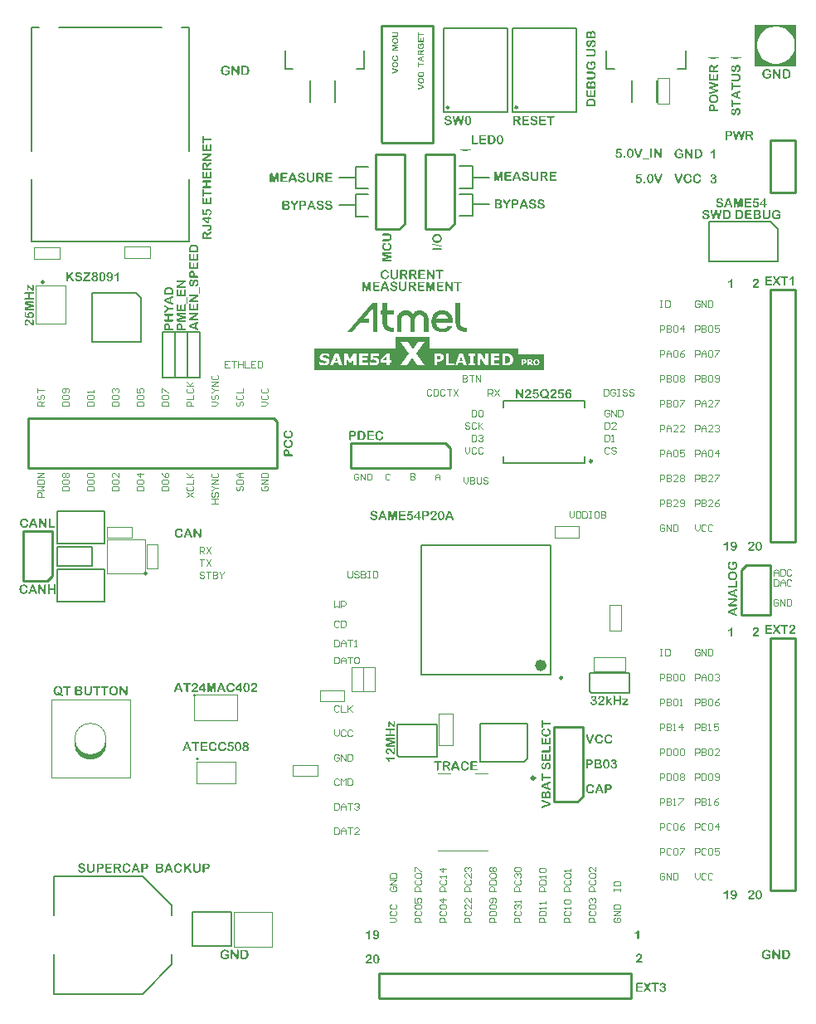
<source format=gto>
G04 Layer_Color=65535*
%FSLAX43Y43*%
%MOMM*%
G71*
G01*
G75*
%ADD58C,0.200*%
%ADD59C,0.250*%
%ADD60C,0.300*%
%ADD117C,0.150*%
%ADD120C,0.100*%
%ADD121C,0.254*%
%ADD122C,0.600*%
%ADD123C,0.050*%
%ADD124C,0.112*%
%ADD125R,0.500X0.200*%
G36*
X-6658Y-52993D02*
X-6649D01*
X-6630Y-52995D01*
X-6607Y-52999D01*
X-6583Y-53004D01*
X-6558Y-53011D01*
X-6533Y-53021D01*
X-6532D01*
X-6530Y-53023D01*
X-6522Y-53026D01*
X-6510Y-53034D01*
X-6495Y-53044D01*
X-6479Y-53056D01*
X-6460Y-53071D01*
X-6443Y-53089D01*
X-6425Y-53109D01*
X-6423Y-53111D01*
X-6418Y-53119D01*
X-6410Y-53131D01*
X-6400Y-53148D01*
X-6389Y-53169D01*
X-6378Y-53193D01*
X-6368Y-53220D01*
X-6358Y-53251D01*
Y-53253D01*
X-6357Y-53255D01*
X-6355Y-53260D01*
X-6354Y-53266D01*
X-6353Y-53275D01*
X-6350Y-53284D01*
X-6348Y-53295D01*
X-6345Y-53308D01*
X-6344Y-53321D01*
X-6342Y-53336D01*
X-6338Y-53370D01*
X-6335Y-53406D01*
X-6334Y-53446D01*
Y-53448D01*
Y-53451D01*
Y-53458D01*
Y-53466D01*
X-6335Y-53478D01*
Y-53490D01*
X-6337Y-53504D01*
Y-53519D01*
X-6340Y-53553D01*
X-6344Y-53588D01*
X-6350Y-53625D01*
X-6359Y-53661D01*
Y-53663D01*
X-6360Y-53665D01*
X-6362Y-53670D01*
X-6364Y-53676D01*
X-6367Y-53685D01*
X-6369Y-53694D01*
X-6378Y-53715D01*
X-6388Y-53740D01*
X-6400Y-53765D01*
X-6415Y-53791D01*
X-6432Y-53816D01*
Y-53818D01*
X-6434Y-53819D01*
X-6440Y-53826D01*
X-6450Y-53838D01*
X-6464Y-53851D01*
X-6480Y-53866D01*
X-6499Y-53883D01*
X-6522Y-53898D01*
X-6545Y-53910D01*
X-6547D01*
X-6548Y-53911D01*
X-6552Y-53912D01*
X-6557Y-53915D01*
X-6563Y-53917D01*
X-6570Y-53920D01*
X-6588Y-53925D01*
X-6610Y-53930D01*
X-6635Y-53935D01*
X-6664Y-53939D01*
X-6694Y-53940D01*
X-6708D01*
X-6715Y-53939D01*
X-6723D01*
X-6743Y-53936D01*
X-6765Y-53932D01*
X-6789Y-53926D01*
X-6814Y-53919D01*
X-6838Y-53909D01*
X-6839D01*
X-6840Y-53908D01*
X-6848Y-53903D01*
X-6859Y-53896D01*
X-6871Y-53888D01*
X-6886Y-53876D01*
X-6901Y-53863D01*
X-6916Y-53848D01*
X-6930Y-53831D01*
X-6931Y-53829D01*
X-6935Y-53824D01*
X-6940Y-53814D01*
X-6945Y-53803D01*
X-6951Y-53789D01*
X-6956Y-53774D01*
X-6960Y-53758D01*
X-6961Y-53741D01*
Y-53740D01*
Y-53736D01*
X-6960Y-53731D01*
X-6959Y-53725D01*
X-6956Y-53719D01*
X-6953Y-53710D01*
X-6948Y-53703D01*
X-6941Y-53695D01*
X-6940Y-53694D01*
X-6938Y-53691D01*
X-6934Y-53689D01*
X-6928Y-53684D01*
X-6920Y-53680D01*
X-6911Y-53678D01*
X-6903Y-53675D01*
X-6891Y-53674D01*
X-6886D01*
X-6881Y-53675D01*
X-6874D01*
X-6858Y-53680D01*
X-6850Y-53684D01*
X-6841Y-53689D01*
X-6840Y-53690D01*
X-6838Y-53691D01*
X-6834Y-53695D01*
X-6829Y-53700D01*
X-6823Y-53706D01*
X-6818Y-53715D01*
X-6813Y-53724D01*
X-6808Y-53735D01*
X-6806Y-53736D01*
X-6805Y-53741D01*
X-6801Y-53749D01*
X-6796Y-53758D01*
X-6790Y-53768D01*
X-6783Y-53778D01*
X-6773Y-53788D01*
X-6761Y-53796D01*
X-6760Y-53798D01*
X-6755Y-53800D01*
X-6749Y-53804D01*
X-6740Y-53808D01*
X-6729Y-53811D01*
X-6717Y-53815D01*
X-6703Y-53818D01*
X-6688Y-53819D01*
X-6682D01*
X-6674Y-53818D01*
X-6665Y-53816D01*
X-6655Y-53815D01*
X-6644Y-53811D01*
X-6632Y-53808D01*
X-6620Y-53801D01*
X-6619Y-53800D01*
X-6615Y-53798D01*
X-6609Y-53794D01*
X-6602Y-53788D01*
X-6593Y-53780D01*
X-6583Y-53771D01*
X-6573Y-53761D01*
X-6564Y-53749D01*
Y-53748D01*
X-6562Y-53745D01*
X-6560Y-53741D01*
X-6557Y-53735D01*
X-6553Y-53728D01*
X-6549Y-53719D01*
X-6545Y-53708D01*
X-6540Y-53694D01*
X-6535Y-53679D01*
X-6532Y-53661D01*
X-6527Y-53641D01*
X-6523Y-53620D01*
X-6519Y-53595D01*
X-6515Y-53570D01*
X-6513Y-53541D01*
X-6510Y-53510D01*
X-6512Y-53513D01*
X-6518Y-53519D01*
X-6527Y-53528D01*
X-6538Y-53538D01*
X-6552Y-53550D01*
X-6568Y-53563D01*
X-6585Y-53575D01*
X-6604Y-53585D01*
X-6607Y-53586D01*
X-6613Y-53589D01*
X-6624Y-53593D01*
X-6638Y-53596D01*
X-6654Y-53601D01*
X-6674Y-53605D01*
X-6695Y-53608D01*
X-6718Y-53609D01*
X-6728D01*
X-6739Y-53608D01*
X-6754Y-53606D01*
X-6772Y-53604D01*
X-6790Y-53599D01*
X-6810Y-53594D01*
X-6830Y-53586D01*
X-6833Y-53585D01*
X-6839Y-53583D01*
X-6849Y-53578D01*
X-6860Y-53570D01*
X-6874Y-53561D01*
X-6889Y-53550D01*
X-6904Y-53538D01*
X-6919Y-53523D01*
X-6920Y-53520D01*
X-6925Y-53515D01*
X-6931Y-53506D01*
X-6940Y-53494D01*
X-6949Y-53480D01*
X-6959Y-53464D01*
X-6968Y-53445D01*
X-6976Y-53425D01*
Y-53424D01*
X-6978Y-53423D01*
X-6979Y-53415D01*
X-6983Y-53404D01*
X-6986Y-53389D01*
X-6990Y-53371D01*
X-6993Y-53353D01*
X-6995Y-53331D01*
X-6996Y-53309D01*
Y-53308D01*
Y-53306D01*
Y-53303D01*
Y-53298D01*
X-6995Y-53285D01*
X-6994Y-53269D01*
X-6991Y-53250D01*
X-6986Y-53229D01*
X-6981Y-53208D01*
X-6974Y-53185D01*
Y-53184D01*
X-6973Y-53183D01*
X-6970Y-53175D01*
X-6964Y-53164D01*
X-6958Y-53150D01*
X-6948Y-53135D01*
X-6936Y-53118D01*
X-6924Y-53100D01*
X-6909Y-53084D01*
X-6906Y-53081D01*
X-6901Y-53076D01*
X-6893Y-53069D01*
X-6880Y-53059D01*
X-6865Y-53048D01*
X-6848Y-53036D01*
X-6829Y-53026D01*
X-6808Y-53016D01*
X-6806D01*
X-6805Y-53015D01*
X-6798Y-53013D01*
X-6785Y-53009D01*
X-6769Y-53004D01*
X-6750Y-52999D01*
X-6729Y-52995D01*
X-6704Y-52993D01*
X-6679Y-52991D01*
X-6665D01*
X-6658Y-52993D01*
D02*
G37*
G36*
X-7333D02*
X-7324Y-52995D01*
X-7316Y-52998D01*
X-7306Y-53003D01*
X-7298Y-53009D01*
X-7290Y-53018D01*
X-7289Y-53019D01*
X-7286Y-53023D01*
X-7284Y-53029D01*
X-7279Y-53036D01*
X-7275Y-53046D01*
X-7273Y-53059D01*
X-7270Y-53074D01*
X-7269Y-53090D01*
Y-53815D01*
Y-53816D01*
Y-53820D01*
Y-53826D01*
X-7270Y-53835D01*
X-7271Y-53844D01*
X-7274Y-53855D01*
X-7280Y-53878D01*
X-7284Y-53890D01*
X-7290Y-53901D01*
X-7298Y-53912D01*
X-7305Y-53921D01*
X-7316Y-53930D01*
X-7328Y-53936D01*
X-7341Y-53940D01*
X-7356Y-53941D01*
X-7363D01*
X-7370Y-53940D01*
X-7379Y-53938D01*
X-7389Y-53935D01*
X-7399Y-53931D01*
X-7409Y-53925D01*
X-7419Y-53916D01*
X-7420Y-53915D01*
X-7423Y-53911D01*
X-7426Y-53905D01*
X-7430Y-53896D01*
X-7434Y-53886D01*
X-7438Y-53873D01*
X-7440Y-53856D01*
X-7441Y-53839D01*
Y-53263D01*
X-7443Y-53264D01*
X-7449Y-53268D01*
X-7456Y-53274D01*
X-7468Y-53281D01*
X-7480Y-53291D01*
X-7495Y-53301D01*
X-7511Y-53313D01*
X-7529Y-53324D01*
X-7565Y-53348D01*
X-7584Y-53358D01*
X-7601Y-53366D01*
X-7618Y-53375D01*
X-7634Y-53381D01*
X-7648Y-53385D01*
X-7659Y-53386D01*
X-7664D01*
X-7669Y-53385D01*
X-7675Y-53384D01*
X-7681Y-53381D01*
X-7690Y-53378D01*
X-7698Y-53373D01*
X-7706Y-53366D01*
X-7708Y-53365D01*
X-7709Y-53363D01*
X-7713Y-53358D01*
X-7716Y-53353D01*
X-7720Y-53345D01*
X-7722Y-53336D01*
X-7725Y-53326D01*
X-7726Y-53316D01*
Y-53315D01*
Y-53311D01*
X-7725Y-53305D01*
X-7724Y-53298D01*
X-7721Y-53290D01*
X-7718Y-53283D01*
X-7713Y-53275D01*
X-7706Y-53269D01*
X-7705Y-53268D01*
X-7703Y-53266D01*
X-7696Y-53263D01*
X-7689Y-53259D01*
X-7679Y-53253D01*
X-7666Y-53246D01*
X-7651Y-53239D01*
X-7634Y-53230D01*
X-7633D01*
X-7630Y-53229D01*
X-7626Y-53226D01*
X-7621Y-53224D01*
X-7608Y-53216D01*
X-7590Y-53206D01*
X-7570Y-53195D01*
X-7550Y-53183D01*
X-7530Y-53169D01*
X-7513Y-53154D01*
X-7510Y-53153D01*
X-7505Y-53146D01*
X-7496Y-53139D01*
X-7485Y-53128D01*
X-7473Y-53115D01*
X-7459Y-53100D01*
X-7445Y-53083D01*
X-7431Y-53065D01*
X-7430Y-53063D01*
X-7425Y-53058D01*
X-7419Y-53049D01*
X-7411Y-53039D01*
X-7404Y-53028D01*
X-7396Y-53018D01*
X-7390Y-53010D01*
X-7385Y-53004D01*
X-7383Y-53001D01*
X-7380Y-53000D01*
X-7375Y-52998D01*
X-7370Y-52995D01*
X-7363Y-52994D01*
X-7354Y-52991D01*
X-7338D01*
X-7333Y-52993D01*
D02*
G37*
G36*
X-4856D02*
X-4846D01*
X-4824Y-52995D01*
X-4798Y-52999D01*
X-4770Y-53005D01*
X-4743Y-53013D01*
X-4716Y-53023D01*
X-4714Y-53024D01*
X-4709Y-53026D01*
X-4700Y-53031D01*
X-4690Y-53038D01*
X-4678Y-53045D01*
X-4664Y-53055D01*
X-4650Y-53066D01*
X-4638Y-53079D01*
X-4636Y-53080D01*
X-4633Y-53085D01*
X-4626Y-53093D01*
X-4619Y-53103D01*
X-4610Y-53114D01*
X-4601Y-53128D01*
X-4593Y-53144D01*
X-4585Y-53160D01*
X-4584Y-53163D01*
X-4583Y-53168D01*
X-4579Y-53178D01*
X-4575Y-53189D01*
X-4573Y-53204D01*
X-4569Y-53220D01*
X-4568Y-53238D01*
X-4566Y-53256D01*
Y-53258D01*
Y-53260D01*
Y-53264D01*
Y-53270D01*
X-4568Y-53276D01*
X-4569Y-53285D01*
X-4571Y-53304D01*
X-4576Y-53326D01*
X-4583Y-53350D01*
X-4593Y-53375D01*
X-4606Y-53400D01*
Y-53401D01*
X-4608Y-53403D01*
X-4613Y-53410D01*
X-4621Y-53423D01*
X-4631Y-53436D01*
X-4643Y-53453D01*
X-4656Y-53469D01*
X-4671Y-53485D01*
X-4686Y-53500D01*
X-4688Y-53501D01*
X-4694Y-53506D01*
X-4704Y-53515D01*
X-4718Y-53528D01*
X-4736Y-53544D01*
X-4760Y-53564D01*
X-4789Y-53588D01*
X-4804Y-53601D01*
X-4821Y-53615D01*
X-4823Y-53616D01*
X-4825Y-53619D01*
X-4830Y-53623D01*
X-4836Y-53628D01*
X-4844Y-53634D01*
X-4853Y-53641D01*
X-4873Y-53659D01*
X-4895Y-53679D01*
X-4916Y-53699D01*
X-4935Y-53719D01*
X-4944Y-53728D01*
X-4951Y-53736D01*
X-4953Y-53738D01*
X-4954Y-53739D01*
X-4958Y-53743D01*
X-4961Y-53748D01*
X-4971Y-53760D01*
X-4983Y-53776D01*
X-4644D01*
X-4635Y-53778D01*
X-4624Y-53779D01*
X-4613Y-53781D01*
X-4600Y-53785D01*
X-4588Y-53790D01*
X-4578Y-53798D01*
X-4576Y-53799D01*
X-4574Y-53801D01*
X-4569Y-53805D01*
X-4564Y-53811D01*
X-4560Y-53819D01*
X-4555Y-53829D01*
X-4553Y-53839D01*
X-4551Y-53851D01*
Y-53853D01*
Y-53856D01*
X-4553Y-53863D01*
X-4554Y-53870D01*
X-4556Y-53878D01*
X-4560Y-53886D01*
X-4565Y-53895D01*
X-4573Y-53904D01*
X-4574Y-53905D01*
X-4576Y-53908D01*
X-4581Y-53910D01*
X-4588Y-53914D01*
X-4596Y-53919D01*
X-4606Y-53921D01*
X-4619Y-53924D01*
X-4634Y-53925D01*
X-5108D01*
X-5116Y-53924D01*
X-5128Y-53921D01*
X-5139Y-53919D01*
X-5151Y-53915D01*
X-5164Y-53909D01*
X-5175Y-53900D01*
X-5176Y-53899D01*
X-5179Y-53895D01*
X-5184Y-53890D01*
X-5188Y-53883D01*
X-5193Y-53874D01*
X-5198Y-53863D01*
X-5200Y-53850D01*
X-5201Y-53838D01*
Y-53836D01*
Y-53834D01*
X-5200Y-53829D01*
X-5199Y-53821D01*
X-5198Y-53813D01*
X-5194Y-53803D01*
X-5190Y-53791D01*
X-5184Y-53778D01*
X-5182Y-53776D01*
X-5181Y-53771D01*
X-5178Y-53765D01*
X-5173Y-53756D01*
X-5160Y-53736D01*
X-5154Y-53728D01*
X-5146Y-53719D01*
X-5145Y-53718D01*
X-5143Y-53715D01*
X-5138Y-53710D01*
X-5133Y-53704D01*
X-5125Y-53696D01*
X-5116Y-53688D01*
X-5096Y-53668D01*
X-5073Y-53644D01*
X-5048Y-53619D01*
X-5021Y-53593D01*
X-4995Y-53569D01*
X-4994Y-53568D01*
X-4993Y-53566D01*
X-4989Y-53563D01*
X-4984Y-53559D01*
X-4971Y-53548D01*
X-4958Y-53535D01*
X-4941Y-53521D01*
X-4925Y-53508D01*
X-4910Y-53495D01*
X-4898Y-53486D01*
X-4895Y-53485D01*
X-4889Y-53480D01*
X-4880Y-53473D01*
X-4868Y-53464D01*
X-4854Y-53453D01*
X-4840Y-53440D01*
X-4825Y-53428D01*
X-4811Y-53414D01*
X-4810Y-53413D01*
X-4805Y-53408D01*
X-4799Y-53400D01*
X-4791Y-53390D01*
X-4783Y-53379D01*
X-4774Y-53366D01*
X-4766Y-53351D01*
X-4759Y-53338D01*
X-4758Y-53336D01*
X-4756Y-53330D01*
X-4753Y-53323D01*
X-4749Y-53313D01*
X-4746Y-53301D01*
X-4743Y-53288D01*
X-4741Y-53274D01*
X-4740Y-53260D01*
Y-53259D01*
Y-53254D01*
X-4741Y-53246D01*
X-4743Y-53236D01*
X-4745Y-53225D01*
X-4749Y-53213D01*
X-4754Y-53201D01*
X-4760Y-53189D01*
X-4761Y-53188D01*
X-4764Y-53184D01*
X-4768Y-53178D01*
X-4774Y-53170D01*
X-4781Y-53163D01*
X-4790Y-53154D01*
X-4800Y-53146D01*
X-4813Y-53139D01*
X-4814Y-53138D01*
X-4819Y-53136D01*
X-4825Y-53133D01*
X-4834Y-53129D01*
X-4845Y-53126D01*
X-4858Y-53123D01*
X-4871Y-53121D01*
X-4885Y-53120D01*
X-4893D01*
X-4899Y-53121D01*
X-4914Y-53124D01*
X-4933Y-53129D01*
X-4953Y-53138D01*
X-4964Y-53144D01*
X-4975Y-53151D01*
X-4985Y-53160D01*
X-4996Y-53169D01*
X-5006Y-53181D01*
X-5015Y-53194D01*
X-5016Y-53196D01*
X-5018Y-53199D01*
X-5020Y-53204D01*
X-5023Y-53210D01*
X-5026Y-53219D01*
X-5031Y-53230D01*
X-5036Y-53245D01*
X-5038Y-53246D01*
X-5039Y-53253D01*
X-5043Y-53260D01*
X-5046Y-53269D01*
X-5056Y-53291D01*
X-5064Y-53301D01*
X-5070Y-53311D01*
X-5071Y-53313D01*
X-5074Y-53315D01*
X-5078Y-53319D01*
X-5084Y-53323D01*
X-5091Y-53326D01*
X-5101Y-53330D01*
X-5113Y-53333D01*
X-5125Y-53334D01*
X-5130D01*
X-5136Y-53333D01*
X-5144Y-53331D01*
X-5151Y-53329D01*
X-5160Y-53325D01*
X-5169Y-53320D01*
X-5178Y-53313D01*
X-5179Y-53311D01*
X-5181Y-53309D01*
X-5184Y-53304D01*
X-5188Y-53298D01*
X-5193Y-53289D01*
X-5195Y-53279D01*
X-5198Y-53268D01*
X-5199Y-53255D01*
Y-53253D01*
Y-53248D01*
X-5198Y-53239D01*
X-5196Y-53228D01*
X-5194Y-53214D01*
X-5190Y-53198D01*
X-5185Y-53181D01*
X-5179Y-53164D01*
X-5178Y-53161D01*
X-5175Y-53156D01*
X-5170Y-53146D01*
X-5164Y-53135D01*
X-5155Y-53123D01*
X-5145Y-53108D01*
X-5134Y-53094D01*
X-5120Y-53079D01*
X-5119Y-53078D01*
X-5113Y-53073D01*
X-5105Y-53065D01*
X-5093Y-53056D01*
X-5079Y-53046D01*
X-5063Y-53036D01*
X-5043Y-53026D01*
X-5021Y-53016D01*
X-5020D01*
X-5019Y-53015D01*
X-5015Y-53014D01*
X-5010Y-53013D01*
X-4998Y-53009D01*
X-4981Y-53004D01*
X-4961Y-52999D01*
X-4936Y-52995D01*
X-4910Y-52993D01*
X-4881Y-52991D01*
X-4865D01*
X-4856Y-52993D01*
D02*
G37*
G36*
X-619Y-25918D02*
X-611Y-25920D01*
X-603Y-25923D01*
X-593Y-25928D01*
X-584Y-25934D01*
X-577Y-25943D01*
X-576Y-25944D01*
X-573Y-25948D01*
X-571Y-25954D01*
X-566Y-25961D01*
X-562Y-25971D01*
X-559Y-25984D01*
X-557Y-25999D01*
X-556Y-26015D01*
Y-26740D01*
Y-26741D01*
Y-26745D01*
Y-26751D01*
X-557Y-26760D01*
X-558Y-26769D01*
X-561Y-26780D01*
X-567Y-26803D01*
X-571Y-26815D01*
X-577Y-26826D01*
X-584Y-26837D01*
X-592Y-26846D01*
X-603Y-26855D01*
X-614Y-26861D01*
X-628Y-26865D01*
X-643Y-26866D01*
X-649D01*
X-657Y-26865D01*
X-666Y-26862D01*
X-676Y-26860D01*
X-686Y-26856D01*
X-696Y-26850D01*
X-706Y-26841D01*
X-707Y-26840D01*
X-709Y-26836D01*
X-713Y-26830D01*
X-717Y-26821D01*
X-721Y-26811D01*
X-724Y-26798D01*
X-727Y-26781D01*
X-728Y-26764D01*
Y-26188D01*
X-729Y-26189D01*
X-736Y-26193D01*
X-743Y-26199D01*
X-754Y-26206D01*
X-767Y-26216D01*
X-782Y-26226D01*
X-798Y-26238D01*
X-816Y-26249D01*
X-852Y-26273D01*
X-871Y-26283D01*
X-888Y-26291D01*
X-904Y-26300D01*
X-921Y-26306D01*
X-934Y-26310D01*
X-946Y-26311D01*
X-951D01*
X-956Y-26310D01*
X-962Y-26309D01*
X-968Y-26306D01*
X-977Y-26303D01*
X-984Y-26298D01*
X-993Y-26291D01*
X-994Y-26290D01*
X-996Y-26288D01*
X-999Y-26283D01*
X-1003Y-26278D01*
X-1007Y-26270D01*
X-1009Y-26261D01*
X-1012Y-26251D01*
X-1013Y-26241D01*
Y-26240D01*
Y-26236D01*
X-1012Y-26230D01*
X-1011Y-26223D01*
X-1008Y-26215D01*
X-1004Y-26208D01*
X-999Y-26200D01*
X-993Y-26194D01*
X-992Y-26193D01*
X-989Y-26191D01*
X-983Y-26188D01*
X-976Y-26184D01*
X-966Y-26178D01*
X-953Y-26171D01*
X-938Y-26164D01*
X-921Y-26155D01*
X-919D01*
X-917Y-26154D01*
X-913Y-26151D01*
X-908Y-26149D01*
X-894Y-26141D01*
X-877Y-26131D01*
X-857Y-26120D01*
X-837Y-26108D01*
X-817Y-26094D01*
X-799Y-26079D01*
X-797Y-26078D01*
X-792Y-26071D01*
X-783Y-26064D01*
X-772Y-26053D01*
X-759Y-26040D01*
X-746Y-26025D01*
X-732Y-26008D01*
X-718Y-25990D01*
X-717Y-25988D01*
X-712Y-25983D01*
X-706Y-25974D01*
X-698Y-25964D01*
X-691Y-25953D01*
X-683Y-25943D01*
X-677Y-25935D01*
X-672Y-25929D01*
X-669Y-25926D01*
X-667Y-25925D01*
X-662Y-25923D01*
X-657Y-25920D01*
X-649Y-25919D01*
X-641Y-25916D01*
X-624D01*
X-619Y-25918D01*
D02*
G37*
G36*
X-1184Y-25924D02*
X-1173Y-25925D01*
X-1162Y-25928D01*
X-1149Y-25933D01*
X-1138Y-25938D01*
X-1128Y-25945D01*
X-1127Y-25946D01*
X-1124Y-25949D01*
X-1121Y-25954D01*
X-1116Y-25960D01*
X-1112Y-25968D01*
X-1108Y-25978D01*
X-1106Y-25989D01*
X-1104Y-26001D01*
Y-26003D01*
Y-26008D01*
X-1106Y-26014D01*
X-1107Y-26021D01*
X-1111Y-26030D01*
X-1114Y-26040D01*
X-1121Y-26049D01*
X-1129Y-26058D01*
X-1131Y-26059D01*
X-1134Y-26060D01*
X-1139Y-26064D01*
X-1147Y-26068D01*
X-1157Y-26071D01*
X-1169Y-26074D01*
X-1184Y-26076D01*
X-1201Y-26078D01*
X-1406D01*
Y-26753D01*
Y-26755D01*
Y-26763D01*
X-1407Y-26773D01*
X-1409Y-26785D01*
X-1412Y-26799D01*
X-1417Y-26813D01*
X-1423Y-26826D01*
X-1432Y-26839D01*
X-1433Y-26840D01*
X-1437Y-26843D01*
X-1442Y-26847D01*
X-1451Y-26853D01*
X-1459Y-26858D01*
X-1472Y-26862D01*
X-1484Y-26865D01*
X-1499Y-26866D01*
X-1505D01*
X-1514Y-26865D01*
X-1523Y-26862D01*
X-1534Y-26860D01*
X-1545Y-26855D01*
X-1557Y-26847D01*
X-1567Y-26839D01*
X-1568Y-26837D01*
X-1570Y-26834D01*
X-1575Y-26826D01*
X-1579Y-26818D01*
X-1584Y-26805D01*
X-1589Y-26790D01*
X-1592Y-26773D01*
X-1593Y-26753D01*
Y-26078D01*
X-1807D01*
X-1815Y-26076D01*
X-1825Y-26075D01*
X-1838Y-26073D01*
X-1849Y-26069D01*
X-1860Y-26064D01*
X-1870Y-26058D01*
X-1872Y-26056D01*
X-1874Y-26054D01*
X-1878Y-26049D01*
X-1882Y-26043D01*
X-1887Y-26035D01*
X-1890Y-26025D01*
X-1893Y-26014D01*
X-1894Y-26001D01*
Y-26000D01*
Y-25995D01*
X-1893Y-25989D01*
X-1892Y-25980D01*
X-1888Y-25971D01*
X-1884Y-25961D01*
X-1878Y-25953D01*
X-1870Y-25944D01*
X-1869Y-25943D01*
X-1865Y-25940D01*
X-1860Y-25938D01*
X-1852Y-25933D01*
X-1842Y-25929D01*
X-1829Y-25926D01*
X-1815Y-25924D01*
X-1799Y-25923D01*
X-1193D01*
X-1184Y-25924D01*
D02*
G37*
G36*
X-6858Y-26193D02*
X-6849Y-26195D01*
X-6841Y-26198D01*
X-6831Y-26203D01*
X-6823Y-26209D01*
X-6815Y-26218D01*
X-6814Y-26219D01*
X-6811Y-26223D01*
X-6809Y-26229D01*
X-6804Y-26236D01*
X-6800Y-26246D01*
X-6798Y-26259D01*
X-6795Y-26274D01*
X-6794Y-26290D01*
Y-27015D01*
Y-27016D01*
Y-27020D01*
Y-27026D01*
X-6795Y-27035D01*
X-6796Y-27044D01*
X-6799Y-27055D01*
X-6805Y-27078D01*
X-6809Y-27090D01*
X-6815Y-27101D01*
X-6823Y-27112D01*
X-6830Y-27121D01*
X-6841Y-27130D01*
X-6853Y-27136D01*
X-6866Y-27140D01*
X-6881Y-27141D01*
X-6888D01*
X-6895Y-27140D01*
X-6904Y-27138D01*
X-6914Y-27135D01*
X-6924Y-27131D01*
X-6934Y-27125D01*
X-6944Y-27116D01*
X-6945Y-27115D01*
X-6948Y-27111D01*
X-6951Y-27105D01*
X-6955Y-27096D01*
X-6959Y-27086D01*
X-6963Y-27073D01*
X-6965Y-27056D01*
X-6966Y-27039D01*
Y-26463D01*
X-6968Y-26464D01*
X-6974Y-26468D01*
X-6981Y-26474D01*
X-6993Y-26481D01*
X-7005Y-26491D01*
X-7020Y-26501D01*
X-7036Y-26513D01*
X-7054Y-26524D01*
X-7090Y-26548D01*
X-7109Y-26558D01*
X-7126Y-26566D01*
X-7143Y-26575D01*
X-7159Y-26581D01*
X-7173Y-26585D01*
X-7184Y-26586D01*
X-7189D01*
X-7194Y-26585D01*
X-7200Y-26584D01*
X-7206Y-26581D01*
X-7215Y-26578D01*
X-7223Y-26573D01*
X-7231Y-26566D01*
X-7233Y-26565D01*
X-7234Y-26563D01*
X-7238Y-26558D01*
X-7241Y-26553D01*
X-7245Y-26545D01*
X-7247Y-26536D01*
X-7250Y-26526D01*
X-7251Y-26516D01*
Y-26515D01*
Y-26511D01*
X-7250Y-26505D01*
X-7249Y-26498D01*
X-7246Y-26490D01*
X-7242Y-26483D01*
X-7238Y-26475D01*
X-7231Y-26469D01*
X-7230Y-26468D01*
X-7228Y-26466D01*
X-7221Y-26463D01*
X-7214Y-26459D01*
X-7204Y-26453D01*
X-7191Y-26446D01*
X-7176Y-26439D01*
X-7159Y-26430D01*
X-7158D01*
X-7155Y-26429D01*
X-7151Y-26426D01*
X-7146Y-26424D01*
X-7133Y-26416D01*
X-7115Y-26406D01*
X-7095Y-26395D01*
X-7075Y-26383D01*
X-7055Y-26369D01*
X-7038Y-26354D01*
X-7035Y-26353D01*
X-7030Y-26346D01*
X-7021Y-26339D01*
X-7010Y-26328D01*
X-6998Y-26315D01*
X-6984Y-26300D01*
X-6970Y-26283D01*
X-6956Y-26265D01*
X-6955Y-26263D01*
X-6950Y-26258D01*
X-6944Y-26249D01*
X-6936Y-26239D01*
X-6929Y-26228D01*
X-6921Y-26218D01*
X-6915Y-26210D01*
X-6910Y-26204D01*
X-6908Y-26201D01*
X-6905Y-26200D01*
X-6900Y-26198D01*
X-6895Y-26195D01*
X-6888Y-26194D01*
X-6879Y-26191D01*
X-6863D01*
X-6858Y-26193D01*
D02*
G37*
G36*
X-4856Y-88553D02*
X-4846D01*
X-4824Y-88555D01*
X-4798Y-88559D01*
X-4770Y-88565D01*
X-4743Y-88573D01*
X-4716Y-88583D01*
X-4714Y-88584D01*
X-4709Y-88586D01*
X-4700Y-88591D01*
X-4690Y-88598D01*
X-4678Y-88605D01*
X-4664Y-88615D01*
X-4650Y-88626D01*
X-4638Y-88639D01*
X-4636Y-88640D01*
X-4633Y-88645D01*
X-4626Y-88653D01*
X-4619Y-88663D01*
X-4610Y-88674D01*
X-4601Y-88688D01*
X-4593Y-88704D01*
X-4585Y-88720D01*
X-4584Y-88723D01*
X-4583Y-88728D01*
X-4579Y-88738D01*
X-4575Y-88749D01*
X-4573Y-88764D01*
X-4569Y-88780D01*
X-4568Y-88798D01*
X-4566Y-88816D01*
Y-88818D01*
Y-88820D01*
Y-88824D01*
Y-88830D01*
X-4568Y-88836D01*
X-4569Y-88845D01*
X-4571Y-88864D01*
X-4576Y-88886D01*
X-4583Y-88910D01*
X-4593Y-88935D01*
X-4606Y-88960D01*
Y-88961D01*
X-4608Y-88963D01*
X-4613Y-88970D01*
X-4621Y-88983D01*
X-4631Y-88996D01*
X-4643Y-89013D01*
X-4656Y-89029D01*
X-4671Y-89045D01*
X-4686Y-89060D01*
X-4688Y-89061D01*
X-4694Y-89066D01*
X-4704Y-89075D01*
X-4718Y-89088D01*
X-4736Y-89104D01*
X-4760Y-89124D01*
X-4789Y-89148D01*
X-4804Y-89161D01*
X-4821Y-89175D01*
X-4823Y-89176D01*
X-4825Y-89179D01*
X-4830Y-89183D01*
X-4836Y-89188D01*
X-4844Y-89194D01*
X-4853Y-89201D01*
X-4873Y-89219D01*
X-4895Y-89239D01*
X-4916Y-89259D01*
X-4935Y-89279D01*
X-4944Y-89288D01*
X-4951Y-89296D01*
X-4953Y-89298D01*
X-4954Y-89299D01*
X-4958Y-89303D01*
X-4961Y-89308D01*
X-4971Y-89320D01*
X-4983Y-89336D01*
X-4644D01*
X-4635Y-89338D01*
X-4624Y-89339D01*
X-4613Y-89341D01*
X-4600Y-89345D01*
X-4588Y-89350D01*
X-4578Y-89358D01*
X-4576Y-89359D01*
X-4574Y-89361D01*
X-4569Y-89365D01*
X-4564Y-89371D01*
X-4560Y-89379D01*
X-4555Y-89389D01*
X-4553Y-89399D01*
X-4551Y-89411D01*
Y-89413D01*
Y-89416D01*
X-4553Y-89423D01*
X-4554Y-89430D01*
X-4556Y-89438D01*
X-4560Y-89446D01*
X-4565Y-89455D01*
X-4573Y-89464D01*
X-4574Y-89465D01*
X-4576Y-89467D01*
X-4581Y-89470D01*
X-4588Y-89474D01*
X-4596Y-89479D01*
X-4606Y-89481D01*
X-4619Y-89484D01*
X-4634Y-89485D01*
X-5108D01*
X-5116Y-89484D01*
X-5128Y-89481D01*
X-5139Y-89479D01*
X-5151Y-89475D01*
X-5164Y-89469D01*
X-5175Y-89460D01*
X-5176Y-89459D01*
X-5179Y-89455D01*
X-5184Y-89450D01*
X-5188Y-89443D01*
X-5193Y-89434D01*
X-5198Y-89423D01*
X-5200Y-89410D01*
X-5201Y-89398D01*
Y-89396D01*
Y-89394D01*
X-5200Y-89389D01*
X-5199Y-89381D01*
X-5198Y-89373D01*
X-5194Y-89363D01*
X-5190Y-89351D01*
X-5184Y-89338D01*
X-5182Y-89336D01*
X-5181Y-89331D01*
X-5178Y-89325D01*
X-5173Y-89316D01*
X-5160Y-89296D01*
X-5154Y-89288D01*
X-5146Y-89279D01*
X-5145Y-89278D01*
X-5143Y-89275D01*
X-5138Y-89270D01*
X-5133Y-89264D01*
X-5125Y-89256D01*
X-5116Y-89248D01*
X-5096Y-89228D01*
X-5073Y-89204D01*
X-5048Y-89179D01*
X-5021Y-89153D01*
X-4995Y-89129D01*
X-4994Y-89128D01*
X-4993Y-89126D01*
X-4989Y-89123D01*
X-4984Y-89119D01*
X-4971Y-89108D01*
X-4958Y-89095D01*
X-4941Y-89081D01*
X-4925Y-89068D01*
X-4910Y-89055D01*
X-4898Y-89046D01*
X-4895Y-89045D01*
X-4889Y-89040D01*
X-4880Y-89033D01*
X-4868Y-89024D01*
X-4854Y-89013D01*
X-4840Y-89000D01*
X-4825Y-88988D01*
X-4811Y-88974D01*
X-4810Y-88973D01*
X-4805Y-88968D01*
X-4799Y-88960D01*
X-4791Y-88950D01*
X-4783Y-88939D01*
X-4774Y-88926D01*
X-4766Y-88911D01*
X-4759Y-88898D01*
X-4758Y-88896D01*
X-4756Y-88890D01*
X-4753Y-88883D01*
X-4749Y-88873D01*
X-4746Y-88861D01*
X-4743Y-88848D01*
X-4741Y-88834D01*
X-4740Y-88820D01*
Y-88819D01*
Y-88814D01*
X-4741Y-88806D01*
X-4743Y-88796D01*
X-4745Y-88785D01*
X-4749Y-88773D01*
X-4754Y-88761D01*
X-4760Y-88749D01*
X-4761Y-88748D01*
X-4764Y-88744D01*
X-4768Y-88738D01*
X-4774Y-88730D01*
X-4781Y-88723D01*
X-4790Y-88714D01*
X-4800Y-88706D01*
X-4813Y-88699D01*
X-4814Y-88698D01*
X-4819Y-88696D01*
X-4825Y-88693D01*
X-4834Y-88689D01*
X-4845Y-88686D01*
X-4858Y-88683D01*
X-4871Y-88681D01*
X-4885Y-88680D01*
X-4893D01*
X-4899Y-88681D01*
X-4914Y-88684D01*
X-4933Y-88689D01*
X-4953Y-88698D01*
X-4964Y-88704D01*
X-4975Y-88711D01*
X-4985Y-88720D01*
X-4996Y-88729D01*
X-5006Y-88741D01*
X-5015Y-88754D01*
X-5016Y-88756D01*
X-5018Y-88759D01*
X-5020Y-88764D01*
X-5023Y-88770D01*
X-5026Y-88779D01*
X-5031Y-88790D01*
X-5036Y-88805D01*
X-5038Y-88806D01*
X-5039Y-88813D01*
X-5043Y-88820D01*
X-5046Y-88829D01*
X-5056Y-88851D01*
X-5064Y-88861D01*
X-5070Y-88871D01*
X-5071Y-88873D01*
X-5074Y-88875D01*
X-5078Y-88879D01*
X-5084Y-88883D01*
X-5091Y-88886D01*
X-5101Y-88890D01*
X-5113Y-88893D01*
X-5125Y-88894D01*
X-5130D01*
X-5136Y-88893D01*
X-5144Y-88891D01*
X-5151Y-88889D01*
X-5160Y-88885D01*
X-5169Y-88880D01*
X-5178Y-88873D01*
X-5179Y-88871D01*
X-5181Y-88869D01*
X-5184Y-88864D01*
X-5188Y-88858D01*
X-5193Y-88849D01*
X-5195Y-88839D01*
X-5198Y-88828D01*
X-5199Y-88815D01*
Y-88813D01*
Y-88808D01*
X-5198Y-88799D01*
X-5196Y-88788D01*
X-5194Y-88774D01*
X-5190Y-88758D01*
X-5185Y-88741D01*
X-5179Y-88724D01*
X-5178Y-88721D01*
X-5175Y-88716D01*
X-5170Y-88706D01*
X-5164Y-88695D01*
X-5155Y-88683D01*
X-5145Y-88668D01*
X-5134Y-88654D01*
X-5120Y-88639D01*
X-5119Y-88638D01*
X-5113Y-88633D01*
X-5105Y-88625D01*
X-5093Y-88616D01*
X-5079Y-88606D01*
X-5063Y-88596D01*
X-5043Y-88586D01*
X-5021Y-88576D01*
X-5020D01*
X-5019Y-88575D01*
X-5015Y-88574D01*
X-5010Y-88573D01*
X-4998Y-88569D01*
X-4981Y-88564D01*
X-4961Y-88559D01*
X-4936Y-88555D01*
X-4910Y-88553D01*
X-4881Y-88551D01*
X-4865D01*
X-4856Y-88553D01*
D02*
G37*
G36*
X-4098Y-88551D02*
X-4082Y-88553D01*
X-4063Y-88555D01*
X-4044Y-88559D01*
X-4023Y-88564D01*
X-4003Y-88571D01*
X-4002D01*
X-4000Y-88573D01*
X-3994Y-88575D01*
X-3984Y-88580D01*
X-3970Y-88588D01*
X-3957Y-88596D01*
X-3940Y-88606D01*
X-3924Y-88619D01*
X-3909Y-88634D01*
X-3908Y-88635D01*
X-3903Y-88641D01*
X-3895Y-88650D01*
X-3885Y-88661D01*
X-3875Y-88676D01*
X-3864Y-88694D01*
X-3853Y-88714D01*
X-3842Y-88735D01*
Y-88736D01*
X-3839Y-88740D01*
X-3837Y-88746D01*
X-3834Y-88754D01*
X-3830Y-88765D01*
X-3827Y-88779D01*
X-3822Y-88794D01*
X-3817Y-88811D01*
X-3813Y-88831D01*
X-3808Y-88854D01*
X-3804Y-88878D01*
X-3800Y-88904D01*
X-3798Y-88933D01*
X-3795Y-88964D01*
X-3793Y-88996D01*
Y-89031D01*
Y-89033D01*
Y-89036D01*
Y-89041D01*
Y-89049D01*
Y-89058D01*
X-3794Y-89068D01*
Y-89080D01*
Y-89093D01*
X-3797Y-89120D01*
X-3799Y-89150D01*
X-3802Y-89181D01*
X-3807Y-89210D01*
Y-89211D01*
Y-89214D01*
X-3808Y-89218D01*
X-3809Y-89223D01*
X-3813Y-89236D01*
X-3817Y-89255D01*
X-3823Y-89275D01*
X-3832Y-89298D01*
X-3842Y-89321D01*
X-3853Y-89345D01*
Y-89346D01*
X-3855Y-89349D01*
X-3858Y-89353D01*
X-3860Y-89358D01*
X-3870Y-89371D01*
X-3883Y-89388D01*
X-3899Y-89406D01*
X-3919Y-89425D01*
X-3940Y-89444D01*
X-3965Y-89460D01*
X-3967D01*
X-3968Y-89461D01*
X-3972Y-89464D01*
X-3977Y-89466D01*
X-3984Y-89469D01*
X-3992Y-89473D01*
X-4009Y-89480D01*
X-4032Y-89488D01*
X-4058Y-89494D01*
X-4087Y-89499D01*
X-4117Y-89500D01*
X-4125D01*
X-4133Y-89499D01*
X-4140D01*
X-4150Y-89497D01*
X-4174Y-89494D01*
X-4200Y-89486D01*
X-4229Y-89478D01*
X-4259Y-89464D01*
X-4273Y-89456D01*
X-4288Y-89446D01*
X-4289Y-89445D01*
X-4291Y-89444D01*
X-4295Y-89440D01*
X-4300Y-89436D01*
X-4314Y-89424D01*
X-4330Y-89406D01*
X-4349Y-89385D01*
X-4369Y-89359D01*
X-4386Y-89329D01*
X-4403Y-89295D01*
X-4404Y-89293D01*
X-4406Y-89286D01*
X-4409Y-89275D01*
X-4414Y-89261D01*
X-4419Y-89244D01*
X-4423Y-89224D01*
X-4428Y-89203D01*
X-4431Y-89179D01*
Y-89178D01*
Y-89176D01*
X-4433Y-89173D01*
Y-89168D01*
X-4434Y-89155D01*
X-4435Y-89138D01*
X-4438Y-89118D01*
X-4439Y-89094D01*
X-4440Y-89069D01*
Y-89041D01*
Y-89040D01*
Y-89038D01*
Y-89033D01*
Y-89025D01*
Y-89016D01*
Y-89008D01*
X-4439Y-88984D01*
X-4438Y-88958D01*
X-4436Y-88929D01*
X-4434Y-88899D01*
X-4430Y-88870D01*
Y-88869D01*
Y-88866D01*
X-4429Y-88863D01*
X-4428Y-88858D01*
X-4426Y-88843D01*
X-4423Y-88824D01*
X-4418Y-88804D01*
X-4413Y-88781D01*
X-4406Y-88759D01*
X-4399Y-88738D01*
Y-88736D01*
X-4398Y-88734D01*
X-4395Y-88729D01*
X-4391Y-88723D01*
X-4388Y-88715D01*
X-4383Y-88706D01*
X-4371Y-88686D01*
X-4356Y-88664D01*
X-4338Y-88640D01*
X-4315Y-88619D01*
X-4290Y-88599D01*
X-4289D01*
X-4286Y-88596D01*
X-4283Y-88594D01*
X-4278Y-88591D01*
X-4270Y-88588D01*
X-4263Y-88584D01*
X-4253Y-88579D01*
X-4243Y-88574D01*
X-4218Y-88565D01*
X-4189Y-88558D01*
X-4157Y-88553D01*
X-4122Y-88550D01*
X-4110D01*
X-4098Y-88551D01*
D02*
G37*
G36*
X-6658Y-88553D02*
X-6649D01*
X-6630Y-88555D01*
X-6607Y-88559D01*
X-6583Y-88564D01*
X-6558Y-88571D01*
X-6533Y-88581D01*
X-6532D01*
X-6530Y-88583D01*
X-6522Y-88586D01*
X-6510Y-88594D01*
X-6495Y-88604D01*
X-6479Y-88616D01*
X-6460Y-88631D01*
X-6443Y-88649D01*
X-6425Y-88669D01*
X-6423Y-88671D01*
X-6418Y-88679D01*
X-6410Y-88691D01*
X-6400Y-88708D01*
X-6389Y-88729D01*
X-6378Y-88753D01*
X-6368Y-88780D01*
X-6358Y-88811D01*
Y-88813D01*
X-6357Y-88815D01*
X-6355Y-88820D01*
X-6354Y-88826D01*
X-6353Y-88835D01*
X-6350Y-88844D01*
X-6348Y-88855D01*
X-6345Y-88868D01*
X-6344Y-88881D01*
X-6342Y-88896D01*
X-6338Y-88930D01*
X-6335Y-88966D01*
X-6334Y-89006D01*
Y-89008D01*
Y-89011D01*
Y-89018D01*
Y-89026D01*
X-6335Y-89038D01*
Y-89050D01*
X-6337Y-89064D01*
Y-89079D01*
X-6340Y-89113D01*
X-6344Y-89148D01*
X-6350Y-89185D01*
X-6359Y-89221D01*
Y-89223D01*
X-6360Y-89225D01*
X-6362Y-89230D01*
X-6364Y-89236D01*
X-6367Y-89245D01*
X-6369Y-89254D01*
X-6378Y-89275D01*
X-6388Y-89300D01*
X-6400Y-89325D01*
X-6415Y-89351D01*
X-6432Y-89376D01*
Y-89378D01*
X-6434Y-89379D01*
X-6440Y-89386D01*
X-6450Y-89398D01*
X-6464Y-89411D01*
X-6480Y-89426D01*
X-6499Y-89443D01*
X-6522Y-89458D01*
X-6545Y-89470D01*
X-6547D01*
X-6548Y-89471D01*
X-6552Y-89473D01*
X-6557Y-89475D01*
X-6563Y-89478D01*
X-6570Y-89480D01*
X-6588Y-89485D01*
X-6610Y-89490D01*
X-6635Y-89495D01*
X-6664Y-89499D01*
X-6694Y-89500D01*
X-6708D01*
X-6715Y-89499D01*
X-6723D01*
X-6743Y-89496D01*
X-6765Y-89493D01*
X-6789Y-89486D01*
X-6814Y-89479D01*
X-6838Y-89469D01*
X-6839D01*
X-6840Y-89467D01*
X-6848Y-89463D01*
X-6859Y-89456D01*
X-6871Y-89448D01*
X-6886Y-89436D01*
X-6901Y-89423D01*
X-6916Y-89408D01*
X-6930Y-89391D01*
X-6931Y-89389D01*
X-6935Y-89384D01*
X-6940Y-89374D01*
X-6945Y-89363D01*
X-6951Y-89349D01*
X-6956Y-89334D01*
X-6960Y-89318D01*
X-6961Y-89301D01*
Y-89300D01*
Y-89296D01*
X-6960Y-89291D01*
X-6959Y-89285D01*
X-6956Y-89279D01*
X-6953Y-89270D01*
X-6948Y-89263D01*
X-6941Y-89255D01*
X-6940Y-89254D01*
X-6938Y-89251D01*
X-6934Y-89249D01*
X-6928Y-89244D01*
X-6920Y-89240D01*
X-6911Y-89238D01*
X-6903Y-89235D01*
X-6891Y-89234D01*
X-6886D01*
X-6881Y-89235D01*
X-6874D01*
X-6858Y-89240D01*
X-6850Y-89244D01*
X-6841Y-89249D01*
X-6840Y-89250D01*
X-6838Y-89251D01*
X-6834Y-89255D01*
X-6829Y-89260D01*
X-6823Y-89266D01*
X-6818Y-89275D01*
X-6813Y-89284D01*
X-6808Y-89295D01*
X-6806Y-89296D01*
X-6805Y-89301D01*
X-6801Y-89309D01*
X-6796Y-89318D01*
X-6790Y-89328D01*
X-6783Y-89338D01*
X-6773Y-89348D01*
X-6761Y-89356D01*
X-6760Y-89358D01*
X-6755Y-89360D01*
X-6749Y-89364D01*
X-6740Y-89368D01*
X-6729Y-89371D01*
X-6717Y-89375D01*
X-6703Y-89378D01*
X-6688Y-89379D01*
X-6682D01*
X-6674Y-89378D01*
X-6665Y-89376D01*
X-6655Y-89375D01*
X-6644Y-89371D01*
X-6632Y-89368D01*
X-6620Y-89361D01*
X-6619Y-89360D01*
X-6615Y-89358D01*
X-6609Y-89354D01*
X-6602Y-89348D01*
X-6593Y-89340D01*
X-6583Y-89331D01*
X-6573Y-89321D01*
X-6564Y-89309D01*
Y-89308D01*
X-6562Y-89305D01*
X-6560Y-89301D01*
X-6557Y-89295D01*
X-6553Y-89288D01*
X-6549Y-89279D01*
X-6545Y-89268D01*
X-6540Y-89254D01*
X-6535Y-89239D01*
X-6532Y-89221D01*
X-6527Y-89201D01*
X-6523Y-89180D01*
X-6519Y-89155D01*
X-6515Y-89130D01*
X-6513Y-89101D01*
X-6510Y-89070D01*
X-6512Y-89073D01*
X-6518Y-89079D01*
X-6527Y-89088D01*
X-6538Y-89098D01*
X-6552Y-89110D01*
X-6568Y-89123D01*
X-6585Y-89135D01*
X-6604Y-89145D01*
X-6607Y-89146D01*
X-6613Y-89149D01*
X-6624Y-89153D01*
X-6638Y-89156D01*
X-6654Y-89161D01*
X-6674Y-89165D01*
X-6695Y-89168D01*
X-6718Y-89169D01*
X-6728D01*
X-6739Y-89168D01*
X-6754Y-89166D01*
X-6772Y-89164D01*
X-6790Y-89159D01*
X-6810Y-89154D01*
X-6830Y-89146D01*
X-6833Y-89145D01*
X-6839Y-89143D01*
X-6849Y-89138D01*
X-6860Y-89130D01*
X-6874Y-89121D01*
X-6889Y-89110D01*
X-6904Y-89098D01*
X-6919Y-89083D01*
X-6920Y-89080D01*
X-6925Y-89075D01*
X-6931Y-89066D01*
X-6940Y-89054D01*
X-6949Y-89040D01*
X-6959Y-89024D01*
X-6968Y-89005D01*
X-6976Y-88985D01*
Y-88984D01*
X-6978Y-88983D01*
X-6979Y-88975D01*
X-6983Y-88964D01*
X-6986Y-88949D01*
X-6990Y-88931D01*
X-6993Y-88913D01*
X-6995Y-88891D01*
X-6996Y-88869D01*
Y-88868D01*
Y-88866D01*
Y-88863D01*
Y-88858D01*
X-6995Y-88845D01*
X-6994Y-88829D01*
X-6991Y-88810D01*
X-6986Y-88789D01*
X-6981Y-88768D01*
X-6974Y-88745D01*
Y-88744D01*
X-6973Y-88743D01*
X-6970Y-88735D01*
X-6964Y-88724D01*
X-6958Y-88710D01*
X-6948Y-88695D01*
X-6936Y-88678D01*
X-6924Y-88660D01*
X-6909Y-88644D01*
X-6906Y-88641D01*
X-6901Y-88636D01*
X-6893Y-88629D01*
X-6880Y-88619D01*
X-6865Y-88608D01*
X-6848Y-88596D01*
X-6829Y-88586D01*
X-6808Y-88576D01*
X-6806D01*
X-6805Y-88575D01*
X-6798Y-88573D01*
X-6785Y-88569D01*
X-6769Y-88564D01*
X-6750Y-88559D01*
X-6729Y-88555D01*
X-6704Y-88553D01*
X-6679Y-88551D01*
X-6665D01*
X-6658Y-88553D01*
D02*
G37*
G36*
X-4098Y-52991D02*
X-4082Y-52993D01*
X-4063Y-52995D01*
X-4044Y-52999D01*
X-4023Y-53004D01*
X-4003Y-53011D01*
X-4002D01*
X-4000Y-53013D01*
X-3994Y-53015D01*
X-3984Y-53020D01*
X-3970Y-53028D01*
X-3957Y-53036D01*
X-3940Y-53046D01*
X-3924Y-53059D01*
X-3909Y-53074D01*
X-3908Y-53075D01*
X-3903Y-53081D01*
X-3895Y-53090D01*
X-3885Y-53101D01*
X-3875Y-53116D01*
X-3864Y-53134D01*
X-3853Y-53154D01*
X-3842Y-53175D01*
Y-53176D01*
X-3839Y-53180D01*
X-3837Y-53186D01*
X-3834Y-53194D01*
X-3830Y-53205D01*
X-3827Y-53219D01*
X-3822Y-53234D01*
X-3817Y-53251D01*
X-3813Y-53271D01*
X-3808Y-53294D01*
X-3804Y-53318D01*
X-3800Y-53344D01*
X-3798Y-53373D01*
X-3795Y-53404D01*
X-3793Y-53436D01*
Y-53471D01*
Y-53473D01*
Y-53476D01*
Y-53481D01*
Y-53489D01*
Y-53498D01*
X-3794Y-53508D01*
Y-53520D01*
Y-53533D01*
X-3797Y-53560D01*
X-3799Y-53590D01*
X-3802Y-53621D01*
X-3807Y-53650D01*
Y-53651D01*
Y-53654D01*
X-3808Y-53658D01*
X-3809Y-53663D01*
X-3813Y-53676D01*
X-3817Y-53695D01*
X-3823Y-53715D01*
X-3832Y-53738D01*
X-3842Y-53761D01*
X-3853Y-53785D01*
Y-53786D01*
X-3855Y-53789D01*
X-3858Y-53793D01*
X-3860Y-53798D01*
X-3870Y-53811D01*
X-3883Y-53828D01*
X-3899Y-53846D01*
X-3919Y-53865D01*
X-3940Y-53884D01*
X-3965Y-53900D01*
X-3967D01*
X-3968Y-53901D01*
X-3972Y-53904D01*
X-3977Y-53906D01*
X-3984Y-53909D01*
X-3992Y-53912D01*
X-4009Y-53920D01*
X-4032Y-53928D01*
X-4058Y-53934D01*
X-4087Y-53939D01*
X-4117Y-53940D01*
X-4125D01*
X-4133Y-53939D01*
X-4140D01*
X-4150Y-53938D01*
X-4174Y-53934D01*
X-4200Y-53926D01*
X-4229Y-53917D01*
X-4259Y-53904D01*
X-4273Y-53896D01*
X-4288Y-53886D01*
X-4289Y-53885D01*
X-4291Y-53884D01*
X-4295Y-53880D01*
X-4300Y-53876D01*
X-4314Y-53864D01*
X-4330Y-53846D01*
X-4349Y-53825D01*
X-4369Y-53799D01*
X-4386Y-53769D01*
X-4403Y-53735D01*
X-4404Y-53733D01*
X-4406Y-53726D01*
X-4409Y-53715D01*
X-4414Y-53701D01*
X-4419Y-53684D01*
X-4423Y-53664D01*
X-4428Y-53643D01*
X-4431Y-53619D01*
Y-53618D01*
Y-53616D01*
X-4433Y-53613D01*
Y-53608D01*
X-4434Y-53595D01*
X-4435Y-53578D01*
X-4438Y-53558D01*
X-4439Y-53534D01*
X-4440Y-53509D01*
Y-53481D01*
Y-53480D01*
Y-53478D01*
Y-53473D01*
Y-53465D01*
Y-53456D01*
Y-53448D01*
X-4439Y-53424D01*
X-4438Y-53398D01*
X-4436Y-53369D01*
X-4434Y-53339D01*
X-4430Y-53310D01*
Y-53309D01*
Y-53306D01*
X-4429Y-53303D01*
X-4428Y-53298D01*
X-4426Y-53283D01*
X-4423Y-53264D01*
X-4418Y-53244D01*
X-4413Y-53221D01*
X-4406Y-53199D01*
X-4399Y-53178D01*
Y-53176D01*
X-4398Y-53174D01*
X-4395Y-53169D01*
X-4391Y-53163D01*
X-4388Y-53155D01*
X-4383Y-53146D01*
X-4371Y-53126D01*
X-4356Y-53104D01*
X-4338Y-53080D01*
X-4315Y-53059D01*
X-4290Y-53039D01*
X-4289D01*
X-4286Y-53036D01*
X-4283Y-53034D01*
X-4278Y-53031D01*
X-4270Y-53028D01*
X-4263Y-53024D01*
X-4253Y-53019D01*
X-4243Y-53014D01*
X-4218Y-53005D01*
X-4189Y-52998D01*
X-4157Y-52993D01*
X-4122Y-52990D01*
X-4110D01*
X-4098Y-52991D01*
D02*
G37*
G36*
X-4381Y-26168D02*
X-4371D01*
X-4349Y-26170D01*
X-4323Y-26174D01*
X-4295Y-26180D01*
X-4268Y-26188D01*
X-4241Y-26198D01*
X-4239Y-26199D01*
X-4234Y-26201D01*
X-4225Y-26206D01*
X-4215Y-26213D01*
X-4203Y-26220D01*
X-4189Y-26230D01*
X-4175Y-26241D01*
X-4163Y-26254D01*
X-4161Y-26255D01*
X-4158Y-26260D01*
X-4151Y-26268D01*
X-4144Y-26278D01*
X-4135Y-26289D01*
X-4126Y-26303D01*
X-4118Y-26319D01*
X-4110Y-26335D01*
X-4109Y-26338D01*
X-4108Y-26343D01*
X-4104Y-26353D01*
X-4100Y-26364D01*
X-4098Y-26379D01*
X-4094Y-26395D01*
X-4093Y-26413D01*
X-4091Y-26431D01*
Y-26433D01*
Y-26435D01*
Y-26439D01*
Y-26445D01*
X-4093Y-26451D01*
X-4094Y-26460D01*
X-4096Y-26479D01*
X-4101Y-26501D01*
X-4108Y-26525D01*
X-4118Y-26550D01*
X-4131Y-26575D01*
Y-26576D01*
X-4133Y-26578D01*
X-4138Y-26585D01*
X-4146Y-26598D01*
X-4156Y-26611D01*
X-4168Y-26628D01*
X-4181Y-26644D01*
X-4196Y-26660D01*
X-4211Y-26675D01*
X-4213Y-26676D01*
X-4219Y-26681D01*
X-4229Y-26690D01*
X-4243Y-26703D01*
X-4261Y-26719D01*
X-4285Y-26739D01*
X-4314Y-26763D01*
X-4329Y-26776D01*
X-4346Y-26790D01*
X-4348Y-26791D01*
X-4350Y-26794D01*
X-4355Y-26798D01*
X-4361Y-26803D01*
X-4369Y-26809D01*
X-4378Y-26816D01*
X-4398Y-26834D01*
X-4420Y-26854D01*
X-4441Y-26874D01*
X-4460Y-26894D01*
X-4469Y-26903D01*
X-4476Y-26911D01*
X-4478Y-26913D01*
X-4479Y-26914D01*
X-4483Y-26918D01*
X-4486Y-26923D01*
X-4496Y-26935D01*
X-4508Y-26951D01*
X-4169D01*
X-4160Y-26953D01*
X-4149Y-26954D01*
X-4138Y-26956D01*
X-4125Y-26960D01*
X-4113Y-26965D01*
X-4103Y-26973D01*
X-4101Y-26974D01*
X-4099Y-26976D01*
X-4094Y-26980D01*
X-4089Y-26986D01*
X-4085Y-26994D01*
X-4080Y-27004D01*
X-4078Y-27014D01*
X-4076Y-27026D01*
Y-27028D01*
Y-27031D01*
X-4078Y-27038D01*
X-4079Y-27045D01*
X-4081Y-27053D01*
X-4085Y-27061D01*
X-4090Y-27070D01*
X-4098Y-27079D01*
X-4099Y-27080D01*
X-4101Y-27083D01*
X-4106Y-27085D01*
X-4113Y-27089D01*
X-4121Y-27094D01*
X-4131Y-27096D01*
X-4144Y-27099D01*
X-4159Y-27100D01*
X-4633D01*
X-4641Y-27099D01*
X-4653Y-27096D01*
X-4664Y-27094D01*
X-4676Y-27090D01*
X-4689Y-27084D01*
X-4700Y-27075D01*
X-4701Y-27074D01*
X-4704Y-27070D01*
X-4709Y-27065D01*
X-4713Y-27058D01*
X-4718Y-27049D01*
X-4722Y-27038D01*
X-4725Y-27025D01*
X-4726Y-27013D01*
Y-27011D01*
Y-27009D01*
X-4725Y-27004D01*
X-4724Y-26996D01*
X-4722Y-26988D01*
X-4719Y-26978D01*
X-4715Y-26966D01*
X-4709Y-26953D01*
X-4707Y-26951D01*
X-4706Y-26946D01*
X-4703Y-26940D01*
X-4698Y-26931D01*
X-4685Y-26911D01*
X-4679Y-26903D01*
X-4671Y-26894D01*
X-4670Y-26893D01*
X-4668Y-26890D01*
X-4663Y-26885D01*
X-4658Y-26879D01*
X-4650Y-26871D01*
X-4641Y-26863D01*
X-4621Y-26843D01*
X-4598Y-26819D01*
X-4573Y-26794D01*
X-4546Y-26768D01*
X-4520Y-26744D01*
X-4519Y-26743D01*
X-4518Y-26741D01*
X-4514Y-26738D01*
X-4509Y-26734D01*
X-4496Y-26723D01*
X-4483Y-26710D01*
X-4466Y-26696D01*
X-4450Y-26683D01*
X-4435Y-26670D01*
X-4423Y-26661D01*
X-4420Y-26660D01*
X-4414Y-26655D01*
X-4405Y-26648D01*
X-4393Y-26639D01*
X-4379Y-26628D01*
X-4365Y-26615D01*
X-4350Y-26603D01*
X-4336Y-26589D01*
X-4335Y-26588D01*
X-4330Y-26583D01*
X-4324Y-26575D01*
X-4316Y-26565D01*
X-4308Y-26554D01*
X-4299Y-26541D01*
X-4291Y-26526D01*
X-4284Y-26513D01*
X-4283Y-26511D01*
X-4281Y-26505D01*
X-4278Y-26498D01*
X-4274Y-26488D01*
X-4271Y-26476D01*
X-4268Y-26463D01*
X-4266Y-26449D01*
X-4265Y-26435D01*
Y-26434D01*
Y-26429D01*
X-4266Y-26421D01*
X-4268Y-26411D01*
X-4270Y-26400D01*
X-4274Y-26388D01*
X-4279Y-26376D01*
X-4285Y-26364D01*
X-4286Y-26363D01*
X-4289Y-26359D01*
X-4293Y-26353D01*
X-4299Y-26345D01*
X-4306Y-26338D01*
X-4315Y-26329D01*
X-4325Y-26321D01*
X-4338Y-26314D01*
X-4339Y-26313D01*
X-4344Y-26311D01*
X-4350Y-26308D01*
X-4359Y-26304D01*
X-4370Y-26301D01*
X-4383Y-26298D01*
X-4396Y-26296D01*
X-4410Y-26295D01*
X-4418D01*
X-4424Y-26296D01*
X-4439Y-26299D01*
X-4458Y-26304D01*
X-4478Y-26313D01*
X-4489Y-26319D01*
X-4500Y-26326D01*
X-4510Y-26335D01*
X-4521Y-26344D01*
X-4531Y-26356D01*
X-4540Y-26369D01*
X-4541Y-26371D01*
X-4543Y-26374D01*
X-4545Y-26379D01*
X-4548Y-26385D01*
X-4551Y-26394D01*
X-4556Y-26405D01*
X-4561Y-26420D01*
X-4563Y-26421D01*
X-4564Y-26428D01*
X-4568Y-26435D01*
X-4571Y-26444D01*
X-4581Y-26466D01*
X-4589Y-26476D01*
X-4595Y-26486D01*
X-4596Y-26488D01*
X-4599Y-26490D01*
X-4603Y-26494D01*
X-4609Y-26498D01*
X-4616Y-26501D01*
X-4626Y-26505D01*
X-4638Y-26508D01*
X-4650Y-26509D01*
X-4655D01*
X-4661Y-26508D01*
X-4669Y-26506D01*
X-4676Y-26504D01*
X-4685Y-26500D01*
X-4694Y-26495D01*
X-4703Y-26488D01*
X-4704Y-26486D01*
X-4706Y-26484D01*
X-4709Y-26479D01*
X-4713Y-26473D01*
X-4718Y-26464D01*
X-4720Y-26454D01*
X-4722Y-26443D01*
X-4724Y-26430D01*
Y-26428D01*
Y-26423D01*
X-4722Y-26414D01*
X-4721Y-26403D01*
X-4719Y-26389D01*
X-4715Y-26373D01*
X-4710Y-26356D01*
X-4704Y-26339D01*
X-4703Y-26336D01*
X-4700Y-26331D01*
X-4695Y-26321D01*
X-4689Y-26310D01*
X-4680Y-26298D01*
X-4670Y-26283D01*
X-4659Y-26269D01*
X-4645Y-26254D01*
X-4644Y-26253D01*
X-4638Y-26248D01*
X-4630Y-26240D01*
X-4618Y-26231D01*
X-4604Y-26221D01*
X-4588Y-26211D01*
X-4568Y-26201D01*
X-4546Y-26191D01*
X-4545D01*
X-4544Y-26190D01*
X-4540Y-26189D01*
X-4535Y-26188D01*
X-4523Y-26184D01*
X-4506Y-26179D01*
X-4486Y-26174D01*
X-4461Y-26170D01*
X-4435Y-26168D01*
X-4406Y-26166D01*
X-4390D01*
X-4381Y-26168D01*
D02*
G37*
G36*
Y-61728D02*
X-4371D01*
X-4349Y-61730D01*
X-4323Y-61734D01*
X-4295Y-61740D01*
X-4268Y-61748D01*
X-4241Y-61758D01*
X-4239Y-61759D01*
X-4234Y-61761D01*
X-4225Y-61766D01*
X-4215Y-61773D01*
X-4203Y-61780D01*
X-4189Y-61790D01*
X-4175Y-61801D01*
X-4163Y-61814D01*
X-4161Y-61815D01*
X-4158Y-61820D01*
X-4151Y-61828D01*
X-4144Y-61838D01*
X-4135Y-61849D01*
X-4126Y-61863D01*
X-4118Y-61879D01*
X-4110Y-61895D01*
X-4109Y-61898D01*
X-4108Y-61903D01*
X-4104Y-61913D01*
X-4100Y-61924D01*
X-4098Y-61939D01*
X-4094Y-61955D01*
X-4093Y-61973D01*
X-4091Y-61991D01*
Y-61993D01*
Y-61995D01*
Y-61999D01*
Y-62005D01*
X-4093Y-62011D01*
X-4094Y-62020D01*
X-4096Y-62039D01*
X-4101Y-62061D01*
X-4108Y-62085D01*
X-4118Y-62110D01*
X-4131Y-62135D01*
Y-62136D01*
X-4133Y-62138D01*
X-4138Y-62145D01*
X-4146Y-62158D01*
X-4156Y-62171D01*
X-4168Y-62188D01*
X-4181Y-62204D01*
X-4196Y-62220D01*
X-4211Y-62235D01*
X-4213Y-62236D01*
X-4219Y-62241D01*
X-4229Y-62250D01*
X-4243Y-62263D01*
X-4261Y-62279D01*
X-4285Y-62299D01*
X-4314Y-62323D01*
X-4329Y-62336D01*
X-4346Y-62350D01*
X-4348Y-62351D01*
X-4350Y-62354D01*
X-4355Y-62358D01*
X-4361Y-62363D01*
X-4369Y-62369D01*
X-4378Y-62376D01*
X-4398Y-62394D01*
X-4420Y-62414D01*
X-4441Y-62434D01*
X-4460Y-62454D01*
X-4469Y-62463D01*
X-4476Y-62471D01*
X-4478Y-62473D01*
X-4479Y-62474D01*
X-4483Y-62478D01*
X-4486Y-62483D01*
X-4496Y-62495D01*
X-4508Y-62511D01*
X-4169D01*
X-4160Y-62513D01*
X-4149Y-62514D01*
X-4138Y-62516D01*
X-4125Y-62520D01*
X-4113Y-62525D01*
X-4103Y-62533D01*
X-4101Y-62534D01*
X-4099Y-62536D01*
X-4094Y-62540D01*
X-4089Y-62546D01*
X-4085Y-62554D01*
X-4080Y-62564D01*
X-4078Y-62574D01*
X-4076Y-62586D01*
Y-62588D01*
Y-62591D01*
X-4078Y-62598D01*
X-4079Y-62605D01*
X-4081Y-62613D01*
X-4085Y-62621D01*
X-4090Y-62630D01*
X-4098Y-62639D01*
X-4099Y-62640D01*
X-4101Y-62643D01*
X-4106Y-62645D01*
X-4113Y-62649D01*
X-4121Y-62654D01*
X-4131Y-62656D01*
X-4144Y-62659D01*
X-4159Y-62660D01*
X-4633D01*
X-4641Y-62659D01*
X-4653Y-62656D01*
X-4664Y-62654D01*
X-4676Y-62650D01*
X-4689Y-62644D01*
X-4700Y-62635D01*
X-4701Y-62634D01*
X-4704Y-62630D01*
X-4709Y-62625D01*
X-4713Y-62618D01*
X-4718Y-62609D01*
X-4722Y-62598D01*
X-4725Y-62585D01*
X-4726Y-62573D01*
Y-62571D01*
Y-62569D01*
X-4725Y-62564D01*
X-4724Y-62556D01*
X-4722Y-62548D01*
X-4719Y-62538D01*
X-4715Y-62526D01*
X-4709Y-62513D01*
X-4707Y-62511D01*
X-4706Y-62506D01*
X-4703Y-62500D01*
X-4698Y-62491D01*
X-4685Y-62471D01*
X-4679Y-62463D01*
X-4671Y-62454D01*
X-4670Y-62453D01*
X-4668Y-62450D01*
X-4663Y-62445D01*
X-4658Y-62439D01*
X-4650Y-62431D01*
X-4641Y-62423D01*
X-4621Y-62403D01*
X-4598Y-62379D01*
X-4573Y-62354D01*
X-4546Y-62328D01*
X-4520Y-62304D01*
X-4519Y-62303D01*
X-4518Y-62301D01*
X-4514Y-62298D01*
X-4509Y-62294D01*
X-4496Y-62283D01*
X-4483Y-62270D01*
X-4466Y-62256D01*
X-4450Y-62243D01*
X-4435Y-62230D01*
X-4423Y-62221D01*
X-4420Y-62220D01*
X-4414Y-62215D01*
X-4405Y-62208D01*
X-4393Y-62199D01*
X-4379Y-62188D01*
X-4365Y-62175D01*
X-4350Y-62163D01*
X-4336Y-62149D01*
X-4335Y-62148D01*
X-4330Y-62143D01*
X-4324Y-62135D01*
X-4316Y-62125D01*
X-4308Y-62114D01*
X-4299Y-62101D01*
X-4291Y-62086D01*
X-4284Y-62073D01*
X-4283Y-62071D01*
X-4281Y-62065D01*
X-4278Y-62058D01*
X-4274Y-62048D01*
X-4271Y-62036D01*
X-4268Y-62023D01*
X-4266Y-62009D01*
X-4265Y-61995D01*
Y-61994D01*
Y-61989D01*
X-4266Y-61981D01*
X-4268Y-61971D01*
X-4270Y-61960D01*
X-4274Y-61948D01*
X-4279Y-61936D01*
X-4285Y-61924D01*
X-4286Y-61923D01*
X-4289Y-61919D01*
X-4293Y-61913D01*
X-4299Y-61905D01*
X-4306Y-61898D01*
X-4315Y-61889D01*
X-4325Y-61881D01*
X-4338Y-61874D01*
X-4339Y-61873D01*
X-4344Y-61871D01*
X-4350Y-61868D01*
X-4359Y-61864D01*
X-4370Y-61861D01*
X-4383Y-61858D01*
X-4396Y-61856D01*
X-4410Y-61855D01*
X-4418D01*
X-4424Y-61856D01*
X-4439Y-61859D01*
X-4458Y-61864D01*
X-4478Y-61873D01*
X-4489Y-61879D01*
X-4500Y-61886D01*
X-4510Y-61895D01*
X-4521Y-61904D01*
X-4531Y-61916D01*
X-4540Y-61929D01*
X-4541Y-61931D01*
X-4543Y-61934D01*
X-4545Y-61939D01*
X-4548Y-61945D01*
X-4551Y-61954D01*
X-4556Y-61965D01*
X-4561Y-61980D01*
X-4563Y-61981D01*
X-4564Y-61988D01*
X-4568Y-61995D01*
X-4571Y-62004D01*
X-4581Y-62026D01*
X-4589Y-62036D01*
X-4595Y-62046D01*
X-4596Y-62048D01*
X-4599Y-62050D01*
X-4603Y-62054D01*
X-4609Y-62058D01*
X-4616Y-62061D01*
X-4626Y-62065D01*
X-4638Y-62068D01*
X-4650Y-62069D01*
X-4655D01*
X-4661Y-62068D01*
X-4669Y-62066D01*
X-4676Y-62064D01*
X-4685Y-62060D01*
X-4694Y-62055D01*
X-4703Y-62048D01*
X-4704Y-62046D01*
X-4706Y-62044D01*
X-4709Y-62039D01*
X-4713Y-62033D01*
X-4718Y-62024D01*
X-4720Y-62014D01*
X-4722Y-62003D01*
X-4724Y-61990D01*
Y-61988D01*
Y-61983D01*
X-4722Y-61974D01*
X-4721Y-61963D01*
X-4719Y-61949D01*
X-4715Y-61933D01*
X-4710Y-61916D01*
X-4704Y-61899D01*
X-4703Y-61896D01*
X-4700Y-61891D01*
X-4695Y-61881D01*
X-4689Y-61870D01*
X-4680Y-61858D01*
X-4670Y-61843D01*
X-4659Y-61829D01*
X-4645Y-61814D01*
X-4644Y-61813D01*
X-4638Y-61808D01*
X-4630Y-61800D01*
X-4618Y-61791D01*
X-4604Y-61781D01*
X-4588Y-61771D01*
X-4568Y-61761D01*
X-4546Y-61751D01*
X-4545D01*
X-4544Y-61750D01*
X-4540Y-61749D01*
X-4535Y-61748D01*
X-4523Y-61744D01*
X-4506Y-61739D01*
X-4486Y-61734D01*
X-4461Y-61730D01*
X-4435Y-61728D01*
X-4406Y-61726D01*
X-4390D01*
X-4381Y-61728D01*
D02*
G37*
G36*
X-2825Y-25924D02*
X-2815Y-25925D01*
X-2804Y-25928D01*
X-2793Y-25931D01*
X-2783Y-25936D01*
X-2774Y-25943D01*
X-2773Y-25944D01*
X-2770Y-25946D01*
X-2766Y-25950D01*
X-2763Y-25956D01*
X-2759Y-25964D01*
X-2755Y-25973D01*
X-2753Y-25984D01*
X-2751Y-25995D01*
Y-25996D01*
Y-26000D01*
X-2753Y-26006D01*
X-2754Y-26014D01*
X-2756Y-26023D01*
X-2761Y-26031D01*
X-2766Y-26041D01*
X-2774Y-26049D01*
X-2775Y-26050D01*
X-2778Y-26051D01*
X-2783Y-26055D01*
X-2790Y-26058D01*
X-2799Y-26061D01*
X-2810Y-26065D01*
X-2824Y-26066D01*
X-2840Y-26068D01*
X-3263D01*
Y-26295D01*
X-2866D01*
X-2859Y-26296D01*
X-2849Y-26298D01*
X-2839Y-26300D01*
X-2828Y-26304D01*
X-2818Y-26309D01*
X-2809Y-26315D01*
X-2808Y-26316D01*
X-2805Y-26319D01*
X-2803Y-26323D01*
X-2798Y-26329D01*
X-2794Y-26335D01*
X-2791Y-26344D01*
X-2789Y-26354D01*
X-2788Y-26365D01*
Y-26366D01*
Y-26370D01*
X-2789Y-26376D01*
X-2790Y-26384D01*
X-2793Y-26393D01*
X-2796Y-26401D01*
X-2801Y-26410D01*
X-2809Y-26418D01*
X-2810Y-26419D01*
X-2813Y-26420D01*
X-2818Y-26424D01*
X-2825Y-26426D01*
X-2834Y-26430D01*
X-2845Y-26434D01*
X-2859Y-26435D01*
X-2874Y-26436D01*
X-3263D01*
Y-26701D01*
X-2818D01*
X-2810Y-26703D01*
X-2800Y-26704D01*
X-2790Y-26706D01*
X-2779Y-26710D01*
X-2768Y-26715D01*
X-2759Y-26723D01*
X-2758Y-26724D01*
X-2755Y-26726D01*
X-2751Y-26730D01*
X-2748Y-26736D01*
X-2744Y-26744D01*
X-2740Y-26754D01*
X-2738Y-26764D01*
X-2736Y-26776D01*
Y-26778D01*
Y-26781D01*
X-2738Y-26788D01*
X-2739Y-26795D01*
X-2741Y-26804D01*
X-2746Y-26813D01*
X-2751Y-26823D01*
X-2759Y-26830D01*
X-2760Y-26831D01*
X-2763Y-26833D01*
X-2769Y-26836D01*
X-2775Y-26840D01*
X-2785Y-26844D01*
X-2796Y-26846D01*
X-2810Y-26849D01*
X-2825Y-26850D01*
X-3346D01*
X-3358Y-26849D01*
X-3370Y-26846D01*
X-3385Y-26844D01*
X-3399Y-26839D01*
X-3413Y-26833D01*
X-3424Y-26824D01*
X-3425Y-26823D01*
X-3428Y-26819D01*
X-3433Y-26811D01*
X-3436Y-26803D01*
X-3441Y-26790D01*
X-3446Y-26775D01*
X-3449Y-26756D01*
X-3450Y-26735D01*
Y-26039D01*
Y-26038D01*
Y-26031D01*
X-3449Y-26024D01*
Y-26015D01*
X-3445Y-25994D01*
X-3443Y-25983D01*
X-3439Y-25973D01*
X-3438Y-25971D01*
X-3436Y-25969D01*
X-3434Y-25964D01*
X-3429Y-25958D01*
X-3418Y-25945D01*
X-3410Y-25940D01*
X-3401Y-25935D01*
X-3400D01*
X-3396Y-25933D01*
X-3391Y-25931D01*
X-3384Y-25929D01*
X-3374Y-25926D01*
X-3363Y-25925D01*
X-3350Y-25923D01*
X-2833D01*
X-2825Y-25924D01*
D02*
G37*
G36*
X-16025Y-98024D02*
X-16015Y-98025D01*
X-16004Y-98028D01*
X-15993Y-98031D01*
X-15983Y-98036D01*
X-15974Y-98043D01*
X-15973Y-98044D01*
X-15970Y-98046D01*
X-15966Y-98050D01*
X-15963Y-98056D01*
X-15959Y-98064D01*
X-15955Y-98073D01*
X-15953Y-98084D01*
X-15951Y-98095D01*
Y-98096D01*
Y-98100D01*
X-15953Y-98106D01*
X-15954Y-98114D01*
X-15956Y-98123D01*
X-15961Y-98131D01*
X-15966Y-98141D01*
X-15974Y-98149D01*
X-15975Y-98150D01*
X-15978Y-98151D01*
X-15983Y-98155D01*
X-15990Y-98158D01*
X-15999Y-98161D01*
X-16010Y-98165D01*
X-16024Y-98166D01*
X-16040Y-98168D01*
X-16463D01*
Y-98395D01*
X-16066D01*
X-16059Y-98396D01*
X-16049Y-98398D01*
X-16039Y-98400D01*
X-16028Y-98404D01*
X-16018Y-98409D01*
X-16009Y-98415D01*
X-16008Y-98416D01*
X-16005Y-98419D01*
X-16003Y-98423D01*
X-15998Y-98429D01*
X-15994Y-98435D01*
X-15991Y-98444D01*
X-15989Y-98454D01*
X-15988Y-98465D01*
Y-98466D01*
Y-98470D01*
X-15989Y-98476D01*
X-15990Y-98484D01*
X-15993Y-98493D01*
X-15996Y-98501D01*
X-16001Y-98510D01*
X-16009Y-98518D01*
X-16010Y-98519D01*
X-16013Y-98520D01*
X-16018Y-98524D01*
X-16025Y-98526D01*
X-16034Y-98530D01*
X-16045Y-98534D01*
X-16059Y-98535D01*
X-16074Y-98536D01*
X-16463D01*
Y-98801D01*
X-16018D01*
X-16010Y-98803D01*
X-16000Y-98804D01*
X-15990Y-98806D01*
X-15979Y-98810D01*
X-15968Y-98815D01*
X-15959Y-98823D01*
X-15958Y-98824D01*
X-15955Y-98826D01*
X-15951Y-98830D01*
X-15948Y-98836D01*
X-15944Y-98844D01*
X-15940Y-98854D01*
X-15938Y-98864D01*
X-15936Y-98876D01*
Y-98878D01*
Y-98881D01*
X-15938Y-98888D01*
X-15939Y-98895D01*
X-15941Y-98904D01*
X-15946Y-98913D01*
X-15951Y-98923D01*
X-15959Y-98930D01*
X-15960Y-98931D01*
X-15963Y-98933D01*
X-15969Y-98936D01*
X-15975Y-98940D01*
X-15985Y-98944D01*
X-15996Y-98946D01*
X-16010Y-98949D01*
X-16025Y-98950D01*
X-16546D01*
X-16558Y-98949D01*
X-16570Y-98946D01*
X-16585Y-98944D01*
X-16599Y-98939D01*
X-16613Y-98933D01*
X-16624Y-98924D01*
X-16625Y-98923D01*
X-16628Y-98919D01*
X-16632Y-98911D01*
X-16636Y-98903D01*
X-16641Y-98890D01*
X-16646Y-98875D01*
X-16649Y-98856D01*
X-16650Y-98835D01*
Y-98139D01*
Y-98138D01*
Y-98131D01*
X-16649Y-98124D01*
Y-98115D01*
X-16645Y-98094D01*
X-16642Y-98083D01*
X-16639Y-98073D01*
X-16638Y-98071D01*
X-16636Y-98069D01*
X-16634Y-98064D01*
X-16629Y-98058D01*
X-16618Y-98045D01*
X-16610Y-98040D01*
X-16601Y-98035D01*
X-16600D01*
X-16596Y-98033D01*
X-16591Y-98031D01*
X-16584Y-98029D01*
X-16574Y-98026D01*
X-16563Y-98025D01*
X-16550Y-98023D01*
X-16033D01*
X-16025Y-98024D01*
D02*
G37*
G36*
X-14384D02*
X-14373Y-98025D01*
X-14362Y-98028D01*
X-14349Y-98033D01*
X-14338Y-98038D01*
X-14328Y-98045D01*
X-14327Y-98046D01*
X-14324Y-98049D01*
X-14321Y-98054D01*
X-14316Y-98060D01*
X-14312Y-98068D01*
X-14308Y-98078D01*
X-14306Y-98089D01*
X-14304Y-98101D01*
Y-98103D01*
Y-98108D01*
X-14306Y-98114D01*
X-14307Y-98121D01*
X-14311Y-98130D01*
X-14314Y-98140D01*
X-14321Y-98149D01*
X-14329Y-98158D01*
X-14331Y-98159D01*
X-14334Y-98160D01*
X-14339Y-98164D01*
X-14347Y-98168D01*
X-14357Y-98171D01*
X-14369Y-98174D01*
X-14384Y-98176D01*
X-14401Y-98178D01*
X-14606D01*
Y-98853D01*
Y-98855D01*
Y-98863D01*
X-14607Y-98873D01*
X-14609Y-98885D01*
X-14612Y-98899D01*
X-14617Y-98913D01*
X-14623Y-98926D01*
X-14632Y-98939D01*
X-14633Y-98940D01*
X-14637Y-98942D01*
X-14642Y-98948D01*
X-14651Y-98952D01*
X-14659Y-98957D01*
X-14672Y-98963D01*
X-14684Y-98965D01*
X-14699Y-98966D01*
X-14705D01*
X-14714Y-98965D01*
X-14723Y-98963D01*
X-14734Y-98960D01*
X-14745Y-98955D01*
X-14757Y-98948D01*
X-14767Y-98939D01*
X-14768Y-98938D01*
X-14770Y-98934D01*
X-14775Y-98926D01*
X-14779Y-98918D01*
X-14784Y-98905D01*
X-14789Y-98890D01*
X-14792Y-98873D01*
X-14793Y-98853D01*
Y-98178D01*
X-15007D01*
X-15015Y-98176D01*
X-15025Y-98175D01*
X-15038Y-98173D01*
X-15049Y-98169D01*
X-15060Y-98164D01*
X-15070Y-98158D01*
X-15072Y-98156D01*
X-15074Y-98154D01*
X-15078Y-98149D01*
X-15082Y-98143D01*
X-15087Y-98135D01*
X-15090Y-98125D01*
X-15093Y-98114D01*
X-15094Y-98101D01*
Y-98100D01*
Y-98095D01*
X-15093Y-98089D01*
X-15092Y-98080D01*
X-15088Y-98071D01*
X-15084Y-98061D01*
X-15078Y-98053D01*
X-15070Y-98044D01*
X-15069Y-98043D01*
X-15065Y-98040D01*
X-15060Y-98038D01*
X-15052Y-98033D01*
X-15042Y-98029D01*
X-15029Y-98026D01*
X-15015Y-98024D01*
X-14999Y-98023D01*
X-14393D01*
X-14384Y-98024D01*
D02*
G37*
G36*
X-43183Y-92643D02*
X-43174D01*
X-43155Y-92645D01*
X-43132Y-92649D01*
X-43108Y-92654D01*
X-43083Y-92661D01*
X-43058Y-92671D01*
X-43057D01*
X-43055Y-92673D01*
X-43047Y-92676D01*
X-43035Y-92684D01*
X-43020Y-92694D01*
X-43004Y-92706D01*
X-42985Y-92721D01*
X-42968Y-92739D01*
X-42950Y-92759D01*
X-42948Y-92761D01*
X-42943Y-92769D01*
X-42935Y-92781D01*
X-42925Y-92798D01*
X-42914Y-92819D01*
X-42903Y-92843D01*
X-42893Y-92870D01*
X-42883Y-92901D01*
Y-92903D01*
X-42882Y-92905D01*
X-42880Y-92910D01*
X-42879Y-92916D01*
X-42878Y-92925D01*
X-42875Y-92934D01*
X-42873Y-92945D01*
X-42870Y-92958D01*
X-42869Y-92971D01*
X-42867Y-92986D01*
X-42863Y-93020D01*
X-42860Y-93056D01*
X-42859Y-93096D01*
Y-93098D01*
Y-93101D01*
Y-93108D01*
Y-93116D01*
X-42860Y-93128D01*
Y-93140D01*
X-42862Y-93154D01*
Y-93169D01*
X-42865Y-93203D01*
X-42869Y-93238D01*
X-42875Y-93275D01*
X-42884Y-93311D01*
Y-93313D01*
X-42885Y-93315D01*
X-42887Y-93320D01*
X-42889Y-93326D01*
X-42892Y-93335D01*
X-42894Y-93344D01*
X-42903Y-93365D01*
X-42913Y-93390D01*
X-42925Y-93415D01*
X-42940Y-93441D01*
X-42957Y-93466D01*
Y-93468D01*
X-42959Y-93469D01*
X-42965Y-93476D01*
X-42975Y-93488D01*
X-42989Y-93501D01*
X-43005Y-93516D01*
X-43024Y-93533D01*
X-43047Y-93548D01*
X-43070Y-93560D01*
X-43072D01*
X-43073Y-93561D01*
X-43077Y-93562D01*
X-43082Y-93565D01*
X-43088Y-93567D01*
X-43095Y-93570D01*
X-43113Y-93575D01*
X-43135Y-93580D01*
X-43160Y-93585D01*
X-43189Y-93589D01*
X-43219Y-93590D01*
X-43233D01*
X-43240Y-93589D01*
X-43248D01*
X-43268Y-93586D01*
X-43290Y-93582D01*
X-43314Y-93576D01*
X-43339Y-93569D01*
X-43363Y-93559D01*
X-43364D01*
X-43365Y-93558D01*
X-43373Y-93553D01*
X-43384Y-93546D01*
X-43396Y-93538D01*
X-43411Y-93526D01*
X-43426Y-93513D01*
X-43441Y-93498D01*
X-43455Y-93481D01*
X-43456Y-93479D01*
X-43460Y-93474D01*
X-43465Y-93464D01*
X-43470Y-93453D01*
X-43476Y-93439D01*
X-43481Y-93424D01*
X-43485Y-93408D01*
X-43486Y-93391D01*
Y-93390D01*
Y-93386D01*
X-43485Y-93381D01*
X-43484Y-93375D01*
X-43481Y-93369D01*
X-43478Y-93360D01*
X-43473Y-93353D01*
X-43466Y-93345D01*
X-43465Y-93344D01*
X-43463Y-93341D01*
X-43459Y-93339D01*
X-43453Y-93334D01*
X-43445Y-93330D01*
X-43436Y-93328D01*
X-43428Y-93325D01*
X-43416Y-93324D01*
X-43411D01*
X-43406Y-93325D01*
X-43399D01*
X-43383Y-93330D01*
X-43375Y-93334D01*
X-43366Y-93339D01*
X-43365Y-93340D01*
X-43363Y-93341D01*
X-43359Y-93345D01*
X-43354Y-93350D01*
X-43348Y-93356D01*
X-43343Y-93365D01*
X-43338Y-93374D01*
X-43333Y-93385D01*
X-43331Y-93386D01*
X-43330Y-93391D01*
X-43326Y-93399D01*
X-43321Y-93408D01*
X-43315Y-93418D01*
X-43308Y-93428D01*
X-43298Y-93438D01*
X-43286Y-93446D01*
X-43285Y-93448D01*
X-43280Y-93450D01*
X-43274Y-93454D01*
X-43265Y-93458D01*
X-43254Y-93461D01*
X-43242Y-93465D01*
X-43228Y-93468D01*
X-43213Y-93469D01*
X-43207D01*
X-43199Y-93468D01*
X-43190Y-93466D01*
X-43180Y-93465D01*
X-43169Y-93461D01*
X-43157Y-93458D01*
X-43145Y-93451D01*
X-43144Y-93450D01*
X-43140Y-93448D01*
X-43134Y-93444D01*
X-43127Y-93438D01*
X-43118Y-93430D01*
X-43108Y-93421D01*
X-43098Y-93411D01*
X-43089Y-93399D01*
Y-93398D01*
X-43087Y-93395D01*
X-43085Y-93391D01*
X-43082Y-93385D01*
X-43078Y-93378D01*
X-43074Y-93369D01*
X-43070Y-93358D01*
X-43065Y-93344D01*
X-43060Y-93329D01*
X-43057Y-93311D01*
X-43052Y-93291D01*
X-43048Y-93270D01*
X-43044Y-93245D01*
X-43040Y-93220D01*
X-43038Y-93191D01*
X-43035Y-93160D01*
X-43037Y-93163D01*
X-43043Y-93169D01*
X-43052Y-93178D01*
X-43063Y-93188D01*
X-43077Y-93200D01*
X-43093Y-93213D01*
X-43110Y-93225D01*
X-43129Y-93235D01*
X-43132Y-93236D01*
X-43138Y-93239D01*
X-43149Y-93243D01*
X-43163Y-93246D01*
X-43179Y-93251D01*
X-43199Y-93255D01*
X-43220Y-93258D01*
X-43243Y-93259D01*
X-43253D01*
X-43264Y-93258D01*
X-43279Y-93256D01*
X-43296Y-93254D01*
X-43315Y-93249D01*
X-43335Y-93244D01*
X-43355Y-93236D01*
X-43358Y-93235D01*
X-43364Y-93233D01*
X-43374Y-93228D01*
X-43385Y-93220D01*
X-43399Y-93211D01*
X-43414Y-93200D01*
X-43429Y-93188D01*
X-43444Y-93173D01*
X-43445Y-93170D01*
X-43450Y-93165D01*
X-43456Y-93156D01*
X-43465Y-93144D01*
X-43474Y-93130D01*
X-43484Y-93114D01*
X-43493Y-93095D01*
X-43501Y-93075D01*
Y-93074D01*
X-43503Y-93073D01*
X-43504Y-93065D01*
X-43508Y-93054D01*
X-43511Y-93039D01*
X-43515Y-93021D01*
X-43518Y-93003D01*
X-43520Y-92981D01*
X-43521Y-92959D01*
Y-92958D01*
Y-92956D01*
Y-92953D01*
Y-92948D01*
X-43520Y-92935D01*
X-43519Y-92919D01*
X-43516Y-92900D01*
X-43511Y-92879D01*
X-43506Y-92858D01*
X-43499Y-92835D01*
Y-92834D01*
X-43498Y-92833D01*
X-43495Y-92825D01*
X-43489Y-92814D01*
X-43483Y-92800D01*
X-43473Y-92785D01*
X-43461Y-92768D01*
X-43449Y-92750D01*
X-43434Y-92734D01*
X-43431Y-92731D01*
X-43426Y-92726D01*
X-43418Y-92719D01*
X-43405Y-92709D01*
X-43390Y-92698D01*
X-43373Y-92686D01*
X-43354Y-92676D01*
X-43333Y-92666D01*
X-43331D01*
X-43330Y-92665D01*
X-43323Y-92663D01*
X-43310Y-92659D01*
X-43294Y-92654D01*
X-43275Y-92649D01*
X-43254Y-92645D01*
X-43229Y-92643D01*
X-43204Y-92641D01*
X-43190D01*
X-43183Y-92643D01*
D02*
G37*
G36*
X-51700Y-15381D02*
X-51690D01*
X-51669Y-15386D01*
X-51657Y-15390D01*
X-51647Y-15395D01*
X-51646Y-15396D01*
X-51642Y-15397D01*
X-51639Y-15401D01*
X-51632Y-15405D01*
X-51619Y-15417D01*
X-51605Y-15434D01*
X-51604Y-15435D01*
X-51602Y-15437D01*
X-51599Y-15442D01*
X-51595Y-15449D01*
X-51591Y-15456D01*
X-51587Y-15465D01*
X-51579Y-15485D01*
Y-15486D01*
X-51576Y-15490D01*
X-51574Y-15496D01*
X-51571Y-15504D01*
X-51566Y-15514D01*
X-51561Y-15526D01*
X-51556Y-15540D01*
X-51550Y-15556D01*
X-51307Y-16155D01*
Y-16156D01*
X-51306Y-16157D01*
X-51305Y-16161D01*
X-51302Y-16166D01*
X-51299Y-16179D01*
X-51292Y-16194D01*
X-51287Y-16210D01*
X-51284Y-16226D01*
X-51280Y-16241D01*
X-51279Y-16255D01*
Y-16256D01*
Y-16260D01*
X-51280Y-16266D01*
X-51282Y-16274D01*
X-51285Y-16282D01*
X-51290Y-16292D01*
X-51297Y-16303D01*
X-51306Y-16313D01*
X-51307Y-16315D01*
X-51311Y-16317D01*
X-51316Y-16322D01*
X-51324Y-16326D01*
X-51334Y-16331D01*
X-51345Y-16336D01*
X-51357Y-16338D01*
X-51371Y-16340D01*
X-51379D01*
X-51385Y-16338D01*
X-51397Y-16336D01*
X-51410Y-16331D01*
X-51411D01*
X-51412Y-16330D01*
X-51419Y-16326D01*
X-51427Y-16320D01*
X-51436Y-16311D01*
Y-16310D01*
X-51437Y-16309D01*
X-51440Y-16305D01*
X-51442Y-16301D01*
X-51446Y-16295D01*
X-51450Y-16287D01*
X-51454Y-16280D01*
X-51459Y-16270D01*
Y-16269D01*
X-51461Y-16265D01*
X-51464Y-16260D01*
X-51466Y-16252D01*
X-51472Y-16236D01*
X-51480Y-16220D01*
X-51524Y-16102D01*
X-51901D01*
X-51945Y-16222D01*
Y-16224D01*
X-51946Y-16225D01*
X-51947Y-16229D01*
X-51949Y-16234D01*
X-51954Y-16245D01*
X-51960Y-16260D01*
X-51967Y-16275D01*
X-51975Y-16291D01*
X-51982Y-16305D01*
X-51990Y-16316D01*
X-51991Y-16317D01*
X-51994Y-16320D01*
X-51997Y-16323D01*
X-52004Y-16327D01*
X-52012Y-16332D01*
X-52022Y-16336D01*
X-52035Y-16338D01*
X-52050Y-16340D01*
X-52056D01*
X-52062Y-16338D01*
X-52071Y-16336D01*
X-52080Y-16333D01*
X-52091Y-16330D01*
X-52102Y-16323D01*
X-52112Y-16315D01*
X-52114Y-16313D01*
X-52116Y-16310D01*
X-52121Y-16305D01*
X-52125Y-16297D01*
X-52130Y-16288D01*
X-52135Y-16278D01*
X-52137Y-16267D01*
X-52139Y-16256D01*
Y-16255D01*
Y-16252D01*
Y-16249D01*
X-52137Y-16244D01*
X-52136Y-16231D01*
X-52132Y-16216D01*
Y-16215D01*
X-52131Y-16212D01*
X-52130Y-16207D01*
X-52127Y-16201D01*
X-52125Y-16194D01*
X-52121Y-16184D01*
X-52117Y-16172D01*
X-52112Y-16160D01*
X-51875Y-15557D01*
Y-15556D01*
X-51874Y-15552D01*
X-51871Y-15547D01*
X-51869Y-15540D01*
X-51865Y-15531D01*
X-51861Y-15520D01*
X-51856Y-15507D01*
X-51851Y-15495D01*
X-51850Y-15494D01*
X-51849Y-15489D01*
X-51845Y-15482D01*
X-51841Y-15474D01*
X-51831Y-15454D01*
X-51820Y-15435D01*
X-51819Y-15434D01*
X-51817Y-15431D01*
X-51814Y-15426D01*
X-51809Y-15420D01*
X-51795Y-15407D01*
X-51777Y-15395D01*
X-51776Y-15394D01*
X-51772Y-15392D01*
X-51767Y-15390D01*
X-51760Y-15387D01*
X-51750Y-15385D01*
X-51740Y-15382D01*
X-51727Y-15380D01*
X-51707D01*
X-51700Y-15381D01*
D02*
G37*
G36*
X-15214Y-98008D02*
X-15207Y-98009D01*
X-15197Y-98011D01*
X-15188Y-98015D01*
X-15178Y-98020D01*
X-15169Y-98028D01*
X-15168Y-98029D01*
X-15165Y-98031D01*
X-15162Y-98036D01*
X-15158Y-98041D01*
X-15154Y-98049D01*
X-15150Y-98058D01*
X-15148Y-98068D01*
X-15147Y-98079D01*
Y-98081D01*
X-15148Y-98086D01*
X-15149Y-98096D01*
X-15153Y-98109D01*
X-15158Y-98125D01*
X-15167Y-98145D01*
X-15179Y-98168D01*
X-15195Y-98194D01*
X-15379Y-98468D01*
X-15182Y-98771D01*
X-15180Y-98773D01*
X-15178Y-98778D01*
X-15173Y-98785D01*
X-15167Y-98794D01*
X-15154Y-98815D01*
X-15148Y-98826D01*
X-15143Y-98836D01*
Y-98838D01*
X-15140Y-98841D01*
X-15139Y-98846D01*
X-15137Y-98853D01*
X-15133Y-98869D01*
X-15130Y-98886D01*
Y-98888D01*
Y-98890D01*
Y-98894D01*
X-15132Y-98900D01*
X-15135Y-98913D01*
X-15142Y-98928D01*
Y-98929D01*
X-15144Y-98930D01*
X-15149Y-98938D01*
X-15159Y-98946D01*
X-15173Y-98955D01*
X-15174D01*
X-15177Y-98956D01*
X-15180Y-98959D01*
X-15185Y-98960D01*
X-15199Y-98965D01*
X-15217Y-98966D01*
X-15220D01*
X-15225Y-98965D01*
X-15232D01*
X-15247Y-98961D01*
X-15262Y-98955D01*
X-15263D01*
X-15264Y-98954D01*
X-15273Y-98948D01*
X-15282Y-98940D01*
X-15292Y-98929D01*
Y-98928D01*
X-15294Y-98925D01*
X-15297Y-98921D01*
X-15302Y-98914D01*
X-15307Y-98905D01*
X-15314Y-98894D01*
X-15323Y-98880D01*
X-15334Y-98864D01*
X-15497Y-98606D01*
X-15670Y-98871D01*
X-15672Y-98873D01*
X-15674Y-98876D01*
X-15677Y-98883D01*
X-15682Y-98889D01*
X-15690Y-98904D01*
X-15695Y-98911D01*
X-15699Y-98916D01*
X-15700Y-98919D01*
X-15705Y-98924D01*
X-15711Y-98931D01*
X-15720Y-98940D01*
X-15723Y-98941D01*
X-15728Y-98946D01*
X-15736Y-98952D01*
X-15748Y-98959D01*
X-15749D01*
X-15750Y-98960D01*
X-15754Y-98961D01*
X-15759Y-98963D01*
X-15771Y-98965D01*
X-15786Y-98966D01*
X-15793D01*
X-15799Y-98965D01*
X-15806Y-98964D01*
X-15816Y-98961D01*
X-15825Y-98957D01*
X-15835Y-98952D01*
X-15844Y-98946D01*
X-15845Y-98945D01*
X-15848Y-98942D01*
X-15850Y-98938D01*
X-15854Y-98930D01*
X-15859Y-98923D01*
X-15861Y-98911D01*
X-15864Y-98899D01*
X-15865Y-98885D01*
Y-98883D01*
X-15864Y-98876D01*
X-15863Y-98866D01*
X-15859Y-98854D01*
X-15854Y-98836D01*
X-15846Y-98818D01*
X-15835Y-98795D01*
X-15820Y-98771D01*
X-15612Y-98468D01*
X-15786Y-98198D01*
X-15788Y-98196D01*
X-15790Y-98191D01*
X-15795Y-98184D01*
X-15800Y-98175D01*
X-15806Y-98164D01*
X-15813Y-98154D01*
X-15824Y-98131D01*
Y-98130D01*
X-15826Y-98126D01*
X-15828Y-98121D01*
X-15830Y-98114D01*
X-15834Y-98096D01*
X-15836Y-98076D01*
Y-98075D01*
Y-98071D01*
X-15835Y-98066D01*
X-15834Y-98060D01*
X-15830Y-98053D01*
X-15826Y-98044D01*
X-15820Y-98036D01*
X-15813Y-98028D01*
X-15811Y-98026D01*
X-15809Y-98024D01*
X-15803Y-98021D01*
X-15796Y-98016D01*
X-15788Y-98013D01*
X-15778Y-98010D01*
X-15766Y-98008D01*
X-15754Y-98006D01*
X-15748D01*
X-15740Y-98008D01*
X-15731Y-98009D01*
X-15723Y-98013D01*
X-15713Y-98016D01*
X-15703Y-98023D01*
X-15694Y-98030D01*
X-15693Y-98031D01*
X-15690Y-98035D01*
X-15685Y-98041D01*
X-15678Y-98050D01*
X-15669Y-98061D01*
X-15659Y-98076D01*
X-15647Y-98095D01*
X-15633Y-98116D01*
X-15494Y-98341D01*
X-15345Y-98116D01*
X-15344Y-98115D01*
X-15342Y-98111D01*
X-15339Y-98106D01*
X-15334Y-98099D01*
X-15324Y-98084D01*
X-15314Y-98068D01*
X-15313Y-98066D01*
X-15312Y-98064D01*
X-15309Y-98060D01*
X-15305Y-98055D01*
X-15298Y-98044D01*
X-15289Y-98034D01*
Y-98033D01*
X-15287Y-98031D01*
X-15280Y-98026D01*
X-15272Y-98020D01*
X-15262Y-98014D01*
X-15260D01*
X-15259Y-98013D01*
X-15252Y-98010D01*
X-15240Y-98008D01*
X-15227Y-98006D01*
X-15220D01*
X-15214Y-98008D01*
D02*
G37*
G36*
X-13882Y-98019D02*
X-13867Y-98020D01*
X-13851Y-98021D01*
X-13832Y-98025D01*
X-13812Y-98029D01*
X-13793Y-98035D01*
X-13791Y-98036D01*
X-13784Y-98038D01*
X-13774Y-98041D01*
X-13763Y-98048D01*
X-13749Y-98054D01*
X-13734Y-98063D01*
X-13719Y-98073D01*
X-13705Y-98084D01*
X-13703Y-98085D01*
X-13698Y-98089D01*
X-13692Y-98096D01*
X-13683Y-98105D01*
X-13675Y-98115D01*
X-13665Y-98128D01*
X-13656Y-98143D01*
X-13648Y-98158D01*
X-13647Y-98159D01*
X-13646Y-98165D01*
X-13642Y-98173D01*
X-13638Y-98184D01*
X-13636Y-98198D01*
X-13632Y-98213D01*
X-13631Y-98229D01*
X-13630Y-98246D01*
Y-98248D01*
Y-98249D01*
Y-98253D01*
Y-98258D01*
X-13631Y-98269D01*
X-13633Y-98284D01*
X-13636Y-98301D01*
X-13641Y-98320D01*
X-13648Y-98339D01*
X-13657Y-98356D01*
X-13658Y-98359D01*
X-13662Y-98364D01*
X-13668Y-98373D01*
X-13677Y-98384D01*
X-13688Y-98398D01*
X-13702Y-98413D01*
X-13717Y-98428D01*
X-13736Y-98444D01*
X-13733Y-98445D01*
X-13727Y-98449D01*
X-13718Y-98454D01*
X-13707Y-98461D01*
X-13693Y-98470D01*
X-13680Y-98480D01*
X-13666Y-98493D01*
X-13652Y-98505D01*
X-13651Y-98506D01*
X-13647Y-98511D01*
X-13641Y-98518D01*
X-13633Y-98528D01*
X-13625Y-98538D01*
X-13616Y-98551D01*
X-13608Y-98565D01*
X-13601Y-98580D01*
X-13600Y-98581D01*
X-13598Y-98588D01*
X-13596Y-98595D01*
X-13592Y-98606D01*
X-13588Y-98620D01*
X-13586Y-98635D01*
X-13585Y-98653D01*
X-13583Y-98670D01*
Y-98673D01*
Y-98680D01*
X-13585Y-98691D01*
X-13586Y-98705D01*
X-13590Y-98723D01*
X-13593Y-98741D01*
X-13600Y-98761D01*
X-13607Y-98781D01*
X-13608Y-98784D01*
X-13611Y-98790D01*
X-13617Y-98800D01*
X-13625Y-98814D01*
X-13635Y-98829D01*
X-13646Y-98845D01*
X-13660Y-98861D01*
X-13676Y-98878D01*
X-13678Y-98879D01*
X-13683Y-98885D01*
X-13693Y-98893D01*
X-13706Y-98901D01*
X-13722Y-98913D01*
X-13739Y-98924D01*
X-13759Y-98934D01*
X-13782Y-98944D01*
X-13783D01*
X-13784Y-98945D01*
X-13788Y-98946D01*
X-13793Y-98948D01*
X-13806Y-98951D01*
X-13822Y-98955D01*
X-13842Y-98959D01*
X-13866Y-98963D01*
X-13891Y-98965D01*
X-13918Y-98966D01*
X-13931D01*
X-13946Y-98965D01*
X-13963Y-98963D01*
X-13984Y-98960D01*
X-14008Y-98955D01*
X-14032Y-98949D01*
X-14054Y-98940D01*
X-14056D01*
X-14057Y-98939D01*
X-14064Y-98935D01*
X-14076Y-98929D01*
X-14089Y-98921D01*
X-14104Y-98911D01*
X-14122Y-98900D01*
X-14138Y-98886D01*
X-14153Y-98873D01*
X-14154Y-98870D01*
X-14159Y-98865D01*
X-14167Y-98858D01*
X-14174Y-98846D01*
X-14184Y-98834D01*
X-14194Y-98819D01*
X-14203Y-98804D01*
X-14212Y-98788D01*
X-14213Y-98785D01*
X-14214Y-98780D01*
X-14218Y-98773D01*
X-14222Y-98763D01*
X-14226Y-98750D01*
X-14228Y-98739D01*
X-14231Y-98726D01*
X-14232Y-98715D01*
Y-98714D01*
Y-98709D01*
X-14231Y-98703D01*
X-14229Y-98694D01*
X-14226Y-98685D01*
X-14222Y-98675D01*
X-14216Y-98665D01*
X-14208Y-98656D01*
X-14207Y-98655D01*
X-14204Y-98653D01*
X-14198Y-98649D01*
X-14192Y-98645D01*
X-14183Y-98641D01*
X-14173Y-98638D01*
X-14162Y-98635D01*
X-14149Y-98634D01*
X-14147D01*
X-14138Y-98635D01*
X-14128Y-98638D01*
X-14116Y-98644D01*
X-14114D01*
X-14113Y-98645D01*
X-14106Y-98650D01*
X-14098Y-98659D01*
X-14093Y-98669D01*
Y-98670D01*
X-14092Y-98673D01*
X-14089Y-98678D01*
X-14087Y-98683D01*
X-14084Y-98690D01*
X-14081Y-98699D01*
X-14072Y-98718D01*
X-14062Y-98739D01*
X-14049Y-98760D01*
X-14037Y-98781D01*
X-14023Y-98799D01*
X-14022Y-98800D01*
X-14016Y-98805D01*
X-14008Y-98813D01*
X-13996Y-98820D01*
X-13981Y-98828D01*
X-13962Y-98835D01*
X-13941Y-98840D01*
X-13917Y-98841D01*
X-13911D01*
X-13903Y-98840D01*
X-13893Y-98839D01*
X-13882Y-98836D01*
X-13869Y-98834D01*
X-13856Y-98829D01*
X-13842Y-98823D01*
X-13841Y-98821D01*
X-13836Y-98819D01*
X-13828Y-98815D01*
X-13821Y-98809D01*
X-13811Y-98800D01*
X-13801Y-98791D01*
X-13791Y-98780D01*
X-13781Y-98766D01*
X-13779Y-98765D01*
X-13777Y-98759D01*
X-13773Y-98751D01*
X-13768Y-98740D01*
X-13764Y-98728D01*
X-13761Y-98713D01*
X-13758Y-98696D01*
X-13757Y-98678D01*
Y-98676D01*
Y-98674D01*
Y-98670D01*
Y-98665D01*
X-13759Y-98653D01*
X-13762Y-98635D01*
X-13767Y-98616D01*
X-13774Y-98598D01*
X-13784Y-98579D01*
X-13798Y-98561D01*
X-13799Y-98560D01*
X-13806Y-98555D01*
X-13814Y-98548D01*
X-13827Y-98540D01*
X-13843Y-98533D01*
X-13862Y-98525D01*
X-13884Y-98520D01*
X-13911Y-98519D01*
X-13921D01*
X-13926Y-98520D01*
X-13933D01*
X-13941Y-98521D01*
X-13951Y-98523D01*
X-13954D01*
X-13959Y-98524D01*
X-13964D01*
X-13976Y-98525D01*
X-13991D01*
X-13997Y-98524D01*
X-14004Y-98523D01*
X-14022Y-98518D01*
X-14031Y-98514D01*
X-14038Y-98508D01*
X-14039Y-98506D01*
X-14041Y-98504D01*
X-14044Y-98500D01*
X-14047Y-98495D01*
X-14051Y-98488D01*
X-14054Y-98480D01*
X-14056Y-98470D01*
X-14057Y-98459D01*
Y-98458D01*
Y-98454D01*
X-14056Y-98448D01*
X-14054Y-98441D01*
X-14052Y-98433D01*
X-14047Y-98425D01*
X-14042Y-98416D01*
X-14034Y-98409D01*
X-14033Y-98408D01*
X-14031Y-98406D01*
X-14024Y-98403D01*
X-14017Y-98399D01*
X-14008Y-98396D01*
X-13997Y-98393D01*
X-13983Y-98391D01*
X-13967Y-98390D01*
X-13931D01*
X-13919Y-98389D01*
X-13906Y-98386D01*
X-13891Y-98381D01*
X-13873Y-98376D01*
X-13857Y-98368D01*
X-13841Y-98356D01*
X-13839Y-98355D01*
X-13834Y-98350D01*
X-13827Y-98343D01*
X-13819Y-98331D01*
X-13812Y-98318D01*
X-13804Y-98301D01*
X-13799Y-98281D01*
X-13798Y-98259D01*
Y-98256D01*
Y-98250D01*
X-13799Y-98241D01*
X-13802Y-98230D01*
X-13807Y-98216D01*
X-13812Y-98203D01*
X-13821Y-98189D01*
X-13832Y-98175D01*
X-13833Y-98174D01*
X-13838Y-98169D01*
X-13846Y-98164D01*
X-13856Y-98156D01*
X-13868Y-98150D01*
X-13884Y-98144D01*
X-13902Y-98140D01*
X-13922Y-98139D01*
X-13936D01*
X-13944Y-98140D01*
X-13966Y-98144D01*
X-13976Y-98146D01*
X-13986Y-98150D01*
X-13987D01*
X-13989Y-98153D01*
X-13994Y-98155D01*
X-13999Y-98158D01*
X-14013Y-98166D01*
X-14026Y-98179D01*
Y-98180D01*
X-14028Y-98183D01*
X-14031Y-98186D01*
X-14034Y-98191D01*
X-14038Y-98198D01*
X-14043Y-98205D01*
X-14053Y-98225D01*
Y-98226D01*
X-14056Y-98230D01*
X-14058Y-98235D01*
X-14061Y-98241D01*
X-14068Y-98259D01*
X-14077Y-98276D01*
X-14078Y-98279D01*
X-14082Y-98284D01*
X-14089Y-98291D01*
X-14099Y-98298D01*
X-14101D01*
X-14102Y-98299D01*
X-14106Y-98300D01*
X-14111Y-98301D01*
X-14122Y-98304D01*
X-14137Y-98305D01*
X-14142D01*
X-14147Y-98304D01*
X-14153Y-98303D01*
X-14159Y-98300D01*
X-14168Y-98296D01*
X-14176Y-98291D01*
X-14184Y-98285D01*
X-14186Y-98284D01*
X-14187Y-98281D01*
X-14191Y-98276D01*
X-14194Y-98270D01*
X-14198Y-98263D01*
X-14201Y-98253D01*
X-14203Y-98243D01*
X-14204Y-98230D01*
Y-98229D01*
Y-98224D01*
X-14203Y-98218D01*
X-14202Y-98209D01*
X-14199Y-98198D01*
X-14197Y-98186D01*
X-14192Y-98174D01*
X-14186Y-98160D01*
X-14184Y-98159D01*
X-14182Y-98154D01*
X-14177Y-98146D01*
X-14171Y-98138D01*
X-14162Y-98128D01*
X-14152Y-98116D01*
X-14141Y-98104D01*
X-14127Y-98091D01*
X-14126Y-98090D01*
X-14119Y-98085D01*
X-14112Y-98080D01*
X-14101Y-98071D01*
X-14087Y-98064D01*
X-14071Y-98054D01*
X-14052Y-98045D01*
X-14032Y-98038D01*
X-14031D01*
X-14029Y-98036D01*
X-14022Y-98034D01*
X-14009Y-98031D01*
X-13994Y-98028D01*
X-13976Y-98024D01*
X-13954Y-98020D01*
X-13929Y-98019D01*
X-13904Y-98018D01*
X-13894D01*
X-13882Y-98019D01*
D02*
G37*
G36*
X-16306Y-95043D02*
X-16296D01*
X-16274Y-95045D01*
X-16248Y-95049D01*
X-16220Y-95055D01*
X-16193Y-95063D01*
X-16166Y-95073D01*
X-16164Y-95074D01*
X-16159Y-95076D01*
X-16150Y-95081D01*
X-16140Y-95088D01*
X-16128Y-95095D01*
X-16114Y-95105D01*
X-16100Y-95116D01*
X-16088Y-95129D01*
X-16086Y-95130D01*
X-16083Y-95135D01*
X-16076Y-95143D01*
X-16069Y-95153D01*
X-16060Y-95164D01*
X-16051Y-95178D01*
X-16043Y-95194D01*
X-16035Y-95210D01*
X-16034Y-95213D01*
X-16033Y-95218D01*
X-16029Y-95228D01*
X-16025Y-95239D01*
X-16023Y-95254D01*
X-16019Y-95270D01*
X-16018Y-95288D01*
X-16016Y-95306D01*
Y-95308D01*
Y-95310D01*
Y-95314D01*
Y-95320D01*
X-16018Y-95326D01*
X-16019Y-95335D01*
X-16021Y-95354D01*
X-16026Y-95376D01*
X-16033Y-95400D01*
X-16043Y-95425D01*
X-16056Y-95450D01*
Y-95451D01*
X-16058Y-95453D01*
X-16063Y-95460D01*
X-16071Y-95473D01*
X-16081Y-95486D01*
X-16093Y-95503D01*
X-16106Y-95519D01*
X-16121Y-95535D01*
X-16136Y-95550D01*
X-16138Y-95551D01*
X-16144Y-95556D01*
X-16154Y-95565D01*
X-16168Y-95578D01*
X-16186Y-95594D01*
X-16210Y-95614D01*
X-16239Y-95638D01*
X-16254Y-95651D01*
X-16271Y-95665D01*
X-16273Y-95666D01*
X-16275Y-95669D01*
X-16280Y-95673D01*
X-16286Y-95678D01*
X-16294Y-95684D01*
X-16303Y-95691D01*
X-16323Y-95709D01*
X-16345Y-95729D01*
X-16366Y-95749D01*
X-16385Y-95769D01*
X-16394Y-95778D01*
X-16401Y-95786D01*
X-16403Y-95788D01*
X-16404Y-95789D01*
X-16408Y-95793D01*
X-16411Y-95798D01*
X-16421Y-95810D01*
X-16433Y-95826D01*
X-16094D01*
X-16085Y-95828D01*
X-16074Y-95829D01*
X-16063Y-95831D01*
X-16050Y-95835D01*
X-16038Y-95840D01*
X-16028Y-95848D01*
X-16026Y-95849D01*
X-16024Y-95851D01*
X-16019Y-95855D01*
X-16014Y-95861D01*
X-16010Y-95869D01*
X-16005Y-95879D01*
X-16003Y-95889D01*
X-16001Y-95901D01*
Y-95903D01*
Y-95906D01*
X-16003Y-95913D01*
X-16004Y-95920D01*
X-16006Y-95928D01*
X-16010Y-95936D01*
X-16015Y-95945D01*
X-16023Y-95954D01*
X-16024Y-95955D01*
X-16026Y-95957D01*
X-16031Y-95960D01*
X-16038Y-95964D01*
X-16046Y-95969D01*
X-16056Y-95971D01*
X-16069Y-95974D01*
X-16084Y-95975D01*
X-16558D01*
X-16566Y-95974D01*
X-16578Y-95971D01*
X-16589Y-95969D01*
X-16601Y-95965D01*
X-16614Y-95959D01*
X-16625Y-95950D01*
X-16626Y-95949D01*
X-16629Y-95945D01*
X-16634Y-95940D01*
X-16638Y-95933D01*
X-16642Y-95924D01*
X-16647Y-95913D01*
X-16650Y-95900D01*
X-16651Y-95888D01*
Y-95886D01*
Y-95884D01*
X-16650Y-95879D01*
X-16649Y-95871D01*
X-16647Y-95863D01*
X-16644Y-95853D01*
X-16640Y-95841D01*
X-16634Y-95828D01*
X-16632Y-95826D01*
X-16631Y-95821D01*
X-16628Y-95815D01*
X-16623Y-95806D01*
X-16610Y-95786D01*
X-16604Y-95778D01*
X-16596Y-95769D01*
X-16595Y-95768D01*
X-16593Y-95765D01*
X-16588Y-95760D01*
X-16583Y-95754D01*
X-16575Y-95746D01*
X-16566Y-95738D01*
X-16546Y-95718D01*
X-16523Y-95694D01*
X-16498Y-95669D01*
X-16471Y-95643D01*
X-16445Y-95619D01*
X-16444Y-95618D01*
X-16443Y-95616D01*
X-16439Y-95613D01*
X-16434Y-95609D01*
X-16421Y-95598D01*
X-16408Y-95585D01*
X-16391Y-95571D01*
X-16375Y-95558D01*
X-16360Y-95545D01*
X-16348Y-95536D01*
X-16345Y-95535D01*
X-16339Y-95530D01*
X-16330Y-95523D01*
X-16318Y-95514D01*
X-16304Y-95503D01*
X-16290Y-95490D01*
X-16275Y-95478D01*
X-16261Y-95464D01*
X-16260Y-95463D01*
X-16255Y-95458D01*
X-16249Y-95450D01*
X-16241Y-95440D01*
X-16233Y-95429D01*
X-16224Y-95416D01*
X-16216Y-95401D01*
X-16209Y-95388D01*
X-16208Y-95386D01*
X-16206Y-95380D01*
X-16203Y-95373D01*
X-16199Y-95363D01*
X-16196Y-95351D01*
X-16193Y-95338D01*
X-16191Y-95324D01*
X-16190Y-95310D01*
Y-95309D01*
Y-95304D01*
X-16191Y-95296D01*
X-16193Y-95286D01*
X-16195Y-95275D01*
X-16199Y-95263D01*
X-16204Y-95251D01*
X-16210Y-95239D01*
X-16211Y-95238D01*
X-16214Y-95234D01*
X-16218Y-95228D01*
X-16224Y-95220D01*
X-16231Y-95213D01*
X-16240Y-95204D01*
X-16250Y-95196D01*
X-16263Y-95189D01*
X-16264Y-95188D01*
X-16269Y-95186D01*
X-16275Y-95183D01*
X-16284Y-95179D01*
X-16295Y-95176D01*
X-16308Y-95173D01*
X-16321Y-95171D01*
X-16335Y-95170D01*
X-16343D01*
X-16349Y-95171D01*
X-16364Y-95174D01*
X-16383Y-95179D01*
X-16403Y-95188D01*
X-16414Y-95194D01*
X-16425Y-95201D01*
X-16435Y-95210D01*
X-16446Y-95219D01*
X-16456Y-95231D01*
X-16465Y-95244D01*
X-16466Y-95246D01*
X-16468Y-95249D01*
X-16470Y-95254D01*
X-16473Y-95260D01*
X-16476Y-95269D01*
X-16481Y-95280D01*
X-16486Y-95295D01*
X-16488Y-95296D01*
X-16489Y-95303D01*
X-16493Y-95310D01*
X-16496Y-95319D01*
X-16506Y-95341D01*
X-16514Y-95351D01*
X-16520Y-95361D01*
X-16521Y-95363D01*
X-16524Y-95365D01*
X-16528Y-95369D01*
X-16534Y-95373D01*
X-16541Y-95376D01*
X-16551Y-95380D01*
X-16563Y-95383D01*
X-16575Y-95384D01*
X-16580D01*
X-16586Y-95383D01*
X-16594Y-95381D01*
X-16601Y-95379D01*
X-16610Y-95375D01*
X-16619Y-95370D01*
X-16628Y-95363D01*
X-16629Y-95361D01*
X-16631Y-95359D01*
X-16634Y-95354D01*
X-16638Y-95348D01*
X-16642Y-95339D01*
X-16645Y-95329D01*
X-16647Y-95318D01*
X-16649Y-95305D01*
Y-95303D01*
Y-95298D01*
X-16647Y-95289D01*
X-16646Y-95278D01*
X-16644Y-95264D01*
X-16640Y-95248D01*
X-16635Y-95231D01*
X-16629Y-95214D01*
X-16628Y-95211D01*
X-16625Y-95206D01*
X-16620Y-95196D01*
X-16614Y-95185D01*
X-16605Y-95173D01*
X-16595Y-95158D01*
X-16584Y-95144D01*
X-16570Y-95129D01*
X-16569Y-95128D01*
X-16563Y-95123D01*
X-16555Y-95115D01*
X-16543Y-95106D01*
X-16529Y-95096D01*
X-16513Y-95086D01*
X-16493Y-95076D01*
X-16471Y-95066D01*
X-16470D01*
X-16469Y-95065D01*
X-16465Y-95064D01*
X-16460Y-95063D01*
X-16448Y-95059D01*
X-16431Y-95054D01*
X-16411Y-95049D01*
X-16386Y-95045D01*
X-16360Y-95043D01*
X-16331Y-95041D01*
X-16315D01*
X-16306Y-95043D01*
D02*
G37*
G36*
X-16408Y-92643D02*
X-16399Y-92645D01*
X-16391Y-92648D01*
X-16381Y-92653D01*
X-16373Y-92659D01*
X-16365Y-92668D01*
X-16364Y-92669D01*
X-16361Y-92673D01*
X-16359Y-92679D01*
X-16354Y-92686D01*
X-16350Y-92696D01*
X-16348Y-92709D01*
X-16345Y-92724D01*
X-16344Y-92740D01*
Y-93465D01*
Y-93466D01*
Y-93470D01*
Y-93476D01*
X-16345Y-93485D01*
X-16346Y-93494D01*
X-16349Y-93505D01*
X-16355Y-93528D01*
X-16359Y-93540D01*
X-16365Y-93551D01*
X-16373Y-93562D01*
X-16380Y-93571D01*
X-16391Y-93580D01*
X-16403Y-93586D01*
X-16416Y-93590D01*
X-16431Y-93591D01*
X-16438D01*
X-16445Y-93590D01*
X-16454Y-93588D01*
X-16464Y-93585D01*
X-16474Y-93581D01*
X-16484Y-93575D01*
X-16494Y-93566D01*
X-16495Y-93565D01*
X-16498Y-93561D01*
X-16501Y-93555D01*
X-16505Y-93546D01*
X-16509Y-93536D01*
X-16513Y-93523D01*
X-16515Y-93506D01*
X-16516Y-93489D01*
Y-92913D01*
X-16518Y-92914D01*
X-16524Y-92918D01*
X-16531Y-92924D01*
X-16543Y-92931D01*
X-16555Y-92941D01*
X-16570Y-92951D01*
X-16586Y-92963D01*
X-16604Y-92974D01*
X-16640Y-92998D01*
X-16659Y-93008D01*
X-16676Y-93016D01*
X-16693Y-93025D01*
X-16709Y-93031D01*
X-16723Y-93035D01*
X-16734Y-93036D01*
X-16739D01*
X-16744Y-93035D01*
X-16750Y-93034D01*
X-16756Y-93031D01*
X-16765Y-93028D01*
X-16773Y-93023D01*
X-16781Y-93016D01*
X-16782Y-93015D01*
X-16784Y-93013D01*
X-16788Y-93008D01*
X-16791Y-93003D01*
X-16795Y-92995D01*
X-16798Y-92986D01*
X-16800Y-92976D01*
X-16801Y-92966D01*
Y-92965D01*
Y-92961D01*
X-16800Y-92955D01*
X-16799Y-92948D01*
X-16796Y-92940D01*
X-16792Y-92933D01*
X-16788Y-92925D01*
X-16781Y-92919D01*
X-16780Y-92918D01*
X-16778Y-92916D01*
X-16771Y-92913D01*
X-16764Y-92909D01*
X-16754Y-92903D01*
X-16741Y-92896D01*
X-16726Y-92889D01*
X-16709Y-92880D01*
X-16708D01*
X-16705Y-92879D01*
X-16701Y-92876D01*
X-16696Y-92874D01*
X-16683Y-92866D01*
X-16665Y-92856D01*
X-16645Y-92845D01*
X-16625Y-92833D01*
X-16605Y-92819D01*
X-16588Y-92804D01*
X-16585Y-92803D01*
X-16580Y-92796D01*
X-16571Y-92789D01*
X-16560Y-92778D01*
X-16548Y-92765D01*
X-16534Y-92750D01*
X-16520Y-92733D01*
X-16506Y-92715D01*
X-16505Y-92713D01*
X-16500Y-92708D01*
X-16494Y-92699D01*
X-16486Y-92689D01*
X-16479Y-92678D01*
X-16471Y-92668D01*
X-16465Y-92660D01*
X-16460Y-92654D01*
X-16458Y-92651D01*
X-16455Y-92650D01*
X-16450Y-92648D01*
X-16445Y-92645D01*
X-16438Y-92644D01*
X-16429Y-92641D01*
X-16413D01*
X-16408Y-92643D01*
D02*
G37*
G36*
X-2014Y-25908D02*
X-2007Y-25909D01*
X-1997Y-25911D01*
X-1988Y-25915D01*
X-1978Y-25920D01*
X-1969Y-25928D01*
X-1968Y-25929D01*
X-1965Y-25931D01*
X-1962Y-25936D01*
X-1958Y-25941D01*
X-1954Y-25949D01*
X-1950Y-25958D01*
X-1948Y-25968D01*
X-1947Y-25979D01*
Y-25981D01*
X-1948Y-25986D01*
X-1949Y-25996D01*
X-1953Y-26009D01*
X-1958Y-26025D01*
X-1967Y-26045D01*
X-1979Y-26068D01*
X-1995Y-26094D01*
X-2179Y-26368D01*
X-1982Y-26671D01*
X-1980Y-26673D01*
X-1978Y-26678D01*
X-1973Y-26685D01*
X-1967Y-26694D01*
X-1954Y-26715D01*
X-1948Y-26726D01*
X-1943Y-26736D01*
Y-26738D01*
X-1940Y-26741D01*
X-1939Y-26746D01*
X-1937Y-26753D01*
X-1933Y-26769D01*
X-1930Y-26786D01*
Y-26788D01*
Y-26790D01*
Y-26794D01*
X-1932Y-26800D01*
X-1935Y-26813D01*
X-1942Y-26828D01*
Y-26829D01*
X-1944Y-26830D01*
X-1949Y-26837D01*
X-1959Y-26846D01*
X-1973Y-26855D01*
X-1974D01*
X-1977Y-26856D01*
X-1980Y-26859D01*
X-1985Y-26860D01*
X-1999Y-26865D01*
X-2017Y-26866D01*
X-2020D01*
X-2025Y-26865D01*
X-2032D01*
X-2047Y-26861D01*
X-2062Y-26855D01*
X-2063D01*
X-2064Y-26854D01*
X-2073Y-26847D01*
X-2082Y-26840D01*
X-2092Y-26829D01*
Y-26828D01*
X-2094Y-26825D01*
X-2097Y-26821D01*
X-2102Y-26814D01*
X-2107Y-26805D01*
X-2114Y-26794D01*
X-2123Y-26780D01*
X-2134Y-26764D01*
X-2297Y-26506D01*
X-2470Y-26771D01*
X-2471Y-26773D01*
X-2474Y-26776D01*
X-2477Y-26783D01*
X-2481Y-26789D01*
X-2490Y-26804D01*
X-2495Y-26811D01*
X-2499Y-26816D01*
X-2500Y-26819D01*
X-2505Y-26824D01*
X-2511Y-26831D01*
X-2520Y-26840D01*
X-2523Y-26841D01*
X-2528Y-26846D01*
X-2536Y-26853D01*
X-2548Y-26859D01*
X-2549D01*
X-2550Y-26860D01*
X-2554Y-26861D01*
X-2559Y-26862D01*
X-2571Y-26865D01*
X-2586Y-26866D01*
X-2593D01*
X-2599Y-26865D01*
X-2606Y-26864D01*
X-2616Y-26861D01*
X-2625Y-26858D01*
X-2635Y-26853D01*
X-2644Y-26846D01*
X-2645Y-26845D01*
X-2648Y-26843D01*
X-2650Y-26837D01*
X-2654Y-26830D01*
X-2659Y-26823D01*
X-2661Y-26811D01*
X-2664Y-26799D01*
X-2665Y-26785D01*
Y-26783D01*
X-2664Y-26776D01*
X-2663Y-26766D01*
X-2659Y-26754D01*
X-2654Y-26736D01*
X-2646Y-26718D01*
X-2635Y-26695D01*
X-2620Y-26671D01*
X-2412Y-26368D01*
X-2586Y-26098D01*
X-2588Y-26096D01*
X-2590Y-26091D01*
X-2595Y-26084D01*
X-2600Y-26075D01*
X-2606Y-26064D01*
X-2613Y-26054D01*
X-2624Y-26031D01*
Y-26030D01*
X-2626Y-26026D01*
X-2628Y-26021D01*
X-2630Y-26014D01*
X-2634Y-25996D01*
X-2636Y-25976D01*
Y-25975D01*
Y-25971D01*
X-2635Y-25966D01*
X-2634Y-25960D01*
X-2630Y-25953D01*
X-2626Y-25944D01*
X-2620Y-25936D01*
X-2613Y-25928D01*
X-2611Y-25926D01*
X-2609Y-25924D01*
X-2603Y-25921D01*
X-2596Y-25916D01*
X-2588Y-25913D01*
X-2578Y-25910D01*
X-2566Y-25908D01*
X-2554Y-25906D01*
X-2548D01*
X-2540Y-25908D01*
X-2531Y-25909D01*
X-2523Y-25913D01*
X-2513Y-25916D01*
X-2503Y-25923D01*
X-2494Y-25930D01*
X-2493Y-25931D01*
X-2490Y-25935D01*
X-2485Y-25941D01*
X-2478Y-25950D01*
X-2469Y-25961D01*
X-2459Y-25976D01*
X-2447Y-25995D01*
X-2433Y-26016D01*
X-2294Y-26241D01*
X-2145Y-26016D01*
X-2144Y-26015D01*
X-2142Y-26011D01*
X-2139Y-26006D01*
X-2134Y-25999D01*
X-2124Y-25984D01*
X-2114Y-25968D01*
X-2113Y-25966D01*
X-2112Y-25964D01*
X-2109Y-25960D01*
X-2105Y-25955D01*
X-2098Y-25944D01*
X-2089Y-25934D01*
Y-25933D01*
X-2087Y-25931D01*
X-2080Y-25926D01*
X-2072Y-25920D01*
X-2062Y-25914D01*
X-2060D01*
X-2059Y-25913D01*
X-2052Y-25910D01*
X-2040Y-25908D01*
X-2027Y-25906D01*
X-2020D01*
X-2014Y-25908D01*
D02*
G37*
G36*
X-43858Y-92643D02*
X-43849Y-92645D01*
X-43841Y-92648D01*
X-43831Y-92653D01*
X-43823Y-92659D01*
X-43815Y-92668D01*
X-43814Y-92669D01*
X-43811Y-92673D01*
X-43809Y-92679D01*
X-43804Y-92686D01*
X-43800Y-92696D01*
X-43798Y-92709D01*
X-43795Y-92724D01*
X-43794Y-92740D01*
Y-93465D01*
Y-93466D01*
Y-93470D01*
Y-93476D01*
X-43795Y-93485D01*
X-43796Y-93494D01*
X-43799Y-93505D01*
X-43805Y-93528D01*
X-43809Y-93540D01*
X-43815Y-93551D01*
X-43823Y-93562D01*
X-43830Y-93571D01*
X-43841Y-93580D01*
X-43853Y-93586D01*
X-43866Y-93590D01*
X-43881Y-93591D01*
X-43888D01*
X-43895Y-93590D01*
X-43904Y-93588D01*
X-43914Y-93585D01*
X-43924Y-93581D01*
X-43934Y-93575D01*
X-43944Y-93566D01*
X-43945Y-93565D01*
X-43948Y-93561D01*
X-43951Y-93555D01*
X-43955Y-93546D01*
X-43959Y-93536D01*
X-43963Y-93523D01*
X-43965Y-93506D01*
X-43966Y-93489D01*
Y-92913D01*
X-43968Y-92914D01*
X-43974Y-92918D01*
X-43981Y-92924D01*
X-43993Y-92931D01*
X-44005Y-92941D01*
X-44020Y-92951D01*
X-44036Y-92963D01*
X-44054Y-92974D01*
X-44090Y-92998D01*
X-44109Y-93008D01*
X-44126Y-93016D01*
X-44143Y-93025D01*
X-44159Y-93031D01*
X-44173Y-93035D01*
X-44184Y-93036D01*
X-44189D01*
X-44194Y-93035D01*
X-44200Y-93034D01*
X-44206Y-93031D01*
X-44215Y-93028D01*
X-44223Y-93023D01*
X-44231Y-93016D01*
X-44232Y-93015D01*
X-44234Y-93013D01*
X-44237Y-93008D01*
X-44241Y-93003D01*
X-44245Y-92995D01*
X-44248Y-92986D01*
X-44250Y-92976D01*
X-44251Y-92966D01*
Y-92965D01*
Y-92961D01*
X-44250Y-92955D01*
X-44249Y-92948D01*
X-44246Y-92940D01*
X-44243Y-92933D01*
X-44237Y-92925D01*
X-44231Y-92919D01*
X-44230Y-92918D01*
X-44228Y-92916D01*
X-44221Y-92913D01*
X-44214Y-92909D01*
X-44204Y-92903D01*
X-44191Y-92896D01*
X-44176Y-92889D01*
X-44159Y-92880D01*
X-44158D01*
X-44155Y-92879D01*
X-44151Y-92876D01*
X-44146Y-92874D01*
X-44133Y-92866D01*
X-44115Y-92856D01*
X-44095Y-92845D01*
X-44075Y-92833D01*
X-44055Y-92819D01*
X-44038Y-92804D01*
X-44035Y-92803D01*
X-44030Y-92796D01*
X-44021Y-92789D01*
X-44010Y-92778D01*
X-43998Y-92765D01*
X-43984Y-92750D01*
X-43970Y-92733D01*
X-43956Y-92715D01*
X-43955Y-92713D01*
X-43950Y-92708D01*
X-43944Y-92699D01*
X-43936Y-92689D01*
X-43929Y-92678D01*
X-43921Y-92668D01*
X-43915Y-92660D01*
X-43910Y-92654D01*
X-43908Y-92651D01*
X-43905Y-92650D01*
X-43900Y-92648D01*
X-43895Y-92645D01*
X-43888Y-92644D01*
X-43879Y-92641D01*
X-43863D01*
X-43858Y-92643D01*
D02*
G37*
G36*
X-43906Y-95118D02*
X-43896D01*
X-43874Y-95120D01*
X-43848Y-95124D01*
X-43820Y-95130D01*
X-43793Y-95138D01*
X-43766Y-95148D01*
X-43764Y-95149D01*
X-43759Y-95151D01*
X-43750Y-95156D01*
X-43740Y-95163D01*
X-43728Y-95170D01*
X-43714Y-95180D01*
X-43700Y-95191D01*
X-43688Y-95204D01*
X-43686Y-95205D01*
X-43683Y-95210D01*
X-43676Y-95218D01*
X-43669Y-95228D01*
X-43660Y-95239D01*
X-43651Y-95253D01*
X-43643Y-95269D01*
X-43635Y-95285D01*
X-43634Y-95288D01*
X-43633Y-95293D01*
X-43629Y-95303D01*
X-43625Y-95314D01*
X-43623Y-95329D01*
X-43619Y-95345D01*
X-43618Y-95363D01*
X-43616Y-95381D01*
Y-95383D01*
Y-95385D01*
Y-95389D01*
Y-95395D01*
X-43618Y-95401D01*
X-43619Y-95410D01*
X-43621Y-95429D01*
X-43626Y-95451D01*
X-43633Y-95475D01*
X-43643Y-95500D01*
X-43656Y-95525D01*
Y-95526D01*
X-43658Y-95528D01*
X-43663Y-95535D01*
X-43671Y-95548D01*
X-43681Y-95561D01*
X-43693Y-95578D01*
X-43706Y-95594D01*
X-43721Y-95610D01*
X-43736Y-95625D01*
X-43738Y-95626D01*
X-43744Y-95631D01*
X-43754Y-95640D01*
X-43768Y-95653D01*
X-43786Y-95669D01*
X-43810Y-95689D01*
X-43839Y-95713D01*
X-43854Y-95726D01*
X-43871Y-95740D01*
X-43873Y-95741D01*
X-43875Y-95744D01*
X-43880Y-95748D01*
X-43886Y-95753D01*
X-43894Y-95759D01*
X-43903Y-95766D01*
X-43923Y-95784D01*
X-43945Y-95804D01*
X-43966Y-95824D01*
X-43985Y-95844D01*
X-43994Y-95853D01*
X-44001Y-95861D01*
X-44003Y-95863D01*
X-44004Y-95864D01*
X-44008Y-95868D01*
X-44011Y-95873D01*
X-44021Y-95885D01*
X-44033Y-95901D01*
X-43694D01*
X-43685Y-95903D01*
X-43674Y-95904D01*
X-43663Y-95906D01*
X-43650Y-95910D01*
X-43638Y-95915D01*
X-43628Y-95923D01*
X-43626Y-95924D01*
X-43624Y-95926D01*
X-43619Y-95930D01*
X-43614Y-95936D01*
X-43610Y-95944D01*
X-43605Y-95954D01*
X-43603Y-95964D01*
X-43601Y-95976D01*
Y-95978D01*
Y-95981D01*
X-43603Y-95988D01*
X-43604Y-95995D01*
X-43606Y-96003D01*
X-43610Y-96011D01*
X-43615Y-96020D01*
X-43623Y-96029D01*
X-43624Y-96030D01*
X-43626Y-96033D01*
X-43631Y-96035D01*
X-43638Y-96039D01*
X-43646Y-96044D01*
X-43656Y-96046D01*
X-43669Y-96049D01*
X-43684Y-96050D01*
X-44158D01*
X-44166Y-96049D01*
X-44178Y-96046D01*
X-44189Y-96044D01*
X-44201Y-96040D01*
X-44214Y-96034D01*
X-44225Y-96025D01*
X-44226Y-96024D01*
X-44229Y-96020D01*
X-44234Y-96015D01*
X-44237Y-96008D01*
X-44243Y-95999D01*
X-44248Y-95988D01*
X-44250Y-95975D01*
X-44251Y-95963D01*
Y-95961D01*
Y-95959D01*
X-44250Y-95954D01*
X-44249Y-95946D01*
X-44248Y-95938D01*
X-44244Y-95928D01*
X-44240Y-95916D01*
X-44234Y-95903D01*
X-44232Y-95901D01*
X-44231Y-95896D01*
X-44228Y-95890D01*
X-44223Y-95881D01*
X-44210Y-95861D01*
X-44204Y-95853D01*
X-44196Y-95844D01*
X-44195Y-95843D01*
X-44193Y-95840D01*
X-44188Y-95835D01*
X-44183Y-95829D01*
X-44175Y-95821D01*
X-44166Y-95813D01*
X-44146Y-95793D01*
X-44123Y-95769D01*
X-44098Y-95744D01*
X-44071Y-95718D01*
X-44045Y-95694D01*
X-44044Y-95693D01*
X-44043Y-95691D01*
X-44039Y-95688D01*
X-44034Y-95684D01*
X-44021Y-95673D01*
X-44008Y-95660D01*
X-43991Y-95646D01*
X-43975Y-95633D01*
X-43960Y-95620D01*
X-43948Y-95611D01*
X-43945Y-95610D01*
X-43939Y-95605D01*
X-43930Y-95598D01*
X-43918Y-95589D01*
X-43904Y-95578D01*
X-43890Y-95565D01*
X-43875Y-95553D01*
X-43861Y-95539D01*
X-43860Y-95538D01*
X-43855Y-95533D01*
X-43849Y-95525D01*
X-43841Y-95515D01*
X-43833Y-95504D01*
X-43824Y-95491D01*
X-43816Y-95476D01*
X-43809Y-95463D01*
X-43808Y-95461D01*
X-43806Y-95455D01*
X-43803Y-95448D01*
X-43799Y-95438D01*
X-43796Y-95426D01*
X-43793Y-95413D01*
X-43791Y-95399D01*
X-43790Y-95385D01*
Y-95384D01*
Y-95379D01*
X-43791Y-95371D01*
X-43793Y-95361D01*
X-43795Y-95350D01*
X-43799Y-95338D01*
X-43804Y-95326D01*
X-43810Y-95314D01*
X-43811Y-95313D01*
X-43814Y-95309D01*
X-43818Y-95303D01*
X-43824Y-95295D01*
X-43831Y-95288D01*
X-43840Y-95279D01*
X-43850Y-95271D01*
X-43863Y-95264D01*
X-43864Y-95263D01*
X-43869Y-95261D01*
X-43875Y-95258D01*
X-43884Y-95254D01*
X-43895Y-95251D01*
X-43908Y-95248D01*
X-43921Y-95246D01*
X-43935Y-95245D01*
X-43943D01*
X-43949Y-95246D01*
X-43964Y-95249D01*
X-43983Y-95254D01*
X-44003Y-95263D01*
X-44014Y-95269D01*
X-44025Y-95276D01*
X-44035Y-95285D01*
X-44046Y-95294D01*
X-44056Y-95306D01*
X-44065Y-95319D01*
X-44066Y-95321D01*
X-44068Y-95324D01*
X-44070Y-95329D01*
X-44073Y-95335D01*
X-44076Y-95344D01*
X-44081Y-95355D01*
X-44086Y-95370D01*
X-44088Y-95371D01*
X-44089Y-95378D01*
X-44093Y-95385D01*
X-44096Y-95394D01*
X-44106Y-95416D01*
X-44114Y-95426D01*
X-44120Y-95436D01*
X-44121Y-95438D01*
X-44124Y-95440D01*
X-44128Y-95444D01*
X-44134Y-95448D01*
X-44141Y-95451D01*
X-44151Y-95455D01*
X-44163Y-95458D01*
X-44175Y-95459D01*
X-44180D01*
X-44186Y-95458D01*
X-44194Y-95456D01*
X-44201Y-95454D01*
X-44210Y-95450D01*
X-44219Y-95445D01*
X-44228Y-95438D01*
X-44229Y-95436D01*
X-44231Y-95434D01*
X-44234Y-95429D01*
X-44237Y-95423D01*
X-44243Y-95414D01*
X-44245Y-95404D01*
X-44248Y-95393D01*
X-44249Y-95380D01*
Y-95378D01*
Y-95373D01*
X-44248Y-95364D01*
X-44246Y-95353D01*
X-44244Y-95339D01*
X-44240Y-95323D01*
X-44235Y-95306D01*
X-44229Y-95289D01*
X-44228Y-95286D01*
X-44225Y-95281D01*
X-44220Y-95271D01*
X-44214Y-95260D01*
X-44205Y-95248D01*
X-44195Y-95233D01*
X-44184Y-95219D01*
X-44170Y-95204D01*
X-44169Y-95203D01*
X-44163Y-95198D01*
X-44155Y-95190D01*
X-44143Y-95181D01*
X-44129Y-95171D01*
X-44113Y-95161D01*
X-44093Y-95151D01*
X-44071Y-95141D01*
X-44070D01*
X-44069Y-95140D01*
X-44065Y-95139D01*
X-44060Y-95138D01*
X-44048Y-95134D01*
X-44031Y-95129D01*
X-44011Y-95124D01*
X-43986Y-95120D01*
X-43960Y-95118D01*
X-43931Y-95116D01*
X-43915D01*
X-43906Y-95118D01*
D02*
G37*
G36*
X-43148Y-95116D02*
X-43132Y-95118D01*
X-43113Y-95120D01*
X-43094Y-95124D01*
X-43073Y-95129D01*
X-43053Y-95136D01*
X-43052D01*
X-43050Y-95138D01*
X-43044Y-95140D01*
X-43034Y-95145D01*
X-43020Y-95153D01*
X-43007Y-95161D01*
X-42990Y-95171D01*
X-42974Y-95184D01*
X-42959Y-95199D01*
X-42958Y-95200D01*
X-42953Y-95206D01*
X-42945Y-95215D01*
X-42935Y-95226D01*
X-42925Y-95241D01*
X-42914Y-95259D01*
X-42903Y-95279D01*
X-42892Y-95300D01*
Y-95301D01*
X-42889Y-95305D01*
X-42887Y-95311D01*
X-42884Y-95319D01*
X-42880Y-95330D01*
X-42877Y-95344D01*
X-42872Y-95359D01*
X-42867Y-95376D01*
X-42863Y-95396D01*
X-42858Y-95419D01*
X-42854Y-95443D01*
X-42850Y-95469D01*
X-42848Y-95498D01*
X-42845Y-95529D01*
X-42843Y-95561D01*
Y-95596D01*
Y-95598D01*
Y-95601D01*
Y-95606D01*
Y-95614D01*
Y-95623D01*
X-42844Y-95633D01*
Y-95645D01*
Y-95658D01*
X-42847Y-95685D01*
X-42849Y-95715D01*
X-42852Y-95746D01*
X-42857Y-95775D01*
Y-95776D01*
Y-95779D01*
X-42858Y-95783D01*
X-42859Y-95788D01*
X-42863Y-95801D01*
X-42867Y-95820D01*
X-42873Y-95840D01*
X-42882Y-95863D01*
X-42892Y-95886D01*
X-42903Y-95910D01*
Y-95911D01*
X-42905Y-95914D01*
X-42908Y-95918D01*
X-42910Y-95923D01*
X-42920Y-95936D01*
X-42933Y-95953D01*
X-42949Y-95971D01*
X-42969Y-95990D01*
X-42990Y-96009D01*
X-43015Y-96025D01*
X-43017D01*
X-43018Y-96026D01*
X-43022Y-96029D01*
X-43027Y-96031D01*
X-43034Y-96034D01*
X-43042Y-96037D01*
X-43059Y-96045D01*
X-43082Y-96052D01*
X-43108Y-96059D01*
X-43137Y-96064D01*
X-43167Y-96065D01*
X-43175D01*
X-43183Y-96064D01*
X-43190D01*
X-43200Y-96062D01*
X-43224Y-96059D01*
X-43250Y-96051D01*
X-43279Y-96043D01*
X-43309Y-96029D01*
X-43323Y-96021D01*
X-43338Y-96011D01*
X-43339Y-96010D01*
X-43341Y-96009D01*
X-43345Y-96005D01*
X-43350Y-96001D01*
X-43364Y-95989D01*
X-43380Y-95971D01*
X-43399Y-95950D01*
X-43419Y-95924D01*
X-43436Y-95894D01*
X-43453Y-95860D01*
X-43454Y-95858D01*
X-43456Y-95851D01*
X-43459Y-95840D01*
X-43464Y-95826D01*
X-43469Y-95809D01*
X-43473Y-95789D01*
X-43478Y-95768D01*
X-43481Y-95744D01*
Y-95743D01*
Y-95741D01*
X-43483Y-95738D01*
Y-95733D01*
X-43484Y-95720D01*
X-43485Y-95703D01*
X-43488Y-95683D01*
X-43489Y-95659D01*
X-43490Y-95634D01*
Y-95606D01*
Y-95605D01*
Y-95603D01*
Y-95598D01*
Y-95590D01*
Y-95581D01*
Y-95573D01*
X-43489Y-95549D01*
X-43488Y-95523D01*
X-43486Y-95494D01*
X-43484Y-95464D01*
X-43480Y-95435D01*
Y-95434D01*
Y-95431D01*
X-43479Y-95428D01*
X-43478Y-95423D01*
X-43476Y-95408D01*
X-43473Y-95389D01*
X-43468Y-95369D01*
X-43463Y-95346D01*
X-43456Y-95324D01*
X-43449Y-95303D01*
Y-95301D01*
X-43448Y-95299D01*
X-43445Y-95294D01*
X-43441Y-95288D01*
X-43438Y-95280D01*
X-43433Y-95271D01*
X-43421Y-95251D01*
X-43406Y-95229D01*
X-43388Y-95205D01*
X-43365Y-95184D01*
X-43340Y-95164D01*
X-43339D01*
X-43336Y-95161D01*
X-43333Y-95159D01*
X-43328Y-95156D01*
X-43320Y-95153D01*
X-43313Y-95149D01*
X-43303Y-95144D01*
X-43293Y-95139D01*
X-43268Y-95130D01*
X-43239Y-95123D01*
X-43207Y-95118D01*
X-43172Y-95115D01*
X-43160D01*
X-43148Y-95116D01*
D02*
G37*
G36*
X-7333Y-88553D02*
X-7324Y-88555D01*
X-7316Y-88558D01*
X-7306Y-88563D01*
X-7298Y-88569D01*
X-7290Y-88578D01*
X-7289Y-88579D01*
X-7286Y-88583D01*
X-7284Y-88589D01*
X-7279Y-88596D01*
X-7275Y-88606D01*
X-7273Y-88619D01*
X-7270Y-88634D01*
X-7269Y-88650D01*
Y-89375D01*
Y-89376D01*
Y-89380D01*
Y-89386D01*
X-7270Y-89395D01*
X-7271Y-89404D01*
X-7274Y-89415D01*
X-7280Y-89438D01*
X-7284Y-89450D01*
X-7290Y-89461D01*
X-7298Y-89473D01*
X-7305Y-89481D01*
X-7316Y-89490D01*
X-7328Y-89496D01*
X-7341Y-89500D01*
X-7356Y-89501D01*
X-7363D01*
X-7370Y-89500D01*
X-7379Y-89497D01*
X-7389Y-89495D01*
X-7399Y-89491D01*
X-7409Y-89485D01*
X-7419Y-89476D01*
X-7420Y-89475D01*
X-7423Y-89471D01*
X-7426Y-89465D01*
X-7430Y-89456D01*
X-7434Y-89446D01*
X-7438Y-89433D01*
X-7440Y-89416D01*
X-7441Y-89399D01*
Y-88823D01*
X-7443Y-88824D01*
X-7449Y-88828D01*
X-7456Y-88834D01*
X-7468Y-88841D01*
X-7480Y-88851D01*
X-7495Y-88861D01*
X-7511Y-88873D01*
X-7529Y-88884D01*
X-7565Y-88908D01*
X-7584Y-88918D01*
X-7601Y-88926D01*
X-7618Y-88935D01*
X-7634Y-88941D01*
X-7648Y-88945D01*
X-7659Y-88946D01*
X-7664D01*
X-7669Y-88945D01*
X-7675Y-88944D01*
X-7681Y-88941D01*
X-7690Y-88938D01*
X-7698Y-88933D01*
X-7706Y-88926D01*
X-7708Y-88925D01*
X-7709Y-88923D01*
X-7713Y-88918D01*
X-7716Y-88913D01*
X-7720Y-88905D01*
X-7722Y-88896D01*
X-7725Y-88886D01*
X-7726Y-88876D01*
Y-88875D01*
Y-88871D01*
X-7725Y-88865D01*
X-7724Y-88858D01*
X-7721Y-88850D01*
X-7718Y-88843D01*
X-7713Y-88835D01*
X-7706Y-88829D01*
X-7705Y-88828D01*
X-7703Y-88826D01*
X-7696Y-88823D01*
X-7689Y-88819D01*
X-7679Y-88813D01*
X-7666Y-88806D01*
X-7651Y-88799D01*
X-7634Y-88790D01*
X-7633D01*
X-7630Y-88789D01*
X-7626Y-88786D01*
X-7621Y-88784D01*
X-7608Y-88776D01*
X-7590Y-88766D01*
X-7570Y-88755D01*
X-7550Y-88743D01*
X-7530Y-88729D01*
X-7513Y-88714D01*
X-7510Y-88713D01*
X-7505Y-88706D01*
X-7496Y-88699D01*
X-7485Y-88688D01*
X-7473Y-88675D01*
X-7459Y-88660D01*
X-7445Y-88643D01*
X-7431Y-88625D01*
X-7430Y-88623D01*
X-7425Y-88618D01*
X-7419Y-88609D01*
X-7411Y-88599D01*
X-7404Y-88588D01*
X-7396Y-88578D01*
X-7390Y-88570D01*
X-7385Y-88564D01*
X-7383Y-88561D01*
X-7380Y-88560D01*
X-7375Y-88558D01*
X-7370Y-88555D01*
X-7363Y-88554D01*
X-7354Y-88551D01*
X-7338D01*
X-7333Y-88553D01*
D02*
G37*
G36*
X-79076Y-50633D02*
X-79066D01*
X-79055Y-50634D01*
X-79042Y-50635D01*
X-79027Y-50636D01*
X-78996Y-50643D01*
X-78962Y-50650D01*
X-78928Y-50661D01*
X-78895Y-50676D01*
X-78893D01*
X-78891Y-50679D01*
X-78886Y-50681D01*
X-78880Y-50684D01*
X-78872Y-50689D01*
X-78865Y-50694D01*
X-78845Y-50708D01*
X-78822Y-50724D01*
X-78800Y-50743D01*
X-78779Y-50764D01*
X-78760Y-50788D01*
Y-50789D01*
X-78757Y-50790D01*
X-78755Y-50794D01*
X-78752Y-50799D01*
X-78745Y-50811D01*
X-78736Y-50828D01*
X-78727Y-50848D01*
X-78720Y-50869D01*
X-78715Y-50890D01*
X-78712Y-50913D01*
Y-50914D01*
Y-50918D01*
X-78714Y-50924D01*
X-78715Y-50931D01*
X-78719Y-50941D01*
X-78722Y-50950D01*
X-78729Y-50960D01*
X-78736Y-50970D01*
X-78737Y-50971D01*
X-78740Y-50974D01*
X-78745Y-50978D01*
X-78751Y-50983D01*
X-78759Y-50988D01*
X-78769Y-50991D01*
X-78779Y-50994D01*
X-78790Y-50995D01*
X-78796D01*
X-78802Y-50994D01*
X-78810Y-50993D01*
X-78828Y-50988D01*
X-78837Y-50984D01*
X-78845Y-50978D01*
X-78846Y-50976D01*
X-78847Y-50974D01*
X-78851Y-50970D01*
X-78856Y-50964D01*
X-78862Y-50955D01*
X-78868Y-50945D01*
X-78876Y-50933D01*
X-78885Y-50919D01*
Y-50918D01*
X-78886Y-50916D01*
X-78888Y-50913D01*
X-78891Y-50908D01*
X-78898Y-50895D01*
X-78908Y-50880D01*
X-78922Y-50863D01*
X-78936Y-50845D01*
X-78953Y-50829D01*
X-78971Y-50815D01*
X-78973Y-50814D01*
X-78980Y-50810D01*
X-78991Y-50804D01*
X-79005Y-50798D01*
X-79022Y-50791D01*
X-79043Y-50785D01*
X-79067Y-50781D01*
X-79093Y-50780D01*
X-79105D01*
X-79112Y-50781D01*
X-79122Y-50783D01*
X-79133Y-50785D01*
X-79146Y-50788D01*
X-79160Y-50791D01*
X-79175Y-50796D01*
X-79190Y-50801D01*
X-79205Y-50809D01*
X-79221Y-50818D01*
X-79236Y-50828D01*
X-79251Y-50840D01*
X-79265Y-50853D01*
X-79278Y-50869D01*
X-79280Y-50870D01*
X-79281Y-50873D01*
X-79285Y-50878D01*
X-79288Y-50885D01*
X-79293Y-50894D01*
X-79300Y-50905D01*
X-79306Y-50919D01*
X-79312Y-50934D01*
X-79318Y-50950D01*
X-79325Y-50969D01*
X-79330Y-50990D01*
X-79336Y-51013D01*
X-79340Y-51036D01*
X-79343Y-51063D01*
X-79345Y-51090D01*
X-79346Y-51120D01*
Y-51121D01*
Y-51125D01*
Y-51130D01*
Y-51138D01*
X-79345Y-51148D01*
Y-51158D01*
X-79343Y-51170D01*
X-79342Y-51183D01*
X-79338Y-51211D01*
X-79333Y-51241D01*
X-79326Y-51271D01*
X-79316Y-51300D01*
Y-51301D01*
X-79315Y-51304D01*
X-79312Y-51308D01*
X-79311Y-51311D01*
X-79303Y-51325D01*
X-79293Y-51340D01*
X-79282Y-51358D01*
X-79267Y-51376D01*
X-79251Y-51393D01*
X-79231Y-51408D01*
X-79230D01*
X-79228Y-51409D01*
X-79221Y-51413D01*
X-79210Y-51419D01*
X-79193Y-51425D01*
X-79175Y-51431D01*
X-79152Y-51438D01*
X-79127Y-51441D01*
X-79100Y-51443D01*
X-79092D01*
X-79086Y-51441D01*
X-79080D01*
X-79071Y-51440D01*
X-79052Y-51438D01*
X-79031Y-51433D01*
X-79008Y-51425D01*
X-78985Y-51416D01*
X-78963Y-51403D01*
X-78962D01*
X-78961Y-51400D01*
X-78955Y-51395D01*
X-78945Y-51386D01*
X-78932Y-51373D01*
X-78918Y-51356D01*
X-78903Y-51336D01*
X-78890Y-51313D01*
X-78878Y-51285D01*
Y-51284D01*
X-78876Y-51279D01*
X-78873Y-51273D01*
X-78870Y-51264D01*
X-78861Y-51244D01*
X-78855Y-51234D01*
X-78848Y-51225D01*
X-78847Y-51224D01*
X-78845Y-51221D01*
X-78841Y-51218D01*
X-78835Y-51213D01*
X-78827Y-51209D01*
X-78817Y-51205D01*
X-78805Y-51203D01*
X-78791Y-51201D01*
X-78786D01*
X-78780Y-51203D01*
X-78772Y-51204D01*
X-78764Y-51208D01*
X-78754Y-51211D01*
X-78744Y-51218D01*
X-78735Y-51225D01*
X-78734Y-51226D01*
X-78731Y-51229D01*
X-78727Y-51234D01*
X-78722Y-51241D01*
X-78717Y-51250D01*
X-78714Y-51260D01*
X-78711Y-51271D01*
X-78710Y-51284D01*
Y-51286D01*
Y-51291D01*
X-78711Y-51300D01*
X-78712Y-51313D01*
X-78715Y-51326D01*
X-78720Y-51343D01*
X-78725Y-51360D01*
X-78732Y-51379D01*
X-78734Y-51381D01*
X-78736Y-51388D01*
X-78741Y-51398D01*
X-78749Y-51410D01*
X-78759Y-51426D01*
X-78770Y-51443D01*
X-78785Y-51461D01*
X-78801Y-51480D01*
X-78803Y-51483D01*
X-78810Y-51489D01*
X-78820Y-51498D01*
X-78833Y-51509D01*
X-78850Y-51521D01*
X-78871Y-51535D01*
X-78893Y-51549D01*
X-78920Y-51561D01*
X-78921D01*
X-78923Y-51563D01*
X-78927Y-51564D01*
X-78932Y-51566D01*
X-78940Y-51569D01*
X-78947Y-51571D01*
X-78957Y-51574D01*
X-78968Y-51576D01*
X-78993Y-51581D01*
X-79022Y-51586D01*
X-79055Y-51590D01*
X-79090Y-51591D01*
X-79102D01*
X-79116Y-51590D01*
X-79133D01*
X-79155Y-51588D01*
X-79177Y-51585D01*
X-79201Y-51583D01*
X-79223Y-51577D01*
X-79225D01*
X-79226Y-51576D01*
X-79233Y-51575D01*
X-79245Y-51571D01*
X-79260Y-51568D01*
X-79276Y-51561D01*
X-79295Y-51554D01*
X-79313Y-51545D01*
X-79332Y-51535D01*
X-79335Y-51534D01*
X-79341Y-51530D01*
X-79350Y-51523D01*
X-79362Y-51514D01*
X-79376Y-51503D01*
X-79391Y-51490D01*
X-79406Y-51475D01*
X-79422Y-51458D01*
X-79423Y-51455D01*
X-79428Y-51450D01*
X-79435Y-51441D01*
X-79443Y-51429D01*
X-79453Y-51415D01*
X-79463Y-51398D01*
X-79475Y-51380D01*
X-79485Y-51360D01*
Y-51359D01*
X-79486Y-51358D01*
X-79488Y-51350D01*
X-79493Y-51339D01*
X-79500Y-51325D01*
X-79506Y-51308D01*
X-79512Y-51288D01*
X-79518Y-51266D01*
X-79523Y-51244D01*
Y-51243D01*
Y-51241D01*
X-79525Y-51238D01*
X-79526Y-51233D01*
X-79527Y-51221D01*
X-79530Y-51205D01*
X-79532Y-51185D01*
X-79533Y-51163D01*
X-79536Y-51139D01*
Y-51114D01*
Y-51113D01*
Y-51109D01*
Y-51103D01*
Y-51095D01*
X-79535Y-51085D01*
Y-51074D01*
X-79533Y-51060D01*
X-79532Y-51046D01*
X-79528Y-51015D01*
X-79522Y-50981D01*
X-79515Y-50946D01*
X-79503Y-50913D01*
Y-50911D01*
X-79502Y-50909D01*
X-79500Y-50904D01*
X-79497Y-50898D01*
X-79493Y-50890D01*
X-79490Y-50881D01*
X-79480Y-50860D01*
X-79466Y-50836D01*
X-79451Y-50811D01*
X-79432Y-50786D01*
X-79411Y-50761D01*
X-79410Y-50760D01*
X-79408Y-50759D01*
X-79405Y-50755D01*
X-79400Y-50751D01*
X-79387Y-50739D01*
X-79371Y-50725D01*
X-79350Y-50710D01*
X-79326Y-50694D01*
X-79298Y-50679D01*
X-79270Y-50665D01*
X-79268D01*
X-79266Y-50664D01*
X-79261Y-50661D01*
X-79255Y-50660D01*
X-79247Y-50658D01*
X-79238Y-50654D01*
X-79228Y-50651D01*
X-79217Y-50648D01*
X-79191Y-50643D01*
X-79161Y-50636D01*
X-79128Y-50633D01*
X-79095Y-50631D01*
X-79083D01*
X-79076Y-50633D01*
D02*
G37*
G36*
X-76903D02*
X-76894Y-50635D01*
X-76883Y-50638D01*
X-76873Y-50643D01*
X-76863Y-50650D01*
X-76853Y-50659D01*
X-76851Y-50660D01*
X-76849Y-50664D01*
X-76845Y-50670D01*
X-76840Y-50679D01*
X-76837Y-50691D01*
X-76833Y-50705D01*
X-76830Y-50721D01*
X-76829Y-50740D01*
Y-51470D01*
Y-51471D01*
Y-51475D01*
X-76830Y-51481D01*
Y-51489D01*
X-76831Y-51498D01*
X-76834Y-51509D01*
X-76841Y-51530D01*
X-76846Y-51543D01*
X-76854Y-51553D01*
X-76861Y-51563D01*
X-76871Y-51572D01*
X-76883Y-51580D01*
X-76896Y-51586D01*
X-76913Y-51590D01*
X-76930Y-51591D01*
X-76939D01*
X-76945Y-51590D01*
X-76960Y-51588D01*
X-76976Y-51584D01*
X-76978D01*
X-76980Y-51583D01*
X-76984Y-51580D01*
X-76989Y-51577D01*
X-77000Y-51571D01*
X-77014Y-51561D01*
X-77015Y-51560D01*
X-77016Y-51559D01*
X-77025Y-51551D01*
X-77035Y-51540D01*
X-77048Y-51525D01*
X-77049Y-51524D01*
X-77050Y-51521D01*
X-77053Y-51518D01*
X-77056Y-51511D01*
X-77066Y-51498D01*
X-77078Y-51481D01*
X-77429Y-50940D01*
Y-51484D01*
Y-51486D01*
Y-51493D01*
X-77430Y-51503D01*
X-77431Y-51514D01*
X-77435Y-51528D01*
X-77439Y-51541D01*
X-77445Y-51554D01*
X-77454Y-51565D01*
X-77455Y-51566D01*
X-77459Y-51569D01*
X-77464Y-51574D01*
X-77471Y-51577D01*
X-77480Y-51583D01*
X-77491Y-51588D01*
X-77504Y-51590D01*
X-77518Y-51591D01*
X-77524D01*
X-77531Y-51590D01*
X-77540Y-51588D01*
X-77550Y-51585D01*
X-77561Y-51580D01*
X-77571Y-51572D01*
X-77581Y-51564D01*
X-77583Y-51563D01*
X-77585Y-51559D01*
X-77589Y-51553D01*
X-77593Y-51544D01*
X-77598Y-51533D01*
X-77601Y-51519D01*
X-77604Y-51503D01*
X-77605Y-51484D01*
Y-50768D01*
Y-50765D01*
Y-50760D01*
Y-50751D01*
X-77604Y-50741D01*
X-77601Y-50719D01*
X-77599Y-50706D01*
X-77595Y-50696D01*
Y-50695D01*
X-77593Y-50691D01*
X-77590Y-50686D01*
X-77586Y-50680D01*
X-77580Y-50673D01*
X-77574Y-50665D01*
X-77566Y-50658D01*
X-77556Y-50650D01*
X-77555Y-50649D01*
X-77551Y-50648D01*
X-77545Y-50644D01*
X-77538Y-50640D01*
X-77529Y-50638D01*
X-77519Y-50634D01*
X-77508Y-50633D01*
X-77495Y-50631D01*
X-77486D01*
X-77480Y-50633D01*
X-77466Y-50635D01*
X-77453Y-50640D01*
X-77451D01*
X-77449Y-50641D01*
X-77441Y-50646D01*
X-77431Y-50654D01*
X-77420Y-50663D01*
X-77419D01*
X-77418Y-50665D01*
X-77411Y-50673D01*
X-77403Y-50684D01*
X-77393Y-50699D01*
X-77391Y-50700D01*
X-77390Y-50703D01*
X-77388Y-50706D01*
X-77384Y-50713D01*
X-77374Y-50728D01*
X-77363Y-50745D01*
X-77001Y-51291D01*
Y-50740D01*
Y-50739D01*
Y-50738D01*
Y-50731D01*
X-77000Y-50721D01*
X-76999Y-50710D01*
X-76996Y-50696D01*
X-76991Y-50683D01*
X-76986Y-50670D01*
X-76979Y-50659D01*
X-76978Y-50658D01*
X-76975Y-50655D01*
X-76970Y-50650D01*
X-76963Y-50645D01*
X-76954Y-50640D01*
X-76943Y-50635D01*
X-76930Y-50633D01*
X-76916Y-50631D01*
X-76910D01*
X-76903Y-50633D01*
D02*
G37*
G36*
X-76519D02*
X-76509Y-50635D01*
X-76499Y-50639D01*
X-76487Y-50644D01*
X-76475Y-50650D01*
X-76465Y-50660D01*
X-76464Y-50661D01*
X-76462Y-50665D01*
X-76457Y-50673D01*
X-76452Y-50681D01*
X-76448Y-50694D01*
X-76443Y-50709D01*
X-76440Y-50726D01*
X-76439Y-50746D01*
Y-51421D01*
X-76052D01*
X-76043Y-51423D01*
X-76033Y-51424D01*
X-76022Y-51426D01*
X-76010Y-51431D01*
X-75999Y-51436D01*
X-75989Y-51444D01*
X-75988Y-51445D01*
X-75985Y-51448D01*
X-75982Y-51453D01*
X-75977Y-51459D01*
X-75972Y-51468D01*
X-75968Y-51476D01*
X-75965Y-51488D01*
X-75964Y-51499D01*
Y-51500D01*
Y-51505D01*
X-75965Y-51511D01*
X-75967Y-51519D01*
X-75970Y-51528D01*
X-75974Y-51538D01*
X-75980Y-51546D01*
X-75989Y-51555D01*
X-75990Y-51556D01*
X-75994Y-51558D01*
X-75999Y-51561D01*
X-76007Y-51565D01*
X-76017Y-51569D01*
X-76029Y-51571D01*
X-76043Y-51574D01*
X-76059Y-51575D01*
X-76523D01*
X-76534Y-51574D01*
X-76547Y-51571D01*
X-76562Y-51569D01*
X-76575Y-51564D01*
X-76589Y-51558D01*
X-76600Y-51549D01*
X-76602Y-51548D01*
X-76604Y-51544D01*
X-76609Y-51536D01*
X-76613Y-51528D01*
X-76618Y-51515D01*
X-76623Y-51500D01*
X-76625Y-51481D01*
X-76627Y-51460D01*
Y-50746D01*
Y-50745D01*
Y-50744D01*
Y-50736D01*
X-76625Y-50726D01*
X-76623Y-50714D01*
X-76620Y-50700D01*
X-76617Y-50685D01*
X-76610Y-50673D01*
X-76602Y-50660D01*
X-76600Y-50659D01*
X-76597Y-50655D01*
X-76592Y-50651D01*
X-76584Y-50645D01*
X-76574Y-50640D01*
X-76563Y-50636D01*
X-76549Y-50633D01*
X-76534Y-50631D01*
X-76527D01*
X-76519Y-50633D01*
D02*
G37*
G36*
X-51971Y-41669D02*
X-51959Y-41670D01*
X-51945Y-41673D01*
X-51929Y-41678D01*
X-51911Y-41683D01*
X-51893Y-41690D01*
X-51890Y-41692D01*
X-51884Y-41694D01*
X-51874Y-41699D01*
X-51861Y-41707D01*
X-51845Y-41717D01*
X-51829Y-41728D01*
X-51810Y-41743D01*
X-51792Y-41759D01*
X-51789Y-41762D01*
X-51783Y-41768D01*
X-51774Y-41778D01*
X-51763Y-41792D01*
X-51750Y-41808D01*
X-51737Y-41829D01*
X-51723Y-41852D01*
X-51710Y-41878D01*
Y-41879D01*
X-51709Y-41882D01*
X-51708Y-41885D01*
X-51705Y-41890D01*
X-51703Y-41898D01*
X-51700Y-41905D01*
X-51698Y-41915D01*
X-51695Y-41927D01*
X-51690Y-41952D01*
X-51685Y-41980D01*
X-51682Y-42013D01*
X-51680Y-42048D01*
Y-42049D01*
Y-42051D01*
Y-42055D01*
Y-42060D01*
X-51682Y-42074D01*
Y-42091D01*
X-51684Y-42113D01*
X-51687Y-42135D01*
X-51689Y-42159D01*
X-51694Y-42181D01*
Y-42183D01*
X-51695Y-42184D01*
X-51697Y-42191D01*
X-51700Y-42203D01*
X-51704Y-42218D01*
X-51710Y-42234D01*
X-51718Y-42253D01*
X-51727Y-42271D01*
X-51737Y-42290D01*
X-51738Y-42293D01*
X-51742Y-42299D01*
X-51749Y-42308D01*
X-51758Y-42320D01*
X-51769Y-42334D01*
X-51782Y-42349D01*
X-51797Y-42364D01*
X-51814Y-42380D01*
X-51817Y-42381D01*
X-51821Y-42386D01*
X-51830Y-42393D01*
X-51843Y-42401D01*
X-51856Y-42411D01*
X-51874Y-42421D01*
X-51891Y-42433D01*
X-51911Y-42443D01*
X-51913D01*
X-51914Y-42444D01*
X-51921Y-42446D01*
X-51933Y-42451D01*
X-51946Y-42458D01*
X-51964Y-42464D01*
X-51984Y-42470D01*
X-52005Y-42476D01*
X-52028Y-42481D01*
X-52030D01*
X-52034Y-42483D01*
X-52039Y-42484D01*
X-52050Y-42485D01*
X-52066Y-42488D01*
X-52086Y-42490D01*
X-52109Y-42491D01*
X-52133Y-42494D01*
X-52176D01*
X-52186Y-42493D01*
X-52198D01*
X-52211Y-42491D01*
X-52225Y-42490D01*
X-52256Y-42486D01*
X-52290Y-42480D01*
X-52325Y-42473D01*
X-52359Y-42461D01*
X-52360D01*
X-52363Y-42460D01*
X-52368Y-42458D01*
X-52374Y-42455D01*
X-52381Y-42451D01*
X-52390Y-42448D01*
X-52411Y-42438D01*
X-52435Y-42424D01*
X-52460Y-42409D01*
X-52485Y-42390D01*
X-52510Y-42369D01*
X-52511Y-42368D01*
X-52513Y-42366D01*
X-52516Y-42363D01*
X-52520Y-42358D01*
X-52533Y-42345D01*
X-52546Y-42329D01*
X-52561Y-42308D01*
X-52578Y-42284D01*
X-52593Y-42256D01*
X-52606Y-42228D01*
Y-42226D01*
X-52608Y-42224D01*
X-52610Y-42219D01*
X-52611Y-42213D01*
X-52614Y-42205D01*
X-52618Y-42196D01*
X-52620Y-42186D01*
X-52624Y-42175D01*
X-52629Y-42149D01*
X-52635Y-42119D01*
X-52639Y-42086D01*
X-52640Y-42053D01*
Y-42051D01*
Y-42048D01*
Y-42041D01*
X-52639Y-42034D01*
Y-42024D01*
X-52638Y-42013D01*
X-52636Y-42000D01*
X-52635Y-41985D01*
X-52629Y-41954D01*
X-52621Y-41920D01*
X-52610Y-41887D01*
X-52595Y-41853D01*
Y-41852D01*
X-52593Y-41849D01*
X-52590Y-41844D01*
X-52588Y-41838D01*
X-52583Y-41830D01*
X-52578Y-41823D01*
X-52564Y-41803D01*
X-52548Y-41780D01*
X-52529Y-41758D01*
X-52508Y-41737D01*
X-52484Y-41718D01*
X-52483D01*
X-52481Y-41715D01*
X-52478Y-41713D01*
X-52473Y-41710D01*
X-52460Y-41703D01*
X-52444Y-41694D01*
X-52424Y-41685D01*
X-52403Y-41678D01*
X-52381Y-41673D01*
X-52359Y-41670D01*
X-52354D01*
X-52348Y-41672D01*
X-52340Y-41673D01*
X-52330Y-41677D01*
X-52321Y-41680D01*
X-52311Y-41687D01*
X-52301Y-41694D01*
X-52300Y-41695D01*
X-52298Y-41698D01*
X-52294Y-41703D01*
X-52289Y-41709D01*
X-52284Y-41717D01*
X-52280Y-41727D01*
X-52278Y-41737D01*
X-52276Y-41748D01*
Y-41749D01*
Y-41754D01*
X-52278Y-41760D01*
X-52279Y-41768D01*
X-52284Y-41787D01*
X-52288Y-41795D01*
X-52294Y-41803D01*
X-52295Y-41804D01*
X-52298Y-41805D01*
X-52301Y-41809D01*
X-52308Y-41814D01*
X-52316Y-41820D01*
X-52326Y-41827D01*
X-52339Y-41834D01*
X-52353Y-41843D01*
X-52354D01*
X-52355Y-41844D01*
X-52359Y-41847D01*
X-52364Y-41849D01*
X-52376Y-41857D01*
X-52391Y-41867D01*
X-52409Y-41880D01*
X-52426Y-41894D01*
X-52443Y-41912D01*
X-52456Y-41929D01*
X-52458Y-41932D01*
X-52461Y-41938D01*
X-52468Y-41949D01*
X-52474Y-41963D01*
X-52480Y-41980D01*
X-52486Y-42001D01*
X-52490Y-42025D01*
X-52491Y-42051D01*
Y-42053D01*
Y-42056D01*
Y-42063D01*
X-52490Y-42070D01*
X-52489Y-42080D01*
X-52486Y-42091D01*
X-52484Y-42104D01*
X-52480Y-42118D01*
X-52475Y-42133D01*
X-52470Y-42148D01*
X-52463Y-42163D01*
X-52454Y-42179D01*
X-52444Y-42194D01*
X-52431Y-42209D01*
X-52419Y-42223D01*
X-52403Y-42236D01*
X-52401Y-42238D01*
X-52399Y-42239D01*
X-52394Y-42243D01*
X-52386Y-42246D01*
X-52378Y-42251D01*
X-52366Y-42258D01*
X-52353Y-42264D01*
X-52338Y-42270D01*
X-52321Y-42276D01*
X-52303Y-42283D01*
X-52281Y-42288D01*
X-52259Y-42294D01*
X-52235Y-42298D01*
X-52209Y-42301D01*
X-52181Y-42303D01*
X-52151Y-42304D01*
X-52134D01*
X-52124Y-42303D01*
X-52114D01*
X-52101Y-42301D01*
X-52089Y-42300D01*
X-52060Y-42296D01*
X-52030Y-42291D01*
X-52000Y-42284D01*
X-51971Y-42274D01*
X-51970D01*
X-51968Y-42273D01*
X-51964Y-42270D01*
X-51960Y-42269D01*
X-51946Y-42261D01*
X-51931Y-42251D01*
X-51914Y-42240D01*
X-51895Y-42225D01*
X-51879Y-42209D01*
X-51864Y-42189D01*
Y-42188D01*
X-51863Y-42186D01*
X-51859Y-42179D01*
X-51853Y-42168D01*
X-51846Y-42151D01*
X-51840Y-42133D01*
X-51834Y-42110D01*
X-51830Y-42085D01*
X-51829Y-42058D01*
Y-42056D01*
Y-42054D01*
Y-42050D01*
X-51830Y-42044D01*
Y-42038D01*
X-51832Y-42029D01*
X-51834Y-42010D01*
X-51839Y-41989D01*
X-51846Y-41966D01*
X-51855Y-41943D01*
X-51869Y-41922D01*
Y-41920D01*
X-51871Y-41919D01*
X-51876Y-41913D01*
X-51885Y-41903D01*
X-51899Y-41890D01*
X-51915Y-41877D01*
X-51935Y-41862D01*
X-51959Y-41848D01*
X-51986Y-41837D01*
X-51988D01*
X-51993Y-41834D01*
X-51999Y-41832D01*
X-52008Y-41828D01*
X-52028Y-41819D01*
X-52038Y-41813D01*
X-52046Y-41807D01*
X-52048Y-41805D01*
X-52050Y-41803D01*
X-52054Y-41799D01*
X-52059Y-41793D01*
X-52063Y-41785D01*
X-52066Y-41775D01*
X-52069Y-41763D01*
X-52070Y-41749D01*
Y-41748D01*
Y-41744D01*
X-52069Y-41738D01*
X-52068Y-41730D01*
X-52064Y-41722D01*
X-52060Y-41712D01*
X-52054Y-41702D01*
X-52046Y-41693D01*
X-52045Y-41692D01*
X-52043Y-41689D01*
X-52038Y-41685D01*
X-52030Y-41680D01*
X-52021Y-41675D01*
X-52011Y-41672D01*
X-52000Y-41669D01*
X-51988Y-41668D01*
X-51980D01*
X-51971Y-41669D01*
D02*
G37*
G36*
Y-42629D02*
X-51959Y-42630D01*
X-51945Y-42633D01*
X-51929Y-42638D01*
X-51911Y-42643D01*
X-51893Y-42650D01*
X-51890Y-42651D01*
X-51884Y-42654D01*
X-51874Y-42659D01*
X-51861Y-42666D01*
X-51845Y-42676D01*
X-51829Y-42688D01*
X-51810Y-42703D01*
X-51792Y-42719D01*
X-51789Y-42721D01*
X-51783Y-42728D01*
X-51774Y-42738D01*
X-51763Y-42751D01*
X-51750Y-42768D01*
X-51737Y-42789D01*
X-51723Y-42811D01*
X-51710Y-42838D01*
Y-42839D01*
X-51709Y-42841D01*
X-51708Y-42845D01*
X-51705Y-42850D01*
X-51703Y-42858D01*
X-51700Y-42865D01*
X-51698Y-42875D01*
X-51695Y-42886D01*
X-51690Y-42911D01*
X-51685Y-42940D01*
X-51682Y-42972D01*
X-51680Y-43007D01*
Y-43009D01*
Y-43011D01*
Y-43015D01*
Y-43020D01*
X-51682Y-43034D01*
Y-43051D01*
X-51684Y-43072D01*
X-51687Y-43095D01*
X-51689Y-43119D01*
X-51694Y-43141D01*
Y-43142D01*
X-51695Y-43144D01*
X-51697Y-43151D01*
X-51700Y-43162D01*
X-51704Y-43177D01*
X-51710Y-43194D01*
X-51718Y-43212D01*
X-51727Y-43231D01*
X-51737Y-43250D01*
X-51738Y-43252D01*
X-51742Y-43259D01*
X-51749Y-43267D01*
X-51758Y-43280D01*
X-51769Y-43294D01*
X-51782Y-43309D01*
X-51797Y-43324D01*
X-51814Y-43340D01*
X-51817Y-43341D01*
X-51821Y-43346D01*
X-51830Y-43352D01*
X-51843Y-43361D01*
X-51856Y-43371D01*
X-51874Y-43381D01*
X-51891Y-43392D01*
X-51911Y-43402D01*
X-51913D01*
X-51914Y-43404D01*
X-51921Y-43406D01*
X-51933Y-43411D01*
X-51946Y-43417D01*
X-51964Y-43424D01*
X-51984Y-43430D01*
X-52005Y-43436D01*
X-52028Y-43441D01*
X-52030D01*
X-52034Y-43442D01*
X-52039Y-43444D01*
X-52050Y-43445D01*
X-52066Y-43447D01*
X-52086Y-43450D01*
X-52109Y-43451D01*
X-52133Y-43454D01*
X-52176D01*
X-52186Y-43452D01*
X-52198D01*
X-52211Y-43451D01*
X-52225Y-43450D01*
X-52256Y-43446D01*
X-52290Y-43440D01*
X-52325Y-43432D01*
X-52359Y-43421D01*
X-52360D01*
X-52363Y-43420D01*
X-52368Y-43417D01*
X-52374Y-43415D01*
X-52381Y-43411D01*
X-52390Y-43407D01*
X-52411Y-43397D01*
X-52435Y-43384D01*
X-52460Y-43369D01*
X-52485Y-43350D01*
X-52510Y-43329D01*
X-52511Y-43327D01*
X-52513Y-43326D01*
X-52516Y-43322D01*
X-52520Y-43317D01*
X-52533Y-43305D01*
X-52546Y-43289D01*
X-52561Y-43267D01*
X-52578Y-43244D01*
X-52593Y-43216D01*
X-52606Y-43187D01*
Y-43186D01*
X-52608Y-43184D01*
X-52610Y-43179D01*
X-52611Y-43172D01*
X-52614Y-43165D01*
X-52618Y-43156D01*
X-52620Y-43146D01*
X-52624Y-43135D01*
X-52629Y-43109D01*
X-52635Y-43079D01*
X-52639Y-43046D01*
X-52640Y-43012D01*
Y-43011D01*
Y-43007D01*
Y-43001D01*
X-52639Y-42994D01*
Y-42984D01*
X-52638Y-42972D01*
X-52636Y-42960D01*
X-52635Y-42945D01*
X-52629Y-42914D01*
X-52621Y-42880D01*
X-52610Y-42846D01*
X-52595Y-42813D01*
Y-42811D01*
X-52593Y-42809D01*
X-52590Y-42804D01*
X-52588Y-42798D01*
X-52583Y-42790D01*
X-52578Y-42783D01*
X-52564Y-42763D01*
X-52548Y-42740D01*
X-52529Y-42718D01*
X-52508Y-42696D01*
X-52484Y-42678D01*
X-52483D01*
X-52481Y-42675D01*
X-52478Y-42673D01*
X-52473Y-42670D01*
X-52460Y-42663D01*
X-52444Y-42654D01*
X-52424Y-42645D01*
X-52403Y-42638D01*
X-52381Y-42633D01*
X-52359Y-42630D01*
X-52354D01*
X-52348Y-42631D01*
X-52340Y-42633D01*
X-52330Y-42636D01*
X-52321Y-42640D01*
X-52311Y-42646D01*
X-52301Y-42654D01*
X-52300Y-42655D01*
X-52298Y-42658D01*
X-52294Y-42663D01*
X-52289Y-42669D01*
X-52284Y-42676D01*
X-52280Y-42686D01*
X-52278Y-42696D01*
X-52276Y-42708D01*
Y-42709D01*
Y-42714D01*
X-52278Y-42720D01*
X-52279Y-42728D01*
X-52284Y-42746D01*
X-52288Y-42755D01*
X-52294Y-42763D01*
X-52295Y-42764D01*
X-52298Y-42765D01*
X-52301Y-42769D01*
X-52308Y-42774D01*
X-52316Y-42780D01*
X-52326Y-42786D01*
X-52339Y-42794D01*
X-52353Y-42803D01*
X-52354D01*
X-52355Y-42804D01*
X-52359Y-42806D01*
X-52364Y-42809D01*
X-52376Y-42816D01*
X-52391Y-42826D01*
X-52409Y-42840D01*
X-52426Y-42854D01*
X-52443Y-42871D01*
X-52456Y-42889D01*
X-52458Y-42891D01*
X-52461Y-42898D01*
X-52468Y-42909D01*
X-52474Y-42923D01*
X-52480Y-42940D01*
X-52486Y-42961D01*
X-52490Y-42985D01*
X-52491Y-43011D01*
Y-43012D01*
Y-43016D01*
Y-43022D01*
X-52490Y-43030D01*
X-52489Y-43040D01*
X-52486Y-43051D01*
X-52484Y-43064D01*
X-52480Y-43077D01*
X-52475Y-43092D01*
X-52470Y-43107D01*
X-52463Y-43122D01*
X-52454Y-43139D01*
X-52444Y-43154D01*
X-52431Y-43169D01*
X-52419Y-43182D01*
X-52403Y-43196D01*
X-52401Y-43197D01*
X-52399Y-43199D01*
X-52394Y-43202D01*
X-52386Y-43206D01*
X-52378Y-43211D01*
X-52366Y-43217D01*
X-52353Y-43224D01*
X-52338Y-43230D01*
X-52321Y-43236D01*
X-52303Y-43242D01*
X-52281Y-43247D01*
X-52259Y-43254D01*
X-52235Y-43257D01*
X-52209Y-43261D01*
X-52181Y-43262D01*
X-52151Y-43264D01*
X-52134D01*
X-52124Y-43262D01*
X-52114D01*
X-52101Y-43261D01*
X-52089Y-43260D01*
X-52060Y-43256D01*
X-52030Y-43251D01*
X-52000Y-43244D01*
X-51971Y-43234D01*
X-51970D01*
X-51968Y-43232D01*
X-51964Y-43230D01*
X-51960Y-43229D01*
X-51946Y-43221D01*
X-51931Y-43211D01*
X-51914Y-43200D01*
X-51895Y-43185D01*
X-51879Y-43169D01*
X-51864Y-43149D01*
Y-43147D01*
X-51863Y-43146D01*
X-51859Y-43139D01*
X-51853Y-43127D01*
X-51846Y-43111D01*
X-51840Y-43092D01*
X-51834Y-43070D01*
X-51830Y-43045D01*
X-51829Y-43017D01*
Y-43016D01*
Y-43014D01*
Y-43010D01*
X-51830Y-43004D01*
Y-42997D01*
X-51832Y-42989D01*
X-51834Y-42970D01*
X-51839Y-42949D01*
X-51846Y-42926D01*
X-51855Y-42903D01*
X-51869Y-42881D01*
Y-42880D01*
X-51871Y-42879D01*
X-51876Y-42873D01*
X-51885Y-42863D01*
X-51899Y-42850D01*
X-51915Y-42836D01*
X-51935Y-42821D01*
X-51959Y-42808D01*
X-51986Y-42796D01*
X-51988D01*
X-51993Y-42794D01*
X-51999Y-42791D01*
X-52008Y-42788D01*
X-52028Y-42779D01*
X-52038Y-42773D01*
X-52046Y-42766D01*
X-52048Y-42765D01*
X-52050Y-42763D01*
X-52054Y-42759D01*
X-52059Y-42753D01*
X-52063Y-42745D01*
X-52066Y-42735D01*
X-52069Y-42723D01*
X-52070Y-42709D01*
Y-42708D01*
Y-42704D01*
X-52069Y-42698D01*
X-52068Y-42690D01*
X-52064Y-42681D01*
X-52060Y-42671D01*
X-52054Y-42661D01*
X-52046Y-42653D01*
X-52045Y-42651D01*
X-52043Y-42649D01*
X-52038Y-42645D01*
X-52030Y-42640D01*
X-52021Y-42635D01*
X-52011Y-42631D01*
X-52000Y-42629D01*
X-51988Y-42628D01*
X-51980D01*
X-51971Y-42629D01*
D02*
G37*
G36*
X-52321Y-43576D02*
X-52310Y-43577D01*
X-52296Y-43580D01*
X-52281Y-43582D01*
X-52265Y-43586D01*
X-52248Y-43590D01*
X-52230Y-43596D01*
X-52213Y-43604D01*
X-52194Y-43611D01*
X-52176Y-43622D01*
X-52160Y-43634D01*
X-52145Y-43647D01*
X-52130Y-43662D01*
X-52129Y-43664D01*
X-52128Y-43666D01*
X-52124Y-43671D01*
X-52119Y-43679D01*
X-52114Y-43687D01*
X-52108Y-43699D01*
X-52100Y-43712D01*
X-52094Y-43727D01*
X-52088Y-43745D01*
X-52080Y-43765D01*
X-52074Y-43786D01*
X-52069Y-43809D01*
X-52064Y-43835D01*
X-52061Y-43861D01*
X-52059Y-43891D01*
X-52058Y-43922D01*
Y-44095D01*
X-51785D01*
X-51775Y-44096D01*
X-51763Y-44098D01*
X-51749Y-44101D01*
X-51734Y-44106D01*
X-51722Y-44113D01*
X-51709Y-44122D01*
X-51708Y-44123D01*
X-51704Y-44127D01*
X-51700Y-44132D01*
X-51695Y-44140D01*
X-51689Y-44150D01*
X-51685Y-44161D01*
X-51682Y-44175D01*
X-51680Y-44188D01*
Y-44190D01*
Y-44196D01*
X-51682Y-44203D01*
X-51684Y-44213D01*
X-51688Y-44223D01*
X-51693Y-44236D01*
X-51699Y-44247D01*
X-51709Y-44257D01*
X-51710Y-44258D01*
X-51714Y-44261D01*
X-51722Y-44265D01*
X-51730Y-44270D01*
X-51742Y-44275D01*
X-51757Y-44278D01*
X-51774Y-44281D01*
X-51793Y-44282D01*
X-52518D01*
X-52529Y-44281D01*
X-52543Y-44278D01*
X-52556Y-44276D01*
X-52571Y-44271D01*
X-52585Y-44263D01*
X-52596Y-44255D01*
X-52598Y-44253D01*
X-52600Y-44250D01*
X-52605Y-44242D01*
X-52610Y-44232D01*
X-52615Y-44220D01*
X-52620Y-44203D01*
X-52623Y-44185D01*
X-52624Y-44163D01*
Y-43922D01*
Y-43921D01*
Y-43917D01*
Y-43912D01*
Y-43905D01*
Y-43896D01*
X-52623Y-43886D01*
X-52621Y-43862D01*
X-52620Y-43835D01*
X-52616Y-43807D01*
X-52613Y-43781D01*
X-52606Y-43757D01*
Y-43756D01*
X-52605Y-43755D01*
X-52604Y-43747D01*
X-52600Y-43737D01*
X-52594Y-43724D01*
X-52588Y-43709D01*
X-52578Y-43692D01*
X-52566Y-43676D01*
X-52554Y-43660D01*
X-52553Y-43659D01*
X-52548Y-43654D01*
X-52540Y-43646D01*
X-52529Y-43636D01*
X-52516Y-43626D01*
X-52500Y-43616D01*
X-52483Y-43606D01*
X-52464Y-43597D01*
X-52461Y-43596D01*
X-52455Y-43594D01*
X-52444Y-43590D01*
X-52429Y-43586D01*
X-52411Y-43582D01*
X-52391Y-43579D01*
X-52369Y-43576D01*
X-52345Y-43575D01*
X-52331D01*
X-52321Y-43576D01*
D02*
G37*
G36*
X-76965Y-57383D02*
X-76956Y-57385D01*
X-76945Y-57388D01*
X-76935Y-57393D01*
X-76925Y-57400D01*
X-76915Y-57409D01*
X-76913Y-57410D01*
X-76911Y-57414D01*
X-76907Y-57420D01*
X-76902Y-57429D01*
X-76898Y-57441D01*
X-76895Y-57455D01*
X-76892Y-57471D01*
X-76891Y-57490D01*
Y-58220D01*
Y-58221D01*
Y-58225D01*
X-76892Y-58231D01*
Y-58239D01*
X-76893Y-58248D01*
X-76896Y-58259D01*
X-76903Y-58280D01*
X-76908Y-58293D01*
X-76916Y-58303D01*
X-76923Y-58312D01*
X-76933Y-58322D01*
X-76945Y-58330D01*
X-76958Y-58336D01*
X-76975Y-58340D01*
X-76992Y-58341D01*
X-77001D01*
X-77007Y-58340D01*
X-77022Y-58338D01*
X-77038Y-58334D01*
X-77040D01*
X-77042Y-58333D01*
X-77046Y-58330D01*
X-77051Y-58327D01*
X-77062Y-58321D01*
X-77076Y-58311D01*
X-77077Y-58310D01*
X-77078Y-58309D01*
X-77087Y-58301D01*
X-77097Y-58290D01*
X-77110Y-58275D01*
X-77111Y-58274D01*
X-77112Y-58271D01*
X-77115Y-58268D01*
X-77118Y-58261D01*
X-77128Y-58248D01*
X-77140Y-58231D01*
X-77491Y-57690D01*
Y-58234D01*
Y-58236D01*
Y-58243D01*
X-77492Y-58253D01*
X-77493Y-58264D01*
X-77497Y-58278D01*
X-77501Y-58291D01*
X-77507Y-58304D01*
X-77516Y-58315D01*
X-77517Y-58316D01*
X-77521Y-58319D01*
X-77526Y-58324D01*
X-77533Y-58327D01*
X-77542Y-58333D01*
X-77553Y-58338D01*
X-77566Y-58340D01*
X-77579Y-58341D01*
X-77586D01*
X-77593Y-58340D01*
X-77602Y-58338D01*
X-77612Y-58335D01*
X-77623Y-58330D01*
X-77633Y-58322D01*
X-77643Y-58314D01*
X-77644Y-58312D01*
X-77647Y-58309D01*
X-77651Y-58303D01*
X-77654Y-58294D01*
X-77659Y-58283D01*
X-77663Y-58269D01*
X-77666Y-58253D01*
X-77667Y-58234D01*
Y-57518D01*
Y-57515D01*
Y-57510D01*
Y-57501D01*
X-77666Y-57491D01*
X-77663Y-57469D01*
X-77661Y-57456D01*
X-77657Y-57446D01*
Y-57445D01*
X-77654Y-57441D01*
X-77652Y-57436D01*
X-77648Y-57430D01*
X-77642Y-57423D01*
X-77636Y-57415D01*
X-77628Y-57408D01*
X-77618Y-57400D01*
X-77617Y-57399D01*
X-77613Y-57398D01*
X-77607Y-57394D01*
X-77599Y-57390D01*
X-77591Y-57388D01*
X-77581Y-57384D01*
X-77569Y-57383D01*
X-77557Y-57381D01*
X-77548D01*
X-77542Y-57383D01*
X-77528Y-57385D01*
X-77514Y-57390D01*
X-77513D01*
X-77511Y-57391D01*
X-77503Y-57396D01*
X-77493Y-57404D01*
X-77482Y-57413D01*
X-77481D01*
X-77479Y-57415D01*
X-77473Y-57423D01*
X-77464Y-57434D01*
X-77454Y-57449D01*
X-77453Y-57450D01*
X-77452Y-57453D01*
X-77449Y-57456D01*
X-77446Y-57463D01*
X-77436Y-57478D01*
X-77424Y-57495D01*
X-77063Y-58041D01*
Y-57490D01*
Y-57489D01*
Y-57488D01*
Y-57481D01*
X-77062Y-57471D01*
X-77061Y-57460D01*
X-77058Y-57446D01*
X-77053Y-57433D01*
X-77048Y-57420D01*
X-77041Y-57409D01*
X-77040Y-57408D01*
X-77037Y-57405D01*
X-77032Y-57400D01*
X-77025Y-57395D01*
X-77016Y-57390D01*
X-77005Y-57385D01*
X-76992Y-57383D01*
X-76978Y-57381D01*
X-76972D01*
X-76965Y-57383D01*
D02*
G37*
G36*
X-78229D02*
X-78219D01*
X-78198Y-57388D01*
X-78187Y-57391D01*
X-78177Y-57396D01*
X-78176Y-57398D01*
X-78172Y-57399D01*
X-78168Y-57403D01*
X-78162Y-57406D01*
X-78148Y-57419D01*
X-78134Y-57435D01*
X-78133Y-57436D01*
X-78132Y-57439D01*
X-78128Y-57444D01*
X-78124Y-57450D01*
X-78121Y-57458D01*
X-78117Y-57466D01*
X-78108Y-57486D01*
Y-57488D01*
X-78106Y-57491D01*
X-78103Y-57498D01*
X-78101Y-57505D01*
X-78096Y-57515D01*
X-78091Y-57528D01*
X-78086Y-57541D01*
X-78079Y-57558D01*
X-77837Y-58156D01*
Y-58158D01*
X-77836Y-58159D01*
X-77834Y-58163D01*
X-77832Y-58168D01*
X-77828Y-58180D01*
X-77822Y-58195D01*
X-77817Y-58211D01*
X-77813Y-58228D01*
X-77809Y-58243D01*
X-77808Y-58256D01*
Y-58258D01*
Y-58261D01*
X-77809Y-58268D01*
X-77812Y-58275D01*
X-77814Y-58284D01*
X-77819Y-58294D01*
X-77827Y-58305D01*
X-77836Y-58315D01*
X-77837Y-58316D01*
X-77841Y-58319D01*
X-77846Y-58324D01*
X-77853Y-58327D01*
X-77863Y-58333D01*
X-77874Y-58338D01*
X-77887Y-58340D01*
X-77901Y-58341D01*
X-77908D01*
X-77914Y-58340D01*
X-77927Y-58338D01*
X-77939Y-58333D01*
X-77941D01*
X-77942Y-58331D01*
X-77948Y-58327D01*
X-77957Y-58321D01*
X-77966Y-58312D01*
Y-58311D01*
X-77967Y-58310D01*
X-77969Y-58306D01*
X-77972Y-58303D01*
X-77976Y-58296D01*
X-77979Y-58289D01*
X-77983Y-58281D01*
X-77988Y-58271D01*
Y-58270D01*
X-77991Y-58266D01*
X-77993Y-58261D01*
X-77996Y-58254D01*
X-78002Y-58238D01*
X-78009Y-58221D01*
X-78053Y-58104D01*
X-78430D01*
X-78474Y-58224D01*
Y-58225D01*
X-78475Y-58226D01*
X-78477Y-58230D01*
X-78478Y-58235D01*
X-78483Y-58246D01*
X-78489Y-58261D01*
X-78497Y-58276D01*
X-78504Y-58293D01*
X-78512Y-58306D01*
X-78519Y-58318D01*
X-78520Y-58319D01*
X-78523Y-58321D01*
X-78527Y-58325D01*
X-78533Y-58329D01*
X-78542Y-58334D01*
X-78552Y-58338D01*
X-78564Y-58340D01*
X-78579Y-58341D01*
X-78585D01*
X-78592Y-58340D01*
X-78600Y-58338D01*
X-78609Y-58335D01*
X-78620Y-58331D01*
X-78632Y-58325D01*
X-78642Y-58316D01*
X-78643Y-58315D01*
X-78645Y-58311D01*
X-78650Y-58306D01*
X-78654Y-58299D01*
X-78659Y-58290D01*
X-78664Y-58280D01*
X-78667Y-58269D01*
X-78668Y-58258D01*
Y-58256D01*
Y-58254D01*
Y-58250D01*
X-78667Y-58245D01*
X-78665Y-58233D01*
X-78662Y-58218D01*
Y-58216D01*
X-78660Y-58214D01*
X-78659Y-58209D01*
X-78657Y-58203D01*
X-78654Y-58195D01*
X-78650Y-58185D01*
X-78647Y-58174D01*
X-78642Y-58161D01*
X-78404Y-57559D01*
Y-57558D01*
X-78403Y-57554D01*
X-78400Y-57549D01*
X-78398Y-57541D01*
X-78394Y-57533D01*
X-78390Y-57521D01*
X-78385Y-57509D01*
X-78380Y-57496D01*
X-78379Y-57495D01*
X-78378Y-57490D01*
X-78374Y-57484D01*
X-78370Y-57475D01*
X-78360Y-57455D01*
X-78349Y-57436D01*
X-78348Y-57435D01*
X-78347Y-57433D01*
X-78343Y-57428D01*
X-78338Y-57421D01*
X-78324Y-57409D01*
X-78307Y-57396D01*
X-78305Y-57395D01*
X-78302Y-57394D01*
X-78297Y-57391D01*
X-78289Y-57389D01*
X-78279Y-57386D01*
X-78269Y-57384D01*
X-78257Y-57381D01*
X-78237D01*
X-78229Y-57383D01*
D02*
G37*
G36*
X-42812Y-41708D02*
X-42802D01*
X-42791Y-41709D01*
X-42778Y-41710D01*
X-42763Y-41711D01*
X-42732Y-41718D01*
X-42698Y-41725D01*
X-42665Y-41736D01*
X-42631Y-41751D01*
X-42630D01*
X-42627Y-41754D01*
X-42622Y-41756D01*
X-42616Y-41759D01*
X-42608Y-41764D01*
X-42601Y-41769D01*
X-42581Y-41783D01*
X-42558Y-41799D01*
X-42536Y-41818D01*
X-42515Y-41839D01*
X-42496Y-41863D01*
Y-41864D01*
X-42493Y-41865D01*
X-42491Y-41869D01*
X-42488Y-41874D01*
X-42481Y-41886D01*
X-42472Y-41903D01*
X-42463Y-41923D01*
X-42456Y-41944D01*
X-42451Y-41965D01*
X-42448Y-41988D01*
Y-41989D01*
Y-41993D01*
X-42450Y-41999D01*
X-42451Y-42006D01*
X-42455Y-42016D01*
X-42458Y-42025D01*
X-42465Y-42035D01*
X-42472Y-42045D01*
X-42473Y-42046D01*
X-42476Y-42049D01*
X-42481Y-42053D01*
X-42487Y-42058D01*
X-42495Y-42063D01*
X-42505Y-42066D01*
X-42515Y-42069D01*
X-42526Y-42070D01*
X-42532D01*
X-42538Y-42069D01*
X-42546Y-42068D01*
X-42565Y-42063D01*
X-42573Y-42059D01*
X-42581Y-42053D01*
X-42582Y-42051D01*
X-42583Y-42049D01*
X-42587Y-42045D01*
X-42592Y-42039D01*
X-42598Y-42030D01*
X-42605Y-42020D01*
X-42612Y-42008D01*
X-42621Y-41994D01*
Y-41993D01*
X-42622Y-41991D01*
X-42625Y-41988D01*
X-42627Y-41983D01*
X-42635Y-41970D01*
X-42645Y-41955D01*
X-42658Y-41938D01*
X-42672Y-41920D01*
X-42690Y-41904D01*
X-42707Y-41890D01*
X-42710Y-41889D01*
X-42716Y-41885D01*
X-42727Y-41879D01*
X-42741Y-41873D01*
X-42758Y-41866D01*
X-42780Y-41860D01*
X-42803Y-41856D01*
X-42830Y-41855D01*
X-42841D01*
X-42848Y-41856D01*
X-42858Y-41858D01*
X-42870Y-41860D01*
X-42882Y-41863D01*
X-42896Y-41866D01*
X-42911Y-41871D01*
X-42926Y-41876D01*
X-42941Y-41884D01*
X-42957Y-41893D01*
X-42972Y-41903D01*
X-42987Y-41915D01*
X-43001Y-41928D01*
X-43014Y-41944D01*
X-43016Y-41945D01*
X-43017Y-41948D01*
X-43021Y-41953D01*
X-43024Y-41960D01*
X-43029Y-41969D01*
X-43036Y-41980D01*
X-43042Y-41994D01*
X-43048Y-42009D01*
X-43054Y-42025D01*
X-43061Y-42044D01*
X-43066Y-42065D01*
X-43072Y-42088D01*
X-43076Y-42111D01*
X-43079Y-42138D01*
X-43081Y-42165D01*
X-43082Y-42195D01*
Y-42196D01*
Y-42200D01*
Y-42205D01*
Y-42213D01*
X-43081Y-42223D01*
Y-42233D01*
X-43079Y-42245D01*
X-43078Y-42258D01*
X-43074Y-42286D01*
X-43069Y-42316D01*
X-43062Y-42346D01*
X-43052Y-42375D01*
Y-42376D01*
X-43051Y-42379D01*
X-43048Y-42383D01*
X-43047Y-42386D01*
X-43039Y-42400D01*
X-43029Y-42415D01*
X-43018Y-42433D01*
X-43003Y-42451D01*
X-42987Y-42468D01*
X-42967Y-42483D01*
X-42966D01*
X-42965Y-42484D01*
X-42957Y-42488D01*
X-42946Y-42494D01*
X-42930Y-42500D01*
X-42911Y-42506D01*
X-42888Y-42513D01*
X-42863Y-42516D01*
X-42836Y-42518D01*
X-42828D01*
X-42822Y-42516D01*
X-42816D01*
X-42807Y-42515D01*
X-42788Y-42513D01*
X-42767Y-42508D01*
X-42745Y-42500D01*
X-42721Y-42491D01*
X-42700Y-42478D01*
X-42698D01*
X-42697Y-42475D01*
X-42691Y-42470D01*
X-42681Y-42461D01*
X-42668Y-42448D01*
X-42655Y-42431D01*
X-42640Y-42411D01*
X-42626Y-42388D01*
X-42615Y-42360D01*
Y-42359D01*
X-42612Y-42354D01*
X-42610Y-42348D01*
X-42606Y-42339D01*
X-42597Y-42319D01*
X-42591Y-42309D01*
X-42585Y-42300D01*
X-42583Y-42299D01*
X-42581Y-42296D01*
X-42577Y-42293D01*
X-42571Y-42288D01*
X-42563Y-42284D01*
X-42553Y-42280D01*
X-42541Y-42278D01*
X-42527Y-42276D01*
X-42522D01*
X-42516Y-42278D01*
X-42508Y-42279D01*
X-42500Y-42283D01*
X-42490Y-42286D01*
X-42480Y-42293D01*
X-42471Y-42300D01*
X-42470Y-42301D01*
X-42467Y-42304D01*
X-42463Y-42309D01*
X-42458Y-42316D01*
X-42453Y-42325D01*
X-42450Y-42335D01*
X-42447Y-42346D01*
X-42446Y-42359D01*
Y-42361D01*
Y-42366D01*
X-42447Y-42375D01*
X-42448Y-42388D01*
X-42451Y-42401D01*
X-42456Y-42418D01*
X-42461Y-42435D01*
X-42468Y-42454D01*
X-42470Y-42456D01*
X-42472Y-42463D01*
X-42477Y-42473D01*
X-42485Y-42485D01*
X-42495Y-42501D01*
X-42506Y-42518D01*
X-42521Y-42536D01*
X-42537Y-42555D01*
X-42540Y-42558D01*
X-42546Y-42564D01*
X-42556Y-42573D01*
X-42570Y-42584D01*
X-42586Y-42596D01*
X-42607Y-42610D01*
X-42630Y-42624D01*
X-42656Y-42636D01*
X-42657D01*
X-42660Y-42638D01*
X-42663Y-42639D01*
X-42668Y-42641D01*
X-42676Y-42644D01*
X-42683Y-42646D01*
X-42693Y-42649D01*
X-42705Y-42651D01*
X-42730Y-42656D01*
X-42758Y-42661D01*
X-42791Y-42665D01*
X-42826Y-42666D01*
X-42838D01*
X-42852Y-42665D01*
X-42870D01*
X-42891Y-42662D01*
X-42913Y-42660D01*
X-42937Y-42658D01*
X-42960Y-42653D01*
X-42961D01*
X-42962Y-42651D01*
X-42970Y-42650D01*
X-42981Y-42646D01*
X-42996Y-42643D01*
X-43012Y-42636D01*
X-43031Y-42629D01*
X-43049Y-42620D01*
X-43068Y-42610D01*
X-43071Y-42609D01*
X-43077Y-42605D01*
X-43086Y-42598D01*
X-43098Y-42589D01*
X-43112Y-42578D01*
X-43127Y-42565D01*
X-43142Y-42550D01*
X-43158Y-42533D01*
X-43159Y-42530D01*
X-43164Y-42525D01*
X-43171Y-42516D01*
X-43179Y-42504D01*
X-43189Y-42490D01*
X-43199Y-42473D01*
X-43211Y-42455D01*
X-43221Y-42435D01*
Y-42434D01*
X-43222Y-42433D01*
X-43224Y-42425D01*
X-43229Y-42414D01*
X-43236Y-42400D01*
X-43242Y-42383D01*
X-43248Y-42363D01*
X-43254Y-42341D01*
X-43259Y-42319D01*
Y-42318D01*
Y-42316D01*
X-43261Y-42313D01*
X-43262Y-42308D01*
X-43263Y-42296D01*
X-43266Y-42280D01*
X-43268Y-42260D01*
X-43269Y-42238D01*
X-43272Y-42214D01*
Y-42189D01*
Y-42188D01*
Y-42184D01*
Y-42178D01*
Y-42170D01*
X-43271Y-42160D01*
Y-42149D01*
X-43269Y-42135D01*
X-43268Y-42121D01*
X-43264Y-42090D01*
X-43258Y-42056D01*
X-43251Y-42021D01*
X-43239Y-41988D01*
Y-41986D01*
X-43238Y-41984D01*
X-43236Y-41979D01*
X-43233Y-41973D01*
X-43229Y-41965D01*
X-43226Y-41956D01*
X-43216Y-41935D01*
X-43202Y-41911D01*
X-43187Y-41886D01*
X-43168Y-41861D01*
X-43147Y-41836D01*
X-43146Y-41835D01*
X-43144Y-41834D01*
X-43141Y-41830D01*
X-43136Y-41826D01*
X-43123Y-41814D01*
X-43107Y-41800D01*
X-43086Y-41785D01*
X-43062Y-41769D01*
X-43034Y-41754D01*
X-43006Y-41740D01*
X-43005D01*
X-43002Y-41739D01*
X-42997Y-41736D01*
X-42991Y-41735D01*
X-42983Y-41733D01*
X-42975Y-41729D01*
X-42965Y-41726D01*
X-42953Y-41723D01*
X-42927Y-41718D01*
X-42897Y-41711D01*
X-42865Y-41708D01*
X-42831Y-41706D01*
X-42820D01*
X-42812Y-41708D01*
D02*
G37*
G36*
X-78167Y-50633D02*
X-78157D01*
X-78136Y-50638D01*
X-78125Y-50641D01*
X-78115Y-50646D01*
X-78114Y-50648D01*
X-78110Y-50649D01*
X-78106Y-50653D01*
X-78100Y-50656D01*
X-78086Y-50669D01*
X-78072Y-50685D01*
X-78071Y-50686D01*
X-78070Y-50689D01*
X-78066Y-50694D01*
X-78062Y-50700D01*
X-78059Y-50708D01*
X-78055Y-50716D01*
X-78046Y-50736D01*
Y-50738D01*
X-78044Y-50741D01*
X-78041Y-50748D01*
X-78039Y-50755D01*
X-78034Y-50765D01*
X-78029Y-50778D01*
X-78024Y-50791D01*
X-78017Y-50808D01*
X-77775Y-51406D01*
Y-51408D01*
X-77774Y-51409D01*
X-77773Y-51413D01*
X-77770Y-51418D01*
X-77766Y-51430D01*
X-77760Y-51445D01*
X-77755Y-51461D01*
X-77751Y-51478D01*
X-77748Y-51493D01*
X-77746Y-51506D01*
Y-51508D01*
Y-51511D01*
X-77748Y-51518D01*
X-77750Y-51525D01*
X-77753Y-51534D01*
X-77758Y-51544D01*
X-77765Y-51555D01*
X-77774Y-51565D01*
X-77775Y-51566D01*
X-77779Y-51569D01*
X-77784Y-51574D01*
X-77791Y-51577D01*
X-77801Y-51583D01*
X-77812Y-51588D01*
X-77825Y-51590D01*
X-77839Y-51591D01*
X-77846D01*
X-77852Y-51590D01*
X-77865Y-51588D01*
X-77877Y-51583D01*
X-77879D01*
X-77880Y-51581D01*
X-77886Y-51577D01*
X-77895Y-51571D01*
X-77904Y-51563D01*
Y-51561D01*
X-77905Y-51560D01*
X-77907Y-51556D01*
X-77910Y-51553D01*
X-77914Y-51546D01*
X-77917Y-51539D01*
X-77921Y-51531D01*
X-77926Y-51521D01*
Y-51520D01*
X-77929Y-51516D01*
X-77931Y-51511D01*
X-77934Y-51504D01*
X-77940Y-51488D01*
X-77947Y-51471D01*
X-77991Y-51354D01*
X-78369D01*
X-78412Y-51474D01*
Y-51475D01*
X-78414Y-51476D01*
X-78415Y-51480D01*
X-78416Y-51485D01*
X-78421Y-51496D01*
X-78427Y-51511D01*
X-78435Y-51526D01*
X-78442Y-51543D01*
X-78450Y-51556D01*
X-78457Y-51568D01*
X-78459Y-51569D01*
X-78461Y-51571D01*
X-78465Y-51575D01*
X-78471Y-51579D01*
X-78480Y-51584D01*
X-78490Y-51588D01*
X-78502Y-51590D01*
X-78517Y-51591D01*
X-78524D01*
X-78530Y-51590D01*
X-78539Y-51588D01*
X-78547Y-51585D01*
X-78559Y-51581D01*
X-78570Y-51575D01*
X-78580Y-51566D01*
X-78581Y-51565D01*
X-78584Y-51561D01*
X-78589Y-51556D01*
X-78592Y-51549D01*
X-78597Y-51540D01*
X-78602Y-51530D01*
X-78605Y-51519D01*
X-78606Y-51508D01*
Y-51506D01*
Y-51504D01*
Y-51500D01*
X-78605Y-51495D01*
X-78604Y-51483D01*
X-78600Y-51468D01*
Y-51466D01*
X-78599Y-51464D01*
X-78597Y-51459D01*
X-78595Y-51453D01*
X-78592Y-51445D01*
X-78589Y-51435D01*
X-78585Y-51424D01*
X-78580Y-51411D01*
X-78342Y-50809D01*
Y-50808D01*
X-78341Y-50804D01*
X-78339Y-50799D01*
X-78336Y-50791D01*
X-78332Y-50783D01*
X-78329Y-50771D01*
X-78324Y-50759D01*
X-78319Y-50746D01*
X-78317Y-50745D01*
X-78316Y-50740D01*
X-78312Y-50734D01*
X-78309Y-50725D01*
X-78299Y-50705D01*
X-78287Y-50686D01*
X-78286Y-50685D01*
X-78285Y-50683D01*
X-78281Y-50678D01*
X-78276Y-50671D01*
X-78262Y-50659D01*
X-78245Y-50646D01*
X-78244Y-50645D01*
X-78240Y-50644D01*
X-78235Y-50641D01*
X-78227Y-50639D01*
X-78217Y-50636D01*
X-78207Y-50634D01*
X-78195Y-50631D01*
X-78175D01*
X-78167Y-50633D01*
D02*
G37*
G36*
X-79138Y-57383D02*
X-79128D01*
X-79117Y-57384D01*
X-79104Y-57385D01*
X-79089Y-57386D01*
X-79058Y-57393D01*
X-79024Y-57400D01*
X-78990Y-57411D01*
X-78957Y-57426D01*
X-78955D01*
X-78953Y-57429D01*
X-78948Y-57431D01*
X-78942Y-57434D01*
X-78934Y-57439D01*
X-78927Y-57444D01*
X-78907Y-57458D01*
X-78884Y-57474D01*
X-78862Y-57493D01*
X-78840Y-57514D01*
X-78822Y-57538D01*
Y-57539D01*
X-78819Y-57540D01*
X-78817Y-57544D01*
X-78814Y-57549D01*
X-78807Y-57561D01*
X-78798Y-57578D01*
X-78789Y-57598D01*
X-78782Y-57619D01*
X-78777Y-57640D01*
X-78774Y-57663D01*
Y-57664D01*
Y-57668D01*
X-78775Y-57674D01*
X-78777Y-57681D01*
X-78780Y-57691D01*
X-78784Y-57700D01*
X-78790Y-57710D01*
X-78798Y-57720D01*
X-78799Y-57721D01*
X-78802Y-57724D01*
X-78807Y-57728D01*
X-78813Y-57733D01*
X-78820Y-57738D01*
X-78830Y-57741D01*
X-78840Y-57744D01*
X-78852Y-57745D01*
X-78858D01*
X-78864Y-57744D01*
X-78872Y-57743D01*
X-78890Y-57738D01*
X-78899Y-57734D01*
X-78907Y-57728D01*
X-78908Y-57726D01*
X-78909Y-57724D01*
X-78913Y-57720D01*
X-78918Y-57714D01*
X-78924Y-57705D01*
X-78930Y-57695D01*
X-78938Y-57683D01*
X-78947Y-57669D01*
Y-57668D01*
X-78948Y-57666D01*
X-78950Y-57663D01*
X-78953Y-57658D01*
X-78960Y-57645D01*
X-78970Y-57630D01*
X-78984Y-57613D01*
X-78998Y-57595D01*
X-79015Y-57579D01*
X-79033Y-57565D01*
X-79035Y-57564D01*
X-79042Y-57560D01*
X-79053Y-57554D01*
X-79067Y-57548D01*
X-79084Y-57541D01*
X-79105Y-57535D01*
X-79129Y-57531D01*
X-79155Y-57530D01*
X-79167D01*
X-79174Y-57531D01*
X-79184Y-57533D01*
X-79195Y-57535D01*
X-79208Y-57538D01*
X-79222Y-57541D01*
X-79237Y-57546D01*
X-79252Y-57551D01*
X-79267Y-57559D01*
X-79283Y-57568D01*
X-79298Y-57578D01*
X-79313Y-57590D01*
X-79326Y-57603D01*
X-79340Y-57619D01*
X-79341Y-57620D01*
X-79343Y-57623D01*
X-79346Y-57628D01*
X-79350Y-57635D01*
X-79355Y-57644D01*
X-79361Y-57655D01*
X-79368Y-57669D01*
X-79374Y-57684D01*
X-79380Y-57700D01*
X-79386Y-57719D01*
X-79391Y-57740D01*
X-79398Y-57763D01*
X-79401Y-57786D01*
X-79405Y-57813D01*
X-79406Y-57840D01*
X-79408Y-57870D01*
Y-57871D01*
Y-57875D01*
Y-57880D01*
Y-57888D01*
X-79406Y-57898D01*
Y-57908D01*
X-79405Y-57920D01*
X-79404Y-57933D01*
X-79400Y-57961D01*
X-79395Y-57991D01*
X-79388Y-58021D01*
X-79378Y-58050D01*
Y-58051D01*
X-79376Y-58054D01*
X-79374Y-58058D01*
X-79373Y-58061D01*
X-79365Y-58075D01*
X-79355Y-58090D01*
X-79344Y-58108D01*
X-79329Y-58126D01*
X-79313Y-58143D01*
X-79293Y-58158D01*
X-79291D01*
X-79290Y-58159D01*
X-79283Y-58163D01*
X-79271Y-58169D01*
X-79255Y-58175D01*
X-79237Y-58181D01*
X-79214Y-58188D01*
X-79189Y-58191D01*
X-79162Y-58193D01*
X-79154D01*
X-79148Y-58191D01*
X-79142D01*
X-79133Y-58190D01*
X-79114Y-58188D01*
X-79093Y-58183D01*
X-79070Y-58175D01*
X-79047Y-58166D01*
X-79025Y-58153D01*
X-79024D01*
X-79023Y-58150D01*
X-79017Y-58145D01*
X-79007Y-58136D01*
X-78994Y-58123D01*
X-78980Y-58106D01*
X-78965Y-58086D01*
X-78952Y-58063D01*
X-78940Y-58035D01*
Y-58034D01*
X-78938Y-58029D01*
X-78935Y-58023D01*
X-78932Y-58014D01*
X-78923Y-57994D01*
X-78917Y-57984D01*
X-78910Y-57975D01*
X-78909Y-57974D01*
X-78907Y-57971D01*
X-78903Y-57968D01*
X-78897Y-57963D01*
X-78889Y-57959D01*
X-78879Y-57955D01*
X-78867Y-57953D01*
X-78853Y-57951D01*
X-78848D01*
X-78842Y-57953D01*
X-78834Y-57954D01*
X-78825Y-57958D01*
X-78815Y-57961D01*
X-78805Y-57968D01*
X-78797Y-57975D01*
X-78795Y-57976D01*
X-78793Y-57979D01*
X-78789Y-57984D01*
X-78784Y-57991D01*
X-78779Y-58000D01*
X-78775Y-58010D01*
X-78773Y-58021D01*
X-78772Y-58034D01*
Y-58036D01*
Y-58041D01*
X-78773Y-58050D01*
X-78774Y-58063D01*
X-78777Y-58076D01*
X-78782Y-58093D01*
X-78787Y-58110D01*
X-78794Y-58129D01*
X-78795Y-58131D01*
X-78798Y-58138D01*
X-78803Y-58148D01*
X-78810Y-58160D01*
X-78820Y-58176D01*
X-78832Y-58193D01*
X-78847Y-58211D01*
X-78863Y-58230D01*
X-78865Y-58233D01*
X-78872Y-58239D01*
X-78882Y-58248D01*
X-78895Y-58259D01*
X-78912Y-58271D01*
X-78933Y-58285D01*
X-78955Y-58299D01*
X-78982Y-58311D01*
X-78983D01*
X-78985Y-58312D01*
X-78989Y-58314D01*
X-78994Y-58316D01*
X-79002Y-58319D01*
X-79009Y-58321D01*
X-79019Y-58324D01*
X-79030Y-58326D01*
X-79055Y-58331D01*
X-79084Y-58336D01*
X-79117Y-58340D01*
X-79152Y-58341D01*
X-79164D01*
X-79178Y-58340D01*
X-79195D01*
X-79217Y-58338D01*
X-79239Y-58335D01*
X-79263Y-58333D01*
X-79285Y-58327D01*
X-79286D01*
X-79288Y-58326D01*
X-79295Y-58325D01*
X-79306Y-58321D01*
X-79321Y-58318D01*
X-79338Y-58311D01*
X-79356Y-58304D01*
X-79375Y-58295D01*
X-79394Y-58285D01*
X-79396Y-58284D01*
X-79403Y-58280D01*
X-79411Y-58273D01*
X-79424Y-58264D01*
X-79438Y-58253D01*
X-79453Y-58240D01*
X-79468Y-58225D01*
X-79484Y-58208D01*
X-79485Y-58205D01*
X-79490Y-58200D01*
X-79496Y-58191D01*
X-79505Y-58179D01*
X-79515Y-58165D01*
X-79525Y-58148D01*
X-79536Y-58130D01*
X-79546Y-58110D01*
Y-58109D01*
X-79548Y-58108D01*
X-79550Y-58100D01*
X-79555Y-58089D01*
X-79561Y-58075D01*
X-79568Y-58058D01*
X-79574Y-58038D01*
X-79580Y-58016D01*
X-79585Y-57994D01*
Y-57993D01*
Y-57991D01*
X-79586Y-57988D01*
X-79588Y-57983D01*
X-79589Y-57971D01*
X-79591Y-57955D01*
X-79594Y-57935D01*
X-79595Y-57913D01*
X-79598Y-57889D01*
Y-57864D01*
Y-57863D01*
Y-57859D01*
Y-57853D01*
Y-57845D01*
X-79596Y-57835D01*
Y-57824D01*
X-79595Y-57810D01*
X-79594Y-57796D01*
X-79590Y-57765D01*
X-79584Y-57731D01*
X-79576Y-57696D01*
X-79565Y-57663D01*
Y-57661D01*
X-79564Y-57659D01*
X-79561Y-57654D01*
X-79559Y-57648D01*
X-79555Y-57640D01*
X-79551Y-57631D01*
X-79541Y-57610D01*
X-79528Y-57586D01*
X-79513Y-57561D01*
X-79494Y-57536D01*
X-79473Y-57511D01*
X-79471Y-57510D01*
X-79470Y-57509D01*
X-79466Y-57505D01*
X-79461Y-57501D01*
X-79449Y-57489D01*
X-79433Y-57475D01*
X-79411Y-57460D01*
X-79388Y-57444D01*
X-79360Y-57429D01*
X-79331Y-57415D01*
X-79330D01*
X-79328Y-57414D01*
X-79323Y-57411D01*
X-79316Y-57410D01*
X-79309Y-57408D01*
X-79300Y-57404D01*
X-79290Y-57401D01*
X-79279Y-57398D01*
X-79253Y-57393D01*
X-79223Y-57386D01*
X-79190Y-57383D01*
X-79157Y-57381D01*
X-79145D01*
X-79138Y-57383D01*
D02*
G37*
G36*
X-75982D02*
X-75972Y-57385D01*
X-75962Y-57389D01*
X-75950Y-57394D01*
X-75939Y-57400D01*
X-75929Y-57410D01*
X-75927Y-57411D01*
X-75925Y-57415D01*
X-75920Y-57423D01*
X-75915Y-57431D01*
X-75911Y-57444D01*
X-75906Y-57459D01*
X-75904Y-57476D01*
X-75902Y-57496D01*
Y-58228D01*
Y-58230D01*
Y-58238D01*
X-75904Y-58248D01*
X-75906Y-58260D01*
X-75909Y-58274D01*
X-75914Y-58288D01*
X-75921Y-58301D01*
X-75930Y-58314D01*
X-75931Y-58315D01*
X-75935Y-58318D01*
X-75940Y-58322D01*
X-75949Y-58327D01*
X-75957Y-58333D01*
X-75970Y-58338D01*
X-75982Y-58340D01*
X-75997Y-58341D01*
X-76005D01*
X-76012Y-58340D01*
X-76021Y-58338D01*
X-76032Y-58334D01*
X-76044Y-58329D01*
X-76055Y-58322D01*
X-76065Y-58312D01*
X-76066Y-58311D01*
X-76069Y-58308D01*
X-76072Y-58300D01*
X-76077Y-58291D01*
X-76082Y-58279D01*
X-76086Y-58265D01*
X-76089Y-58248D01*
X-76090Y-58228D01*
Y-57914D01*
X-76496D01*
Y-58228D01*
Y-58230D01*
Y-58238D01*
X-76497Y-58248D01*
X-76500Y-58260D01*
X-76502Y-58274D01*
X-76507Y-58288D01*
X-76515Y-58301D01*
X-76523Y-58314D01*
X-76525Y-58315D01*
X-76528Y-58318D01*
X-76533Y-58322D01*
X-76542Y-58327D01*
X-76551Y-58333D01*
X-76563Y-58338D01*
X-76576Y-58340D01*
X-76591Y-58341D01*
X-76598D01*
X-76606Y-58340D01*
X-76615Y-58338D01*
X-76626Y-58334D01*
X-76637Y-58329D01*
X-76648Y-58322D01*
X-76658Y-58312D01*
X-76660Y-58311D01*
X-76662Y-58308D01*
X-76666Y-58300D01*
X-76671Y-58291D01*
X-76676Y-58279D01*
X-76680Y-58265D01*
X-76682Y-58248D01*
X-76683Y-58228D01*
Y-57496D01*
Y-57495D01*
Y-57494D01*
Y-57486D01*
X-76682Y-57476D01*
X-76681Y-57464D01*
X-76677Y-57450D01*
X-76673Y-57435D01*
X-76667Y-57423D01*
X-76660Y-57410D01*
X-76658Y-57409D01*
X-76655Y-57405D01*
X-76650Y-57401D01*
X-76642Y-57395D01*
X-76632Y-57390D01*
X-76620Y-57386D01*
X-76606Y-57383D01*
X-76591Y-57381D01*
X-76583D01*
X-76576Y-57383D01*
X-76566Y-57385D01*
X-76556Y-57389D01*
X-76543Y-57394D01*
X-76532Y-57400D01*
X-76522Y-57410D01*
X-76521Y-57411D01*
X-76518Y-57415D01*
X-76513Y-57423D01*
X-76508Y-57431D01*
X-76505Y-57444D01*
X-76500Y-57459D01*
X-76497Y-57476D01*
X-76496Y-57496D01*
Y-57761D01*
X-76090D01*
Y-57496D01*
Y-57495D01*
Y-57494D01*
Y-57486D01*
X-76089Y-57476D01*
X-76086Y-57464D01*
X-76084Y-57450D01*
X-76080Y-57435D01*
X-76074Y-57423D01*
X-76065Y-57410D01*
X-76064Y-57409D01*
X-76060Y-57405D01*
X-76055Y-57401D01*
X-76047Y-57395D01*
X-76037Y-57390D01*
X-76026Y-57386D01*
X-76012Y-57383D01*
X-75997Y-57381D01*
X-75990D01*
X-75982Y-57383D01*
D02*
G37*
G36*
X-75648Y-67733D02*
X-75636D01*
X-75621Y-67734D01*
X-75605Y-67737D01*
X-75587Y-67739D01*
X-75548Y-67745D01*
X-75507Y-67757D01*
X-75465Y-67770D01*
X-75445Y-67780D01*
X-75425Y-67790D01*
X-75423Y-67791D01*
X-75420Y-67793D01*
X-75415Y-67797D01*
X-75407Y-67801D01*
X-75398Y-67808D01*
X-75388Y-67814D01*
X-75378Y-67823D01*
X-75366Y-67833D01*
X-75353Y-67844D01*
X-75341Y-67856D01*
X-75315Y-67885D01*
X-75290Y-67919D01*
X-75268Y-67958D01*
X-75267Y-67959D01*
X-75266Y-67963D01*
X-75263Y-67969D01*
X-75260Y-67976D01*
X-75256Y-67986D01*
X-75251Y-67999D01*
X-75246Y-68014D01*
X-75241Y-68030D01*
X-75236Y-68048D01*
X-75232Y-68066D01*
X-75227Y-68088D01*
X-75223Y-68110D01*
X-75220Y-68134D01*
X-75217Y-68159D01*
X-75215Y-68184D01*
Y-68211D01*
Y-68214D01*
Y-68221D01*
X-75216Y-68233D01*
Y-68248D01*
X-75218Y-68266D01*
X-75221Y-68288D01*
X-75225Y-68313D01*
X-75230Y-68338D01*
X-75236Y-68365D01*
X-75243Y-68394D01*
X-75253Y-68423D01*
X-75265Y-68453D01*
X-75278Y-68481D01*
X-75295Y-68509D01*
X-75313Y-68536D01*
X-75335Y-68561D01*
X-75332Y-68563D01*
X-75327Y-68566D01*
X-75318Y-68571D01*
X-75308Y-68579D01*
X-75295Y-68586D01*
X-75280Y-68595D01*
X-75262Y-68605D01*
X-75245Y-68615D01*
X-75242Y-68616D01*
X-75237Y-68619D01*
X-75228Y-68624D01*
X-75218Y-68630D01*
X-75197Y-68644D01*
X-75188Y-68651D01*
X-75181Y-68658D01*
X-75180Y-68659D01*
X-75178Y-68660D01*
X-75176Y-68664D01*
X-75172Y-68669D01*
X-75170Y-68675D01*
X-75167Y-68681D01*
X-75166Y-68690D01*
X-75165Y-68700D01*
Y-68701D01*
Y-68704D01*
X-75166Y-68708D01*
X-75167Y-68713D01*
X-75170Y-68719D01*
X-75172Y-68725D01*
X-75177Y-68733D01*
X-75183Y-68740D01*
X-75185Y-68741D01*
X-75187Y-68743D01*
X-75191Y-68746D01*
X-75196Y-68750D01*
X-75210Y-68756D01*
X-75218Y-68759D01*
X-75228Y-68760D01*
X-75232D01*
X-75237Y-68759D01*
X-75243D01*
X-75251Y-68756D01*
X-75260Y-68754D01*
X-75270Y-68751D01*
X-75281Y-68746D01*
X-75282Y-68745D01*
X-75286Y-68744D01*
X-75292Y-68740D01*
X-75301Y-68736D01*
X-75311Y-68730D01*
X-75323Y-68724D01*
X-75337Y-68715D01*
X-75352Y-68706D01*
X-75353Y-68705D01*
X-75360Y-68701D01*
X-75368Y-68696D01*
X-75378Y-68689D01*
X-75392Y-68680D01*
X-75408Y-68669D01*
X-75425Y-68658D01*
X-75443Y-68645D01*
X-75445D01*
X-75447Y-68648D01*
X-75452Y-68649D01*
X-75460Y-68653D01*
X-75468Y-68656D01*
X-75480Y-68660D01*
X-75492Y-68664D01*
X-75506Y-68668D01*
X-75521Y-68673D01*
X-75538Y-68676D01*
X-75557Y-68680D01*
X-75577Y-68684D01*
X-75598Y-68688D01*
X-75621Y-68689D01*
X-75668Y-68691D01*
X-75686D01*
X-75696Y-68690D01*
X-75707D01*
X-75720Y-68689D01*
X-75733Y-68688D01*
X-75763Y-68683D01*
X-75796Y-68678D01*
X-75828Y-68669D01*
X-75862Y-68658D01*
X-75863D01*
X-75866Y-68656D01*
X-75871Y-68654D01*
X-75876Y-68651D01*
X-75883Y-68648D01*
X-75892Y-68643D01*
X-75912Y-68631D01*
X-75935Y-68618D01*
X-75958Y-68600D01*
X-75983Y-68580D01*
X-76006Y-68558D01*
Y-68556D01*
X-76008Y-68555D01*
X-76011Y-68551D01*
X-76016Y-68546D01*
X-76020Y-68540D01*
X-76026Y-68533D01*
X-76038Y-68514D01*
X-76052Y-68491D01*
X-76067Y-68465D01*
X-76081Y-68436D01*
X-76093Y-68404D01*
Y-68403D01*
X-76094Y-68400D01*
X-76096Y-68395D01*
X-76098Y-68389D01*
X-76099Y-68380D01*
X-76102Y-68370D01*
X-76104Y-68359D01*
X-76107Y-68346D01*
X-76113Y-68318D01*
X-76117Y-68284D01*
X-76121Y-68248D01*
X-76122Y-68209D01*
Y-68208D01*
Y-68204D01*
Y-68199D01*
Y-68191D01*
X-76121Y-68181D01*
Y-68170D01*
X-76119Y-68158D01*
X-76118Y-68145D01*
X-76114Y-68115D01*
X-76109Y-68081D01*
X-76102Y-68048D01*
X-76092Y-68014D01*
Y-68013D01*
X-76091Y-68010D01*
X-76088Y-68005D01*
X-76086Y-67999D01*
X-76083Y-67991D01*
X-76079Y-67983D01*
X-76069Y-67961D01*
X-76057Y-67938D01*
X-76041Y-67911D01*
X-76023Y-67886D01*
X-76003Y-67861D01*
X-76002Y-67860D01*
X-76001Y-67859D01*
X-75997Y-67855D01*
X-75993Y-67851D01*
X-75981Y-67840D01*
X-75963Y-67826D01*
X-75943Y-67810D01*
X-75918Y-67794D01*
X-75892Y-67779D01*
X-75862Y-67765D01*
X-75861D01*
X-75858Y-67764D01*
X-75853Y-67762D01*
X-75847Y-67760D01*
X-75840Y-67758D01*
X-75830Y-67754D01*
X-75820Y-67752D01*
X-75807Y-67748D01*
X-75778Y-67743D01*
X-75747Y-67737D01*
X-75711Y-67733D01*
X-75672Y-67732D01*
X-75658D01*
X-75648Y-67733D01*
D02*
G37*
G36*
X-2825Y-61484D02*
X-2815Y-61485D01*
X-2804Y-61488D01*
X-2793Y-61491D01*
X-2783Y-61496D01*
X-2774Y-61503D01*
X-2773Y-61504D01*
X-2770Y-61506D01*
X-2766Y-61510D01*
X-2763Y-61516D01*
X-2759Y-61524D01*
X-2755Y-61533D01*
X-2753Y-61544D01*
X-2751Y-61555D01*
Y-61556D01*
Y-61560D01*
X-2753Y-61566D01*
X-2754Y-61574D01*
X-2756Y-61583D01*
X-2761Y-61591D01*
X-2766Y-61601D01*
X-2774Y-61609D01*
X-2775Y-61610D01*
X-2778Y-61611D01*
X-2783Y-61615D01*
X-2790Y-61618D01*
X-2799Y-61621D01*
X-2810Y-61625D01*
X-2824Y-61626D01*
X-2840Y-61628D01*
X-3263D01*
Y-61855D01*
X-2866D01*
X-2859Y-61856D01*
X-2849Y-61858D01*
X-2839Y-61860D01*
X-2828Y-61864D01*
X-2818Y-61869D01*
X-2809Y-61875D01*
X-2808Y-61876D01*
X-2805Y-61879D01*
X-2803Y-61883D01*
X-2798Y-61889D01*
X-2794Y-61895D01*
X-2791Y-61904D01*
X-2789Y-61914D01*
X-2788Y-61925D01*
Y-61926D01*
Y-61930D01*
X-2789Y-61936D01*
X-2790Y-61944D01*
X-2793Y-61953D01*
X-2796Y-61961D01*
X-2801Y-61970D01*
X-2809Y-61978D01*
X-2810Y-61979D01*
X-2813Y-61980D01*
X-2818Y-61984D01*
X-2825Y-61986D01*
X-2834Y-61990D01*
X-2845Y-61994D01*
X-2859Y-61995D01*
X-2874Y-61996D01*
X-3263D01*
Y-62261D01*
X-2818D01*
X-2810Y-62263D01*
X-2800Y-62264D01*
X-2790Y-62266D01*
X-2779Y-62270D01*
X-2768Y-62275D01*
X-2759Y-62283D01*
X-2758Y-62284D01*
X-2755Y-62286D01*
X-2751Y-62290D01*
X-2748Y-62296D01*
X-2744Y-62304D01*
X-2740Y-62314D01*
X-2738Y-62324D01*
X-2736Y-62336D01*
Y-62338D01*
Y-62341D01*
X-2738Y-62348D01*
X-2739Y-62355D01*
X-2741Y-62364D01*
X-2746Y-62373D01*
X-2751Y-62383D01*
X-2759Y-62390D01*
X-2760Y-62391D01*
X-2763Y-62393D01*
X-2769Y-62396D01*
X-2775Y-62400D01*
X-2785Y-62404D01*
X-2796Y-62406D01*
X-2810Y-62409D01*
X-2825Y-62410D01*
X-3346D01*
X-3358Y-62409D01*
X-3370Y-62406D01*
X-3385Y-62404D01*
X-3399Y-62399D01*
X-3413Y-62393D01*
X-3424Y-62384D01*
X-3425Y-62383D01*
X-3428Y-62379D01*
X-3433Y-62371D01*
X-3436Y-62363D01*
X-3441Y-62350D01*
X-3446Y-62335D01*
X-3449Y-62316D01*
X-3450Y-62295D01*
Y-61599D01*
Y-61598D01*
Y-61591D01*
X-3449Y-61584D01*
Y-61575D01*
X-3445Y-61554D01*
X-3443Y-61543D01*
X-3439Y-61533D01*
X-3438Y-61531D01*
X-3436Y-61529D01*
X-3434Y-61524D01*
X-3429Y-61518D01*
X-3418Y-61505D01*
X-3410Y-61500D01*
X-3401Y-61495D01*
X-3400D01*
X-3396Y-61493D01*
X-3391Y-61491D01*
X-3384Y-61489D01*
X-3374Y-61486D01*
X-3363Y-61485D01*
X-3350Y-61483D01*
X-2833D01*
X-2825Y-61484D01*
D02*
G37*
G36*
X-1184D02*
X-1173Y-61485D01*
X-1162Y-61488D01*
X-1149Y-61493D01*
X-1138Y-61498D01*
X-1128Y-61505D01*
X-1127Y-61506D01*
X-1124Y-61509D01*
X-1121Y-61514D01*
X-1116Y-61520D01*
X-1112Y-61528D01*
X-1108Y-61538D01*
X-1106Y-61549D01*
X-1104Y-61561D01*
Y-61563D01*
Y-61568D01*
X-1106Y-61574D01*
X-1107Y-61581D01*
X-1111Y-61590D01*
X-1114Y-61600D01*
X-1121Y-61609D01*
X-1129Y-61618D01*
X-1131Y-61619D01*
X-1134Y-61620D01*
X-1139Y-61624D01*
X-1147Y-61628D01*
X-1157Y-61631D01*
X-1169Y-61634D01*
X-1184Y-61636D01*
X-1201Y-61638D01*
X-1406D01*
Y-62313D01*
Y-62315D01*
Y-62323D01*
X-1407Y-62333D01*
X-1409Y-62345D01*
X-1412Y-62359D01*
X-1417Y-62373D01*
X-1423Y-62386D01*
X-1432Y-62399D01*
X-1433Y-62400D01*
X-1437Y-62403D01*
X-1442Y-62408D01*
X-1451Y-62412D01*
X-1459Y-62417D01*
X-1472Y-62423D01*
X-1484Y-62425D01*
X-1499Y-62426D01*
X-1505D01*
X-1514Y-62425D01*
X-1523Y-62423D01*
X-1534Y-62420D01*
X-1545Y-62415D01*
X-1557Y-62408D01*
X-1567Y-62399D01*
X-1568Y-62397D01*
X-1570Y-62394D01*
X-1575Y-62386D01*
X-1579Y-62378D01*
X-1584Y-62365D01*
X-1589Y-62350D01*
X-1592Y-62333D01*
X-1593Y-62313D01*
Y-61638D01*
X-1807D01*
X-1815Y-61636D01*
X-1825Y-61635D01*
X-1838Y-61633D01*
X-1849Y-61629D01*
X-1860Y-61624D01*
X-1870Y-61618D01*
X-1872Y-61616D01*
X-1874Y-61614D01*
X-1878Y-61609D01*
X-1882Y-61603D01*
X-1887Y-61595D01*
X-1890Y-61585D01*
X-1893Y-61574D01*
X-1894Y-61561D01*
Y-61560D01*
Y-61555D01*
X-1893Y-61549D01*
X-1892Y-61540D01*
X-1888Y-61531D01*
X-1884Y-61521D01*
X-1878Y-61513D01*
X-1870Y-61504D01*
X-1869Y-61503D01*
X-1865Y-61500D01*
X-1860Y-61498D01*
X-1852Y-61493D01*
X-1842Y-61489D01*
X-1829Y-61486D01*
X-1815Y-61484D01*
X-1799Y-61483D01*
X-1193D01*
X-1184Y-61484D01*
D02*
G37*
G36*
X-68653Y-67733D02*
X-68644Y-67735D01*
X-68633Y-67738D01*
X-68623Y-67743D01*
X-68613Y-67750D01*
X-68603Y-67759D01*
X-68601Y-67760D01*
X-68599Y-67764D01*
X-68595Y-67770D01*
X-68590Y-67779D01*
X-68586Y-67791D01*
X-68583Y-67805D01*
X-68580Y-67821D01*
X-68579Y-67840D01*
Y-68570D01*
Y-68571D01*
Y-68575D01*
X-68580Y-68581D01*
Y-68589D01*
X-68581Y-68598D01*
X-68584Y-68609D01*
X-68591Y-68630D01*
X-68596Y-68643D01*
X-68604Y-68653D01*
X-68611Y-68663D01*
X-68621Y-68673D01*
X-68633Y-68680D01*
X-68646Y-68686D01*
X-68663Y-68690D01*
X-68680Y-68691D01*
X-68689D01*
X-68695Y-68690D01*
X-68710Y-68688D01*
X-68726Y-68684D01*
X-68728D01*
X-68730Y-68683D01*
X-68734Y-68680D01*
X-68739Y-68678D01*
X-68750Y-68671D01*
X-68764Y-68661D01*
X-68765Y-68660D01*
X-68766Y-68659D01*
X-68775Y-68651D01*
X-68785Y-68640D01*
X-68798Y-68625D01*
X-68799Y-68624D01*
X-68800Y-68621D01*
X-68803Y-68618D01*
X-68806Y-68611D01*
X-68816Y-68598D01*
X-68828Y-68581D01*
X-69179Y-68040D01*
Y-68584D01*
Y-68586D01*
Y-68593D01*
X-69180Y-68603D01*
X-69181Y-68614D01*
X-69185Y-68628D01*
X-69189Y-68641D01*
X-69195Y-68654D01*
X-69204Y-68665D01*
X-69205Y-68666D01*
X-69209Y-68669D01*
X-69214Y-68674D01*
X-69221Y-68678D01*
X-69230Y-68683D01*
X-69241Y-68688D01*
X-69254Y-68690D01*
X-69267Y-68691D01*
X-69274D01*
X-69281Y-68690D01*
X-69290Y-68688D01*
X-69300Y-68685D01*
X-69311Y-68680D01*
X-69321Y-68673D01*
X-69331Y-68664D01*
X-69332Y-68663D01*
X-69335Y-68659D01*
X-69339Y-68653D01*
X-69342Y-68644D01*
X-69347Y-68633D01*
X-69351Y-68619D01*
X-69354Y-68603D01*
X-69355Y-68584D01*
Y-67868D01*
Y-67865D01*
Y-67860D01*
Y-67851D01*
X-69354Y-67841D01*
X-69351Y-67819D01*
X-69349Y-67806D01*
X-69345Y-67797D01*
Y-67795D01*
X-69342Y-67791D01*
X-69340Y-67786D01*
X-69336Y-67780D01*
X-69330Y-67773D01*
X-69324Y-67765D01*
X-69316Y-67758D01*
X-69306Y-67750D01*
X-69305Y-67749D01*
X-69301Y-67748D01*
X-69295Y-67744D01*
X-69287Y-67740D01*
X-69279Y-67738D01*
X-69269Y-67734D01*
X-69257Y-67733D01*
X-69245Y-67732D01*
X-69236D01*
X-69230Y-67733D01*
X-69216Y-67735D01*
X-69202Y-67740D01*
X-69201D01*
X-69199Y-67742D01*
X-69191Y-67747D01*
X-69181Y-67754D01*
X-69170Y-67763D01*
X-69169D01*
X-69168Y-67765D01*
X-69161Y-67773D01*
X-69153Y-67784D01*
X-69143Y-67799D01*
X-69141Y-67800D01*
X-69140Y-67803D01*
X-69138Y-67806D01*
X-69134Y-67813D01*
X-69124Y-67828D01*
X-69113Y-67845D01*
X-68751Y-68391D01*
Y-67840D01*
Y-67839D01*
Y-67838D01*
Y-67831D01*
X-68750Y-67821D01*
X-68749Y-67810D01*
X-68746Y-67797D01*
X-68741Y-67783D01*
X-68736Y-67770D01*
X-68729Y-67759D01*
X-68728Y-67758D01*
X-68725Y-67755D01*
X-68720Y-67750D01*
X-68713Y-67745D01*
X-68704Y-67740D01*
X-68693Y-67735D01*
X-68680Y-67733D01*
X-68666Y-67732D01*
X-68660D01*
X-68653Y-67733D01*
D02*
G37*
G36*
X-6858Y-61753D02*
X-6849Y-61755D01*
X-6841Y-61758D01*
X-6831Y-61763D01*
X-6823Y-61769D01*
X-6815Y-61778D01*
X-6814Y-61779D01*
X-6811Y-61783D01*
X-6809Y-61789D01*
X-6804Y-61796D01*
X-6800Y-61806D01*
X-6798Y-61819D01*
X-6795Y-61834D01*
X-6794Y-61850D01*
Y-62575D01*
Y-62576D01*
Y-62580D01*
Y-62586D01*
X-6795Y-62595D01*
X-6796Y-62604D01*
X-6799Y-62615D01*
X-6805Y-62638D01*
X-6809Y-62650D01*
X-6815Y-62661D01*
X-6823Y-62673D01*
X-6830Y-62681D01*
X-6841Y-62690D01*
X-6853Y-62696D01*
X-6866Y-62700D01*
X-6881Y-62701D01*
X-6888D01*
X-6895Y-62700D01*
X-6904Y-62697D01*
X-6914Y-62695D01*
X-6924Y-62691D01*
X-6934Y-62685D01*
X-6944Y-62676D01*
X-6945Y-62675D01*
X-6948Y-62671D01*
X-6951Y-62665D01*
X-6955Y-62656D01*
X-6959Y-62646D01*
X-6963Y-62633D01*
X-6965Y-62616D01*
X-6966Y-62599D01*
Y-62023D01*
X-6968Y-62024D01*
X-6974Y-62028D01*
X-6981Y-62034D01*
X-6993Y-62041D01*
X-7005Y-62051D01*
X-7020Y-62061D01*
X-7036Y-62073D01*
X-7054Y-62084D01*
X-7090Y-62108D01*
X-7109Y-62118D01*
X-7126Y-62126D01*
X-7143Y-62135D01*
X-7159Y-62141D01*
X-7173Y-62145D01*
X-7184Y-62146D01*
X-7189D01*
X-7194Y-62145D01*
X-7200Y-62144D01*
X-7206Y-62141D01*
X-7215Y-62138D01*
X-7223Y-62133D01*
X-7231Y-62126D01*
X-7233Y-62125D01*
X-7234Y-62123D01*
X-7238Y-62118D01*
X-7241Y-62113D01*
X-7245Y-62105D01*
X-7247Y-62096D01*
X-7250Y-62086D01*
X-7251Y-62076D01*
Y-62075D01*
Y-62071D01*
X-7250Y-62065D01*
X-7249Y-62058D01*
X-7246Y-62050D01*
X-7242Y-62043D01*
X-7238Y-62035D01*
X-7231Y-62029D01*
X-7230Y-62028D01*
X-7228Y-62026D01*
X-7221Y-62023D01*
X-7214Y-62019D01*
X-7204Y-62013D01*
X-7191Y-62006D01*
X-7176Y-61999D01*
X-7159Y-61990D01*
X-7158D01*
X-7155Y-61989D01*
X-7151Y-61986D01*
X-7146Y-61984D01*
X-7133Y-61976D01*
X-7115Y-61966D01*
X-7095Y-61955D01*
X-7075Y-61943D01*
X-7055Y-61929D01*
X-7038Y-61914D01*
X-7035Y-61913D01*
X-7030Y-61906D01*
X-7021Y-61899D01*
X-7010Y-61888D01*
X-6998Y-61875D01*
X-6984Y-61860D01*
X-6970Y-61843D01*
X-6956Y-61825D01*
X-6955Y-61823D01*
X-6950Y-61818D01*
X-6944Y-61809D01*
X-6936Y-61799D01*
X-6929Y-61788D01*
X-6921Y-61778D01*
X-6915Y-61770D01*
X-6910Y-61764D01*
X-6908Y-61761D01*
X-6905Y-61760D01*
X-6900Y-61758D01*
X-6895Y-61755D01*
X-6888Y-61754D01*
X-6879Y-61751D01*
X-6863D01*
X-6858Y-61753D01*
D02*
G37*
G36*
X-2014Y-61468D02*
X-2007Y-61469D01*
X-1997Y-61471D01*
X-1988Y-61475D01*
X-1978Y-61480D01*
X-1969Y-61488D01*
X-1968Y-61489D01*
X-1965Y-61491D01*
X-1962Y-61496D01*
X-1958Y-61501D01*
X-1954Y-61509D01*
X-1950Y-61518D01*
X-1948Y-61528D01*
X-1947Y-61539D01*
Y-61541D01*
X-1948Y-61546D01*
X-1949Y-61556D01*
X-1953Y-61569D01*
X-1958Y-61585D01*
X-1967Y-61605D01*
X-1979Y-61628D01*
X-1995Y-61654D01*
X-2179Y-61928D01*
X-1982Y-62231D01*
X-1980Y-62233D01*
X-1978Y-62238D01*
X-1973Y-62245D01*
X-1967Y-62254D01*
X-1954Y-62275D01*
X-1948Y-62286D01*
X-1943Y-62296D01*
Y-62298D01*
X-1940Y-62301D01*
X-1939Y-62306D01*
X-1937Y-62313D01*
X-1933Y-62329D01*
X-1930Y-62346D01*
Y-62348D01*
Y-62350D01*
Y-62354D01*
X-1932Y-62360D01*
X-1935Y-62373D01*
X-1942Y-62388D01*
Y-62389D01*
X-1944Y-62390D01*
X-1949Y-62397D01*
X-1959Y-62406D01*
X-1973Y-62415D01*
X-1974D01*
X-1977Y-62416D01*
X-1980Y-62419D01*
X-1985Y-62420D01*
X-1999Y-62425D01*
X-2017Y-62426D01*
X-2020D01*
X-2025Y-62425D01*
X-2032D01*
X-2047Y-62421D01*
X-2062Y-62415D01*
X-2063D01*
X-2064Y-62414D01*
X-2073Y-62408D01*
X-2082Y-62400D01*
X-2092Y-62389D01*
Y-62388D01*
X-2094Y-62385D01*
X-2097Y-62381D01*
X-2102Y-62374D01*
X-2107Y-62365D01*
X-2114Y-62354D01*
X-2123Y-62340D01*
X-2134Y-62324D01*
X-2297Y-62066D01*
X-2470Y-62331D01*
X-2471Y-62333D01*
X-2474Y-62336D01*
X-2477Y-62343D01*
X-2481Y-62349D01*
X-2490Y-62364D01*
X-2495Y-62371D01*
X-2499Y-62376D01*
X-2500Y-62379D01*
X-2505Y-62384D01*
X-2511Y-62391D01*
X-2520Y-62400D01*
X-2523Y-62401D01*
X-2528Y-62406D01*
X-2536Y-62412D01*
X-2548Y-62419D01*
X-2549D01*
X-2550Y-62420D01*
X-2554Y-62421D01*
X-2559Y-62423D01*
X-2571Y-62425D01*
X-2586Y-62426D01*
X-2593D01*
X-2599Y-62425D01*
X-2606Y-62424D01*
X-2616Y-62421D01*
X-2625Y-62417D01*
X-2635Y-62412D01*
X-2644Y-62406D01*
X-2645Y-62405D01*
X-2648Y-62403D01*
X-2650Y-62397D01*
X-2654Y-62390D01*
X-2659Y-62383D01*
X-2661Y-62371D01*
X-2664Y-62359D01*
X-2665Y-62345D01*
Y-62343D01*
X-2664Y-62336D01*
X-2663Y-62326D01*
X-2659Y-62314D01*
X-2654Y-62296D01*
X-2646Y-62278D01*
X-2635Y-62255D01*
X-2620Y-62231D01*
X-2412Y-61928D01*
X-2586Y-61658D01*
X-2588Y-61656D01*
X-2590Y-61651D01*
X-2595Y-61644D01*
X-2600Y-61635D01*
X-2606Y-61624D01*
X-2613Y-61614D01*
X-2624Y-61591D01*
Y-61590D01*
X-2626Y-61586D01*
X-2628Y-61581D01*
X-2630Y-61574D01*
X-2634Y-61556D01*
X-2636Y-61536D01*
Y-61535D01*
Y-61531D01*
X-2635Y-61526D01*
X-2634Y-61520D01*
X-2630Y-61513D01*
X-2626Y-61504D01*
X-2620Y-61496D01*
X-2613Y-61488D01*
X-2611Y-61486D01*
X-2609Y-61484D01*
X-2603Y-61481D01*
X-2596Y-61476D01*
X-2588Y-61473D01*
X-2578Y-61470D01*
X-2566Y-61468D01*
X-2554Y-61466D01*
X-2548D01*
X-2540Y-61468D01*
X-2531Y-61469D01*
X-2523Y-61473D01*
X-2513Y-61476D01*
X-2503Y-61483D01*
X-2494Y-61490D01*
X-2493Y-61491D01*
X-2490Y-61495D01*
X-2485Y-61501D01*
X-2478Y-61510D01*
X-2469Y-61521D01*
X-2459Y-61536D01*
X-2447Y-61555D01*
X-2433Y-61576D01*
X-2294Y-61801D01*
X-2145Y-61576D01*
X-2144Y-61575D01*
X-2142Y-61571D01*
X-2139Y-61566D01*
X-2134Y-61559D01*
X-2124Y-61544D01*
X-2114Y-61528D01*
X-2113Y-61526D01*
X-2112Y-61524D01*
X-2109Y-61520D01*
X-2105Y-61515D01*
X-2098Y-61504D01*
X-2089Y-61494D01*
Y-61493D01*
X-2087Y-61491D01*
X-2080Y-61486D01*
X-2072Y-61480D01*
X-2062Y-61474D01*
X-2060D01*
X-2059Y-61473D01*
X-2052Y-61470D01*
X-2040Y-61468D01*
X-2027Y-61466D01*
X-2020D01*
X-2014Y-61468D01*
D02*
G37*
G36*
X-679Y-61478D02*
X-669D01*
X-647Y-61480D01*
X-621Y-61484D01*
X-593Y-61490D01*
X-566Y-61498D01*
X-539Y-61508D01*
X-537Y-61509D01*
X-532Y-61511D01*
X-523Y-61516D01*
X-513Y-61523D01*
X-501Y-61530D01*
X-487Y-61540D01*
X-473Y-61551D01*
X-461Y-61564D01*
X-460Y-61565D01*
X-456Y-61570D01*
X-450Y-61578D01*
X-442Y-61588D01*
X-433Y-61599D01*
X-425Y-61613D01*
X-416Y-61629D01*
X-408Y-61645D01*
X-407Y-61648D01*
X-406Y-61653D01*
X-402Y-61663D01*
X-398Y-61674D01*
X-396Y-61689D01*
X-392Y-61705D01*
X-391Y-61723D01*
X-390Y-61741D01*
Y-61743D01*
Y-61745D01*
Y-61749D01*
Y-61755D01*
X-391Y-61761D01*
X-392Y-61770D01*
X-395Y-61789D01*
X-400Y-61811D01*
X-406Y-61835D01*
X-416Y-61860D01*
X-430Y-61885D01*
Y-61886D01*
X-431Y-61888D01*
X-436Y-61895D01*
X-445Y-61908D01*
X-455Y-61921D01*
X-466Y-61938D01*
X-480Y-61954D01*
X-495Y-61970D01*
X-510Y-61985D01*
X-511Y-61986D01*
X-517Y-61991D01*
X-527Y-62000D01*
X-541Y-62013D01*
X-559Y-62029D01*
X-583Y-62049D01*
X-612Y-62073D01*
X-627Y-62086D01*
X-644Y-62100D01*
X-646Y-62101D01*
X-648Y-62104D01*
X-653Y-62108D01*
X-659Y-62113D01*
X-667Y-62119D01*
X-676Y-62126D01*
X-696Y-62144D01*
X-718Y-62164D01*
X-739Y-62184D01*
X-758Y-62204D01*
X-767Y-62213D01*
X-774Y-62221D01*
X-776Y-62223D01*
X-777Y-62224D01*
X-781Y-62228D01*
X-784Y-62233D01*
X-794Y-62245D01*
X-806Y-62261D01*
X-467D01*
X-458Y-62263D01*
X-447Y-62264D01*
X-436Y-62266D01*
X-423Y-62270D01*
X-411Y-62275D01*
X-401Y-62283D01*
X-400Y-62284D01*
X-397Y-62286D01*
X-392Y-62290D01*
X-387Y-62296D01*
X-383Y-62304D01*
X-378Y-62314D01*
X-376Y-62324D01*
X-375Y-62336D01*
Y-62338D01*
Y-62341D01*
X-376Y-62348D01*
X-377Y-62355D01*
X-380Y-62363D01*
X-383Y-62371D01*
X-388Y-62380D01*
X-396Y-62389D01*
X-397Y-62390D01*
X-400Y-62393D01*
X-405Y-62395D01*
X-411Y-62399D01*
X-420Y-62404D01*
X-430Y-62406D01*
X-442Y-62409D01*
X-457Y-62410D01*
X-931D01*
X-939Y-62409D01*
X-951Y-62406D01*
X-962Y-62404D01*
X-974Y-62400D01*
X-987Y-62394D01*
X-998Y-62385D01*
X-999Y-62384D01*
X-1002Y-62380D01*
X-1007Y-62375D01*
X-1011Y-62368D01*
X-1016Y-62359D01*
X-1021Y-62348D01*
X-1023Y-62335D01*
X-1024Y-62323D01*
Y-62321D01*
Y-62319D01*
X-1023Y-62314D01*
X-1022Y-62306D01*
X-1021Y-62298D01*
X-1017Y-62288D01*
X-1013Y-62276D01*
X-1007Y-62263D01*
X-1006Y-62261D01*
X-1004Y-62256D01*
X-1001Y-62250D01*
X-996Y-62241D01*
X-983Y-62221D01*
X-977Y-62213D01*
X-969Y-62204D01*
X-968Y-62203D01*
X-966Y-62200D01*
X-961Y-62195D01*
X-956Y-62189D01*
X-948Y-62181D01*
X-939Y-62173D01*
X-919Y-62153D01*
X-896Y-62129D01*
X-871Y-62104D01*
X-844Y-62078D01*
X-818Y-62054D01*
X-817Y-62053D01*
X-816Y-62051D01*
X-812Y-62048D01*
X-807Y-62044D01*
X-794Y-62033D01*
X-781Y-62020D01*
X-764Y-62006D01*
X-748Y-61993D01*
X-733Y-61980D01*
X-721Y-61971D01*
X-718Y-61970D01*
X-712Y-61965D01*
X-703Y-61958D01*
X-691Y-61949D01*
X-677Y-61938D01*
X-663Y-61925D01*
X-648Y-61913D01*
X-634Y-61899D01*
X-633Y-61898D01*
X-628Y-61893D01*
X-622Y-61885D01*
X-614Y-61875D01*
X-606Y-61864D01*
X-597Y-61851D01*
X-589Y-61836D01*
X-582Y-61823D01*
X-581Y-61821D01*
X-579Y-61815D01*
X-576Y-61808D01*
X-572Y-61798D01*
X-569Y-61786D01*
X-566Y-61773D01*
X-564Y-61759D01*
X-563Y-61745D01*
Y-61744D01*
Y-61739D01*
X-564Y-61731D01*
X-566Y-61721D01*
X-568Y-61710D01*
X-572Y-61698D01*
X-577Y-61686D01*
X-583Y-61674D01*
X-584Y-61673D01*
X-587Y-61669D01*
X-591Y-61663D01*
X-597Y-61655D01*
X-604Y-61648D01*
X-613Y-61639D01*
X-623Y-61631D01*
X-636Y-61624D01*
X-637Y-61623D01*
X-642Y-61621D01*
X-648Y-61618D01*
X-657Y-61614D01*
X-668Y-61611D01*
X-681Y-61608D01*
X-694Y-61606D01*
X-708Y-61605D01*
X-716D01*
X-722Y-61606D01*
X-737Y-61609D01*
X-756Y-61614D01*
X-776Y-61623D01*
X-787Y-61629D01*
X-798Y-61636D01*
X-808Y-61645D01*
X-819Y-61654D01*
X-829Y-61666D01*
X-838Y-61679D01*
X-839Y-61681D01*
X-841Y-61684D01*
X-843Y-61689D01*
X-846Y-61695D01*
X-849Y-61704D01*
X-854Y-61715D01*
X-859Y-61730D01*
X-861Y-61731D01*
X-862Y-61738D01*
X-866Y-61745D01*
X-869Y-61754D01*
X-879Y-61776D01*
X-887Y-61786D01*
X-893Y-61796D01*
X-894Y-61798D01*
X-897Y-61800D01*
X-901Y-61804D01*
X-907Y-61808D01*
X-914Y-61811D01*
X-924Y-61815D01*
X-936Y-61818D01*
X-948Y-61819D01*
X-953D01*
X-959Y-61818D01*
X-967Y-61816D01*
X-974Y-61814D01*
X-983Y-61810D01*
X-992Y-61805D01*
X-1001Y-61798D01*
X-1002Y-61796D01*
X-1004Y-61794D01*
X-1007Y-61789D01*
X-1011Y-61783D01*
X-1016Y-61774D01*
X-1018Y-61764D01*
X-1021Y-61753D01*
X-1022Y-61740D01*
Y-61738D01*
Y-61733D01*
X-1021Y-61724D01*
X-1019Y-61713D01*
X-1017Y-61699D01*
X-1013Y-61683D01*
X-1008Y-61666D01*
X-1002Y-61649D01*
X-1001Y-61646D01*
X-998Y-61641D01*
X-993Y-61631D01*
X-987Y-61620D01*
X-978Y-61608D01*
X-968Y-61593D01*
X-957Y-61579D01*
X-943Y-61564D01*
X-942Y-61563D01*
X-936Y-61558D01*
X-928Y-61550D01*
X-916Y-61541D01*
X-902Y-61531D01*
X-886Y-61521D01*
X-866Y-61511D01*
X-844Y-61501D01*
X-843D01*
X-842Y-61500D01*
X-838Y-61499D01*
X-833Y-61498D01*
X-821Y-61494D01*
X-804Y-61489D01*
X-784Y-61484D01*
X-759Y-61480D01*
X-733Y-61478D01*
X-704Y-61476D01*
X-688D01*
X-679Y-61478D01*
D02*
G37*
G36*
X-70575Y-67749D02*
X-70563Y-67750D01*
X-70552Y-67753D01*
X-70540Y-67758D01*
X-70528Y-67763D01*
X-70518Y-67770D01*
X-70517Y-67771D01*
X-70515Y-67774D01*
X-70511Y-67779D01*
X-70506Y-67785D01*
X-70502Y-67793D01*
X-70498Y-67803D01*
X-70496Y-67814D01*
X-70495Y-67826D01*
Y-67828D01*
Y-67833D01*
X-70496Y-67839D01*
X-70497Y-67846D01*
X-70501Y-67855D01*
X-70505Y-67865D01*
X-70511Y-67874D01*
X-70520Y-67883D01*
X-70521Y-67884D01*
X-70525Y-67885D01*
X-70530Y-67889D01*
X-70537Y-67893D01*
X-70547Y-67896D01*
X-70560Y-67899D01*
X-70575Y-67901D01*
X-70591Y-67903D01*
X-70796D01*
Y-68578D01*
Y-68580D01*
Y-68588D01*
X-70797Y-68598D01*
X-70800Y-68610D01*
X-70802Y-68624D01*
X-70807Y-68638D01*
X-70813Y-68651D01*
X-70822Y-68664D01*
X-70823Y-68665D01*
X-70827Y-68668D01*
X-70832Y-68673D01*
X-70841Y-68678D01*
X-70850Y-68683D01*
X-70862Y-68688D01*
X-70875Y-68690D01*
X-70890Y-68691D01*
X-70896D01*
X-70905Y-68690D01*
X-70913Y-68688D01*
X-70925Y-68685D01*
X-70936Y-68680D01*
X-70947Y-68673D01*
X-70957Y-68664D01*
X-70958Y-68663D01*
X-70961Y-68659D01*
X-70966Y-68651D01*
X-70970Y-68643D01*
X-70975Y-68630D01*
X-70980Y-68615D01*
X-70982Y-68598D01*
X-70983Y-68578D01*
Y-67903D01*
X-71197D01*
X-71206Y-67901D01*
X-71216Y-67900D01*
X-71228Y-67898D01*
X-71239Y-67894D01*
X-71251Y-67889D01*
X-71261Y-67883D01*
X-71262Y-67881D01*
X-71264Y-67879D01*
X-71268Y-67874D01*
X-71272Y-67868D01*
X-71277Y-67860D01*
X-71281Y-67850D01*
X-71283Y-67839D01*
X-71284Y-67826D01*
Y-67825D01*
Y-67820D01*
X-71283Y-67814D01*
X-71282Y-67805D01*
X-71278Y-67797D01*
X-71274Y-67786D01*
X-71268Y-67778D01*
X-71261Y-67769D01*
X-71259Y-67768D01*
X-71256Y-67765D01*
X-71251Y-67763D01*
X-71242Y-67758D01*
X-71232Y-67754D01*
X-71219Y-67752D01*
X-71206Y-67749D01*
X-71189Y-67748D01*
X-70583D01*
X-70575Y-67749D01*
D02*
G37*
G36*
X-71384D02*
X-71373Y-67750D01*
X-71362Y-67753D01*
X-71349Y-67758D01*
X-71338Y-67763D01*
X-71328Y-67770D01*
X-71327Y-67771D01*
X-71324Y-67774D01*
X-71321Y-67779D01*
X-71316Y-67785D01*
X-71312Y-67793D01*
X-71308Y-67803D01*
X-71306Y-67814D01*
X-71304Y-67826D01*
Y-67828D01*
Y-67833D01*
X-71306Y-67839D01*
X-71307Y-67846D01*
X-71311Y-67855D01*
X-71314Y-67865D01*
X-71321Y-67874D01*
X-71329Y-67883D01*
X-71331Y-67884D01*
X-71334Y-67885D01*
X-71339Y-67889D01*
X-71347Y-67893D01*
X-71357Y-67896D01*
X-71369Y-67899D01*
X-71384Y-67901D01*
X-71401Y-67903D01*
X-71606D01*
Y-68578D01*
Y-68580D01*
Y-68588D01*
X-71607Y-68598D01*
X-71609Y-68610D01*
X-71612Y-68624D01*
X-71617Y-68638D01*
X-71623Y-68651D01*
X-71632Y-68664D01*
X-71633Y-68665D01*
X-71637Y-68668D01*
X-71642Y-68673D01*
X-71651Y-68678D01*
X-71659Y-68683D01*
X-71672Y-68688D01*
X-71684Y-68690D01*
X-71699Y-68691D01*
X-71706D01*
X-71714Y-68690D01*
X-71723Y-68688D01*
X-71734Y-68685D01*
X-71746Y-68680D01*
X-71757Y-68673D01*
X-71767Y-68664D01*
X-71768Y-68663D01*
X-71771Y-68659D01*
X-71776Y-68651D01*
X-71779Y-68643D01*
X-71784Y-68630D01*
X-71789Y-68615D01*
X-71792Y-68598D01*
X-71793Y-68578D01*
Y-67903D01*
X-72007D01*
X-72016Y-67901D01*
X-72026Y-67900D01*
X-72038Y-67898D01*
X-72049Y-67894D01*
X-72061Y-67889D01*
X-72071Y-67883D01*
X-72072Y-67881D01*
X-72074Y-67879D01*
X-72078Y-67874D01*
X-72082Y-67868D01*
X-72087Y-67860D01*
X-72091Y-67850D01*
X-72093Y-67839D01*
X-72094Y-67826D01*
Y-67825D01*
Y-67820D01*
X-72093Y-67814D01*
X-72092Y-67805D01*
X-72088Y-67797D01*
X-72084Y-67786D01*
X-72078Y-67778D01*
X-72071Y-67769D01*
X-72069Y-67768D01*
X-72066Y-67765D01*
X-72061Y-67763D01*
X-72052Y-67758D01*
X-72042Y-67754D01*
X-72029Y-67752D01*
X-72016Y-67749D01*
X-71999Y-67748D01*
X-71393D01*
X-71384Y-67749D01*
D02*
G37*
G36*
X-74435D02*
X-74424Y-67750D01*
X-74412Y-67753D01*
X-74400Y-67758D01*
X-74389Y-67763D01*
X-74379Y-67770D01*
X-74377Y-67771D01*
X-74375Y-67774D01*
X-74371Y-67779D01*
X-74366Y-67785D01*
X-74362Y-67793D01*
X-74359Y-67803D01*
X-74356Y-67814D01*
X-74355Y-67826D01*
Y-67828D01*
Y-67833D01*
X-74356Y-67839D01*
X-74357Y-67846D01*
X-74361Y-67855D01*
X-74365Y-67865D01*
X-74371Y-67874D01*
X-74380Y-67883D01*
X-74381Y-67884D01*
X-74385Y-67885D01*
X-74390Y-67889D01*
X-74397Y-67893D01*
X-74407Y-67896D01*
X-74420Y-67899D01*
X-74435Y-67901D01*
X-74451Y-67903D01*
X-74656D01*
Y-68578D01*
Y-68580D01*
Y-68588D01*
X-74657Y-68598D01*
X-74660Y-68610D01*
X-74662Y-68624D01*
X-74667Y-68638D01*
X-74674Y-68651D01*
X-74682Y-68664D01*
X-74684Y-68665D01*
X-74687Y-68668D01*
X-74692Y-68673D01*
X-74701Y-68678D01*
X-74710Y-68683D01*
X-74722Y-68688D01*
X-74735Y-68690D01*
X-74750Y-68691D01*
X-74756D01*
X-74765Y-68690D01*
X-74774Y-68688D01*
X-74785Y-68685D01*
X-74796Y-68680D01*
X-74807Y-68673D01*
X-74817Y-68664D01*
X-74819Y-68663D01*
X-74821Y-68659D01*
X-74826Y-68651D01*
X-74830Y-68643D01*
X-74835Y-68630D01*
X-74840Y-68615D01*
X-74842Y-68598D01*
X-74844Y-68578D01*
Y-67903D01*
X-75057D01*
X-75066Y-67901D01*
X-75076Y-67900D01*
X-75089Y-67898D01*
X-75100Y-67894D01*
X-75111Y-67889D01*
X-75121Y-67883D01*
X-75122Y-67881D01*
X-75125Y-67879D01*
X-75128Y-67874D01*
X-75132Y-67868D01*
X-75137Y-67860D01*
X-75141Y-67850D01*
X-75143Y-67839D01*
X-75145Y-67826D01*
Y-67825D01*
Y-67820D01*
X-75143Y-67814D01*
X-75142Y-67805D01*
X-75138Y-67797D01*
X-75135Y-67786D01*
X-75128Y-67778D01*
X-75121Y-67769D01*
X-75120Y-67768D01*
X-75116Y-67765D01*
X-75111Y-67763D01*
X-75102Y-67758D01*
X-75092Y-67754D01*
X-75080Y-67752D01*
X-75066Y-67749D01*
X-75050Y-67748D01*
X-74444D01*
X-74435Y-67749D01*
D02*
G37*
G36*
X-72287Y-67733D02*
X-72277Y-67735D01*
X-72267Y-67739D01*
X-72254Y-67744D01*
X-72243Y-67750D01*
X-72233Y-67760D01*
X-72232Y-67762D01*
X-72229Y-67765D01*
X-72224Y-67773D01*
X-72219Y-67782D01*
X-72215Y-67794D01*
X-72210Y-67809D01*
X-72208Y-67826D01*
X-72207Y-67846D01*
Y-68293D01*
Y-68294D01*
Y-68298D01*
Y-68303D01*
Y-68310D01*
Y-68320D01*
X-72208Y-68331D01*
Y-68343D01*
X-72209Y-68356D01*
X-72212Y-68385D01*
X-72215Y-68415D01*
X-72220Y-68446D01*
X-72228Y-68475D01*
Y-68476D01*
X-72229Y-68479D01*
X-72230Y-68483D01*
X-72232Y-68488D01*
X-72238Y-68501D01*
X-72245Y-68518D01*
X-72257Y-68538D01*
X-72270Y-68559D01*
X-72288Y-68581D01*
X-72308Y-68603D01*
X-72310Y-68605D01*
X-72317Y-68610D01*
X-72328Y-68619D01*
X-72342Y-68629D01*
X-72359Y-68639D01*
X-72379Y-68650D01*
X-72402Y-68661D01*
X-72427Y-68670D01*
X-72428D01*
X-72429Y-68671D01*
X-72433Y-68673D01*
X-72438Y-68674D01*
X-72444Y-68675D01*
X-72453Y-68676D01*
X-72470Y-68680D01*
X-72494Y-68685D01*
X-72520Y-68688D01*
X-72550Y-68690D01*
X-72583Y-68691D01*
X-72600D01*
X-72610Y-68690D01*
X-72620D01*
X-72633Y-68689D01*
X-72647D01*
X-72675Y-68686D01*
X-72707Y-68681D01*
X-72738Y-68676D01*
X-72768Y-68669D01*
X-72769D01*
X-72772Y-68668D01*
X-72775Y-68666D01*
X-72780Y-68665D01*
X-72794Y-68659D01*
X-72812Y-68651D01*
X-72832Y-68641D01*
X-72853Y-68629D01*
X-72873Y-68615D01*
X-72893Y-68598D01*
X-72895Y-68595D01*
X-72900Y-68589D01*
X-72909Y-68578D01*
X-72920Y-68564D01*
X-72932Y-68546D01*
X-72943Y-68525D01*
X-72954Y-68500D01*
X-72964Y-68474D01*
Y-68473D01*
X-72965Y-68470D01*
X-72967Y-68466D01*
X-72968Y-68460D01*
X-72969Y-68453D01*
X-72972Y-68444D01*
X-72973Y-68434D01*
X-72975Y-68423D01*
X-72979Y-68396D01*
X-72983Y-68365D01*
X-72985Y-68330D01*
X-72987Y-68293D01*
Y-67846D01*
Y-67845D01*
Y-67844D01*
Y-67836D01*
X-72985Y-67826D01*
X-72983Y-67814D01*
X-72980Y-67800D01*
X-72977Y-67785D01*
X-72970Y-67773D01*
X-72962Y-67760D01*
X-72960Y-67759D01*
X-72957Y-67755D01*
X-72952Y-67752D01*
X-72944Y-67745D01*
X-72934Y-67740D01*
X-72923Y-67737D01*
X-72909Y-67733D01*
X-72894Y-67732D01*
X-72887D01*
X-72879Y-67733D01*
X-72869Y-67735D01*
X-72858Y-67739D01*
X-72847Y-67744D01*
X-72835Y-67750D01*
X-72825Y-67760D01*
X-72824Y-67762D01*
X-72822Y-67765D01*
X-72817Y-67773D01*
X-72812Y-67782D01*
X-72808Y-67794D01*
X-72803Y-67809D01*
X-72800Y-67826D01*
X-72799Y-67846D01*
Y-68303D01*
Y-68304D01*
Y-68306D01*
Y-68310D01*
Y-68315D01*
X-72798Y-68330D01*
X-72797Y-68349D01*
X-72795Y-68369D01*
X-72792Y-68391D01*
X-72788Y-68413D01*
X-72783Y-68434D01*
X-72782Y-68436D01*
X-72779Y-68443D01*
X-72775Y-68451D01*
X-72769Y-68463D01*
X-72760Y-68476D01*
X-72749Y-68489D01*
X-72737Y-68503D01*
X-72722Y-68514D01*
X-72719Y-68515D01*
X-72713Y-68519D01*
X-72703Y-68523D01*
X-72689Y-68528D01*
X-72672Y-68534D01*
X-72650Y-68538D01*
X-72625Y-68541D01*
X-72597Y-68543D01*
X-72587D01*
X-72579Y-68541D01*
X-72569D01*
X-72559Y-68540D01*
X-72535Y-68535D01*
X-72510Y-68529D01*
X-72484Y-68519D01*
X-72460Y-68504D01*
X-72449Y-68495D01*
X-72440Y-68485D01*
Y-68484D01*
X-72438Y-68483D01*
X-72437Y-68479D01*
X-72433Y-68474D01*
X-72429Y-68468D01*
X-72425Y-68460D01*
X-72422Y-68451D01*
X-72417Y-68440D01*
X-72413Y-68429D01*
X-72409Y-68415D01*
X-72405Y-68401D01*
X-72402Y-68385D01*
X-72398Y-68368D01*
X-72397Y-68349D01*
X-72394Y-68328D01*
Y-68306D01*
Y-67846D01*
Y-67845D01*
Y-67844D01*
Y-67836D01*
X-72393Y-67826D01*
X-72390Y-67814D01*
X-72388Y-67800D01*
X-72384Y-67785D01*
X-72378Y-67773D01*
X-72369Y-67760D01*
X-72368Y-67759D01*
X-72364Y-67755D01*
X-72359Y-67752D01*
X-72352Y-67745D01*
X-72342Y-67740D01*
X-72330Y-67737D01*
X-72317Y-67733D01*
X-72302Y-67732D01*
X-72294D01*
X-72287Y-67733D01*
D02*
G37*
G36*
X-73468Y-67749D02*
X-73449Y-67750D01*
X-73430Y-67752D01*
X-73410Y-67754D01*
X-73391Y-67757D01*
X-73389D01*
X-73383Y-67758D01*
X-73374Y-67760D01*
X-73363Y-67764D01*
X-73349Y-67768D01*
X-73334Y-67773D01*
X-73319Y-67780D01*
X-73304Y-67788D01*
X-73303Y-67789D01*
X-73299Y-67791D01*
X-73293Y-67795D01*
X-73284Y-67801D01*
X-73275Y-67809D01*
X-73266Y-67818D01*
X-73246Y-67838D01*
X-73245Y-67839D01*
X-73243Y-67843D01*
X-73238Y-67849D01*
X-73233Y-67858D01*
X-73226Y-67866D01*
X-73219Y-67878D01*
X-73208Y-67904D01*
X-73206Y-67905D01*
X-73205Y-67910D01*
X-73203Y-67918D01*
X-73200Y-67926D01*
X-73198Y-67939D01*
X-73196Y-67951D01*
X-73194Y-67965D01*
Y-67980D01*
Y-67981D01*
Y-67986D01*
X-73195Y-67994D01*
X-73196Y-68003D01*
X-73198Y-68015D01*
X-73201Y-68028D01*
X-73205Y-68043D01*
X-73211Y-68058D01*
X-73219Y-68074D01*
X-73228Y-68091D01*
X-73239Y-68109D01*
X-73253Y-68125D01*
X-73269Y-68141D01*
X-73286Y-68156D01*
X-73308Y-68171D01*
X-73333Y-68184D01*
X-73330Y-68185D01*
X-73325Y-68186D01*
X-73315Y-68190D01*
X-73304Y-68195D01*
X-73290Y-68203D01*
X-73275Y-68211D01*
X-73259Y-68221D01*
X-73241Y-68234D01*
X-73224Y-68249D01*
X-73208Y-68265D01*
X-73193Y-68284D01*
X-73179Y-68305D01*
X-73166Y-68328D01*
X-73158Y-68353D01*
X-73153Y-68381D01*
X-73150Y-68411D01*
Y-68413D01*
Y-68415D01*
Y-68419D01*
Y-68424D01*
X-73151Y-68431D01*
X-73153Y-68439D01*
X-73155Y-68458D01*
X-73160Y-68480D01*
X-73166Y-68503D01*
X-73176Y-68528D01*
X-73190Y-68551D01*
Y-68553D01*
X-73191Y-68554D01*
X-73198Y-68561D01*
X-73206Y-68573D01*
X-73219Y-68586D01*
X-73234Y-68601D01*
X-73253Y-68616D01*
X-73274Y-68631D01*
X-73298Y-68644D01*
X-73300Y-68645D01*
X-73305Y-68646D01*
X-73314Y-68650D01*
X-73325Y-68654D01*
X-73340Y-68658D01*
X-73356Y-68661D01*
X-73375Y-68665D01*
X-73395Y-68669D01*
X-73398D01*
X-73405Y-68670D01*
X-73416Y-68671D01*
X-73431D01*
X-73450Y-68673D01*
X-73473Y-68674D01*
X-73498Y-68675D01*
X-73818D01*
X-73829Y-68674D01*
X-73841Y-68671D01*
X-73856Y-68669D01*
X-73870Y-68664D01*
X-73884Y-68656D01*
X-73895Y-68648D01*
X-73896Y-68646D01*
X-73899Y-68643D01*
X-73904Y-68635D01*
X-73908Y-68626D01*
X-73913Y-68614D01*
X-73918Y-68599D01*
X-73920Y-68581D01*
X-73921Y-68560D01*
Y-67864D01*
Y-67863D01*
Y-67861D01*
Y-67854D01*
X-73920Y-67843D01*
X-73918Y-67830D01*
X-73915Y-67815D01*
X-73910Y-67800D01*
X-73904Y-67786D01*
X-73895Y-67775D01*
X-73894Y-67774D01*
X-73890Y-67771D01*
X-73883Y-67767D01*
X-73874Y-67762D01*
X-73861Y-67757D01*
X-73846Y-67752D01*
X-73829Y-67749D01*
X-73808Y-67748D01*
X-73483D01*
X-73468Y-67749D01*
D02*
G37*
G36*
X-69952Y-67733D02*
X-69940D01*
X-69925Y-67734D01*
X-69909Y-67737D01*
X-69891Y-67739D01*
X-69852Y-67745D01*
X-69811Y-67757D01*
X-69769Y-67770D01*
X-69749Y-67780D01*
X-69729Y-67790D01*
X-69727Y-67791D01*
X-69724Y-67793D01*
X-69719Y-67797D01*
X-69711Y-67801D01*
X-69702Y-67808D01*
X-69692Y-67814D01*
X-69682Y-67823D01*
X-69670Y-67833D01*
X-69657Y-67844D01*
X-69645Y-67856D01*
X-69619Y-67885D01*
X-69594Y-67919D01*
X-69572Y-67958D01*
X-69571Y-67959D01*
X-69570Y-67963D01*
X-69567Y-67969D01*
X-69564Y-67976D01*
X-69560Y-67986D01*
X-69555Y-67999D01*
X-69550Y-68014D01*
X-69545Y-68029D01*
X-69540Y-68048D01*
X-69536Y-68066D01*
X-69531Y-68088D01*
X-69527Y-68109D01*
X-69524Y-68133D01*
X-69521Y-68158D01*
X-69519Y-68184D01*
Y-68210D01*
Y-68211D01*
Y-68215D01*
Y-68220D01*
Y-68229D01*
X-69520Y-68238D01*
Y-68249D01*
X-69521Y-68261D01*
X-69522Y-68275D01*
X-69526Y-68306D01*
X-69531Y-68339D01*
X-69539Y-68373D01*
X-69549Y-68406D01*
Y-68408D01*
X-69550Y-68410D01*
X-69551Y-68415D01*
X-69554Y-68421D01*
X-69557Y-68429D01*
X-69561Y-68438D01*
X-69570Y-68458D01*
X-69582Y-68483D01*
X-69597Y-68508D01*
X-69615Y-68534D01*
X-69636Y-68559D01*
X-69637Y-68560D01*
X-69639Y-68561D01*
X-69642Y-68565D01*
X-69646Y-68570D01*
X-69659Y-68581D01*
X-69675Y-68595D01*
X-69696Y-68611D01*
X-69720Y-68628D01*
X-69749Y-68644D01*
X-69779Y-68658D01*
X-69780D01*
X-69782Y-68659D01*
X-69787Y-68660D01*
X-69794Y-68663D01*
X-69801Y-68665D01*
X-69811Y-68669D01*
X-69822Y-68671D01*
X-69835Y-68674D01*
X-69849Y-68678D01*
X-69864Y-68680D01*
X-69896Y-68686D01*
X-69932Y-68690D01*
X-69972Y-68691D01*
X-69991D01*
X-70000Y-68690D01*
X-70011Y-68689D01*
X-70024D01*
X-70037Y-68686D01*
X-70067Y-68683D01*
X-70100Y-68676D01*
X-70134Y-68668D01*
X-70167Y-68656D01*
X-70169D01*
X-70171Y-68655D01*
X-70176Y-68653D01*
X-70181Y-68650D01*
X-70188Y-68646D01*
X-70197Y-68641D01*
X-70217Y-68631D01*
X-70240Y-68616D01*
X-70263Y-68600D01*
X-70287Y-68580D01*
X-70310Y-68558D01*
Y-68556D01*
X-70312Y-68555D01*
X-70315Y-68551D01*
X-70320Y-68546D01*
X-70323Y-68540D01*
X-70330Y-68533D01*
X-70342Y-68514D01*
X-70356Y-68493D01*
X-70371Y-68466D01*
X-70385Y-68436D01*
X-70397Y-68404D01*
Y-68403D01*
X-70398Y-68400D01*
X-70400Y-68395D01*
X-70402Y-68388D01*
X-70403Y-68380D01*
X-70406Y-68370D01*
X-70408Y-68359D01*
X-70411Y-68345D01*
X-70417Y-68316D01*
X-70421Y-68284D01*
X-70425Y-68248D01*
X-70426Y-68209D01*
Y-68208D01*
Y-68204D01*
Y-68199D01*
Y-68191D01*
X-70425Y-68181D01*
Y-68170D01*
X-70423Y-68158D01*
X-70422Y-68145D01*
X-70418Y-68115D01*
X-70413Y-68081D01*
X-70406Y-68048D01*
X-70396Y-68014D01*
Y-68013D01*
X-70395Y-68010D01*
X-70392Y-68005D01*
X-70390Y-67999D01*
X-70387Y-67991D01*
X-70383Y-67983D01*
X-70373Y-67961D01*
X-70361Y-67938D01*
X-70345Y-67911D01*
X-70327Y-67886D01*
X-70307Y-67861D01*
X-70306Y-67860D01*
X-70305Y-67859D01*
X-70301Y-67855D01*
X-70297Y-67851D01*
X-70285Y-67840D01*
X-70267Y-67826D01*
X-70247Y-67810D01*
X-70222Y-67794D01*
X-70196Y-67779D01*
X-70166Y-67765D01*
X-70165D01*
X-70162Y-67764D01*
X-70157Y-67762D01*
X-70151Y-67760D01*
X-70144Y-67758D01*
X-70134Y-67754D01*
X-70124Y-67752D01*
X-70111Y-67748D01*
X-70082Y-67743D01*
X-70051Y-67737D01*
X-70015Y-67733D01*
X-69976Y-67732D01*
X-69962D01*
X-69952Y-67733D01*
D02*
G37*
G36*
X-48834Y-15397D02*
X-48817D01*
X-48799Y-15399D01*
X-48781Y-15400D01*
X-48763Y-15402D01*
X-48761D01*
X-48756Y-15404D01*
X-48747Y-15405D01*
X-48736Y-15407D01*
X-48724Y-15410D01*
X-48711Y-15414D01*
X-48683Y-15424D01*
X-48681Y-15425D01*
X-48676Y-15427D01*
X-48667Y-15431D01*
X-48657Y-15437D01*
X-48644Y-15445D01*
X-48632Y-15454D01*
X-48618Y-15465D01*
X-48606Y-15477D01*
X-48604Y-15479D01*
X-48601Y-15484D01*
X-48594Y-15490D01*
X-48587Y-15500D01*
X-48578Y-15511D01*
X-48569Y-15525D01*
X-48562Y-15540D01*
X-48554Y-15556D01*
X-48553Y-15559D01*
X-48552Y-15564D01*
X-48549Y-15574D01*
X-48546Y-15585D01*
X-48542Y-15600D01*
X-48539Y-15616D01*
X-48538Y-15634D01*
X-48537Y-15652D01*
Y-15654D01*
Y-15657D01*
Y-15662D01*
X-48538Y-15670D01*
Y-15679D01*
X-48539Y-15689D01*
X-48544Y-15712D01*
X-48551Y-15739D01*
X-48562Y-15766D01*
X-48576Y-15794D01*
X-48586Y-15806D01*
X-48596Y-15819D01*
X-48597Y-15820D01*
X-48598Y-15821D01*
X-48602Y-15825D01*
X-48607Y-15829D01*
X-48613Y-15834D01*
X-48621Y-15840D01*
X-48629Y-15846D01*
X-48639Y-15852D01*
X-48652Y-15860D01*
X-48664Y-15867D01*
X-48679Y-15874D01*
X-48696Y-15881D01*
X-48713Y-15889D01*
X-48732Y-15895D01*
X-48752Y-15901D01*
X-48773Y-15906D01*
X-48771Y-15907D01*
X-48764Y-15911D01*
X-48754Y-15917D01*
X-48742Y-15926D01*
X-48728Y-15937D01*
X-48712Y-15950D01*
X-48696Y-15966D01*
X-48678Y-15985D01*
X-48676Y-15987D01*
X-48671Y-15994D01*
X-48662Y-16004D01*
X-48651Y-16017D01*
X-48638Y-16034D01*
X-48624Y-16052D01*
X-48611Y-16074D01*
X-48597Y-16095D01*
Y-16096D01*
X-48596Y-16097D01*
X-48591Y-16105D01*
X-48584Y-16116D01*
X-48576Y-16130D01*
X-48567Y-16146D01*
X-48558Y-16165D01*
X-48548Y-16182D01*
X-48541Y-16201D01*
X-48539Y-16204D01*
X-48537Y-16209D01*
X-48534Y-16216D01*
X-48531Y-16226D01*
X-48523Y-16247D01*
X-48522Y-16257D01*
X-48521Y-16265D01*
Y-16266D01*
Y-16269D01*
Y-16272D01*
X-48522Y-16276D01*
X-48526Y-16288D01*
X-48533Y-16302D01*
Y-16303D01*
X-48536Y-16305D01*
X-48541Y-16312D01*
X-48551Y-16321D01*
X-48564Y-16330D01*
X-48566D01*
X-48568Y-16331D01*
X-48572Y-16332D01*
X-48578Y-16335D01*
X-48584Y-16336D01*
X-48593Y-16338D01*
X-48612Y-16340D01*
X-48617D01*
X-48623Y-16338D01*
X-48631Y-16337D01*
X-48647Y-16333D01*
X-48656Y-16330D01*
X-48664Y-16325D01*
X-48666Y-16323D01*
X-48668Y-16322D01*
X-48672Y-16320D01*
X-48677Y-16315D01*
X-48689Y-16303D01*
X-48702Y-16288D01*
X-48703Y-16287D01*
X-48704Y-16284D01*
X-48708Y-16278D01*
X-48713Y-16271D01*
X-48718Y-16261D01*
X-48726Y-16250D01*
X-48734Y-16236D01*
X-48743Y-16221D01*
X-48818Y-16096D01*
Y-16095D01*
X-48819Y-16094D01*
X-48822Y-16090D01*
X-48826Y-16085D01*
X-48833Y-16072D01*
X-48843Y-16056D01*
X-48854Y-16040D01*
X-48867Y-16022D01*
X-48879Y-16006D01*
X-48892Y-15991D01*
X-48893Y-15990D01*
X-48897Y-15985D01*
X-48903Y-15979D01*
X-48912Y-15971D01*
X-48922Y-15962D01*
X-48932Y-15955D01*
X-48944Y-15947D01*
X-48957Y-15941D01*
X-48958Y-15940D01*
X-48963Y-15939D01*
X-48969Y-15936D01*
X-48979Y-15934D01*
X-48992Y-15931D01*
X-49006Y-15930D01*
X-49022Y-15927D01*
X-49104D01*
Y-16226D01*
Y-16227D01*
Y-16229D01*
Y-16236D01*
X-49106Y-16246D01*
X-49108Y-16259D01*
X-49111Y-16272D01*
X-49116Y-16287D01*
X-49122Y-16301D01*
X-49131Y-16312D01*
X-49132Y-16313D01*
X-49136Y-16316D01*
X-49141Y-16321D01*
X-49149Y-16326D01*
X-49158Y-16331D01*
X-49171Y-16336D01*
X-49183Y-16338D01*
X-49198Y-16340D01*
X-49206D01*
X-49213Y-16338D01*
X-49223Y-16336D01*
X-49234Y-16332D01*
X-49247Y-16327D01*
X-49258Y-16321D01*
X-49268Y-16311D01*
X-49269Y-16310D01*
X-49272Y-16306D01*
X-49276Y-16299D01*
X-49279Y-16290D01*
X-49284Y-16277D01*
X-49288Y-16264D01*
X-49291Y-16246D01*
X-49292Y-16226D01*
Y-15512D01*
Y-15511D01*
Y-15510D01*
Y-15502D01*
X-49291Y-15491D01*
X-49288Y-15479D01*
X-49285Y-15464D01*
X-49281Y-15449D01*
X-49274Y-15435D01*
X-49266Y-15424D01*
X-49264Y-15422D01*
X-49261Y-15420D01*
X-49253Y-15415D01*
X-49244Y-15410D01*
X-49232Y-15405D01*
X-49217Y-15400D01*
X-49198Y-15397D01*
X-49177Y-15396D01*
X-48849D01*
X-48834Y-15397D01*
D02*
G37*
G36*
X-16072Y-12908D02*
X-16058Y-12911D01*
X-16043Y-12919D01*
X-16042D01*
X-16039Y-12921D01*
X-16036Y-12924D01*
X-16031Y-12928D01*
X-16021Y-12938D01*
X-16011Y-12951D01*
Y-12953D01*
X-16008Y-12955D01*
X-16007Y-12959D01*
X-16004Y-12964D01*
X-16001Y-12976D01*
X-15998Y-12991D01*
Y-12994D01*
Y-13000D01*
X-16001Y-13010D01*
X-16003Y-13021D01*
Y-13023D01*
X-16004Y-13024D01*
X-16006Y-13031D01*
X-16009Y-13041D01*
X-16013Y-13054D01*
Y-13055D01*
X-16014Y-13056D01*
X-16016Y-13064D01*
X-16019Y-13074D01*
X-16023Y-13085D01*
X-16248Y-13691D01*
Y-13693D01*
X-16251Y-13698D01*
X-16252Y-13704D01*
X-16256Y-13713D01*
X-16259Y-13723D01*
X-16263Y-13734D01*
X-16272Y-13758D01*
Y-13759D01*
X-16274Y-13763D01*
X-16277Y-13769D01*
X-16281Y-13776D01*
X-16289Y-13794D01*
X-16301Y-13813D01*
X-16302Y-13814D01*
X-16303Y-13816D01*
X-16307Y-13821D01*
X-16312Y-13826D01*
X-16324Y-13839D01*
X-16342Y-13851D01*
X-16343D01*
X-16347Y-13854D01*
X-16352Y-13856D01*
X-16359Y-13859D01*
X-16369Y-13861D01*
X-16379Y-13864D01*
X-16392Y-13865D01*
X-16406Y-13866D01*
X-16412D01*
X-16419Y-13865D01*
X-16428Y-13864D01*
X-16449Y-13860D01*
X-16461Y-13856D01*
X-16471Y-13851D01*
X-16472Y-13850D01*
X-16474Y-13849D01*
X-16479Y-13845D01*
X-16486Y-13841D01*
X-16499Y-13830D01*
X-16513Y-13814D01*
X-16514Y-13813D01*
X-16516Y-13809D01*
X-16518Y-13804D01*
X-16522Y-13798D01*
X-16527Y-13789D01*
X-16531Y-13780D01*
X-16541Y-13758D01*
Y-13756D01*
X-16543Y-13753D01*
X-16546Y-13746D01*
X-16548Y-13738D01*
X-16552Y-13728D01*
X-16556Y-13716D01*
X-16564Y-13691D01*
X-16785Y-13090D01*
Y-13089D01*
X-16787Y-13088D01*
X-16789Y-13080D01*
X-16792Y-13070D01*
X-16797Y-13058D01*
Y-13056D01*
X-16798Y-13055D01*
X-16800Y-13048D01*
X-16803Y-13036D01*
X-16807Y-13024D01*
Y-13023D01*
Y-13020D01*
X-16808Y-13013D01*
X-16809Y-13003D01*
X-16810Y-12993D01*
Y-12991D01*
Y-12988D01*
X-16809Y-12981D01*
X-16807Y-12973D01*
X-16804Y-12964D01*
X-16800Y-12954D01*
X-16794Y-12944D01*
X-16785Y-12934D01*
X-16784Y-12933D01*
X-16781Y-12930D01*
X-16775Y-12925D01*
X-16768Y-12920D01*
X-16758Y-12915D01*
X-16747Y-12910D01*
X-16734Y-12908D01*
X-16721Y-12906D01*
X-16713D01*
X-16704Y-12908D01*
X-16693Y-12910D01*
X-16682Y-12914D01*
X-16671Y-12919D01*
X-16661Y-12926D01*
X-16652Y-12936D01*
X-16651Y-12938D01*
X-16648Y-12943D01*
X-16644Y-12949D01*
X-16639Y-12959D01*
X-16633Y-12973D01*
X-16627Y-12989D01*
X-16619Y-13008D01*
X-16612Y-13030D01*
X-16402Y-13653D01*
X-16191Y-13026D01*
X-16189Y-13024D01*
X-16188Y-13018D01*
X-16186Y-13010D01*
X-16182Y-12999D01*
X-16173Y-12976D01*
X-16171Y-12966D01*
X-16167Y-12958D01*
Y-12956D01*
X-16166Y-12954D01*
X-16163Y-12950D01*
X-16161Y-12945D01*
X-16152Y-12934D01*
X-16139Y-12923D01*
X-16138Y-12921D01*
X-16136Y-12920D01*
X-16132Y-12918D01*
X-16126Y-12914D01*
X-16118Y-12911D01*
X-16109Y-12909D01*
X-16099Y-12908D01*
X-16087Y-12906D01*
X-16078D01*
X-16072Y-12908D01*
D02*
G37*
G36*
X-18184Y-12931D02*
X-18168Y-12934D01*
X-18149Y-12940D01*
X-18131Y-12949D01*
X-18123Y-12955D01*
X-18115Y-12963D01*
X-18109Y-12971D01*
X-18104Y-12981D01*
X-18101Y-12993D01*
X-18100Y-13006D01*
Y-13008D01*
Y-13011D01*
X-18101Y-13018D01*
X-18103Y-13025D01*
X-18106Y-13034D01*
X-18110Y-13043D01*
X-18116Y-13051D01*
X-18125Y-13059D01*
X-18126Y-13060D01*
X-18130Y-13061D01*
X-18135Y-13065D01*
X-18143Y-13069D01*
X-18153Y-13073D01*
X-18165Y-13075D01*
X-18179Y-13078D01*
X-18195Y-13079D01*
X-18496D01*
X-18531Y-13284D01*
X-18530D01*
X-18528Y-13281D01*
X-18523Y-13279D01*
X-18516Y-13276D01*
X-18509Y-13273D01*
X-18499Y-13269D01*
X-18478Y-13259D01*
X-18453Y-13250D01*
X-18424Y-13243D01*
X-18395Y-13238D01*
X-18366Y-13235D01*
X-18356D01*
X-18344Y-13236D01*
X-18329Y-13238D01*
X-18311Y-13241D01*
X-18293Y-13245D01*
X-18273Y-13251D01*
X-18253Y-13259D01*
X-18250Y-13260D01*
X-18244Y-13263D01*
X-18234Y-13268D01*
X-18221Y-13275D01*
X-18206Y-13284D01*
X-18191Y-13295D01*
X-18175Y-13308D01*
X-18160Y-13321D01*
X-18159Y-13323D01*
X-18154Y-13329D01*
X-18146Y-13336D01*
X-18138Y-13349D01*
X-18128Y-13363D01*
X-18116Y-13379D01*
X-18106Y-13398D01*
X-18098Y-13418D01*
X-18096Y-13420D01*
X-18094Y-13428D01*
X-18090Y-13439D01*
X-18085Y-13453D01*
X-18081Y-13470D01*
X-18078Y-13490D01*
X-18075Y-13513D01*
X-18074Y-13535D01*
Y-13536D01*
Y-13539D01*
Y-13544D01*
Y-13550D01*
X-18075Y-13559D01*
X-18076Y-13569D01*
X-18079Y-13591D01*
X-18084Y-13616D01*
X-18091Y-13645D01*
X-18101Y-13675D01*
X-18115Y-13704D01*
Y-13705D01*
X-18118Y-13708D01*
X-18119Y-13711D01*
X-18123Y-13716D01*
X-18133Y-13730D01*
X-18145Y-13746D01*
X-18163Y-13766D01*
X-18183Y-13785D01*
X-18206Y-13805D01*
X-18234Y-13823D01*
X-18235D01*
X-18238Y-13824D01*
X-18241Y-13826D01*
X-18248Y-13829D01*
X-18255Y-13833D01*
X-18264Y-13836D01*
X-18274Y-13840D01*
X-18285Y-13844D01*
X-18311Y-13852D01*
X-18341Y-13859D01*
X-18376Y-13864D01*
X-18413Y-13866D01*
X-18424D01*
X-18431Y-13865D01*
X-18441D01*
X-18453Y-13864D01*
X-18465Y-13863D01*
X-18479Y-13861D01*
X-18508Y-13856D01*
X-18539Y-13849D01*
X-18569Y-13839D01*
X-18598Y-13825D01*
X-18599D01*
X-18600Y-13823D01*
X-18604Y-13821D01*
X-18609Y-13818D01*
X-18621Y-13809D01*
X-18636Y-13798D01*
X-18653Y-13784D01*
X-18669Y-13768D01*
X-18685Y-13750D01*
X-18698Y-13730D01*
Y-13729D01*
X-18699Y-13728D01*
X-18703Y-13721D01*
X-18706Y-13710D01*
X-18711Y-13698D01*
X-18718Y-13683D01*
X-18721Y-13666D01*
X-18725Y-13650D01*
X-18726Y-13634D01*
Y-13633D01*
Y-13630D01*
X-18725Y-13625D01*
X-18724Y-13619D01*
X-18721Y-13613D01*
X-18718Y-13604D01*
X-18712Y-13596D01*
X-18706Y-13588D01*
X-18705Y-13586D01*
X-18703Y-13584D01*
X-18698Y-13580D01*
X-18691Y-13576D01*
X-18684Y-13573D01*
X-18675Y-13569D01*
X-18665Y-13566D01*
X-18654Y-13565D01*
X-18651D01*
X-18645Y-13566D01*
X-18636Y-13569D01*
X-18624Y-13573D01*
X-18611Y-13580D01*
X-18599Y-13591D01*
X-18593Y-13598D01*
X-18586Y-13606D01*
X-18580Y-13615D01*
X-18575Y-13626D01*
X-18574Y-13629D01*
X-18570Y-13635D01*
X-18565Y-13646D01*
X-18558Y-13659D01*
X-18548Y-13673D01*
X-18536Y-13686D01*
X-18523Y-13701D01*
X-18508Y-13714D01*
X-18505Y-13715D01*
X-18500Y-13719D01*
X-18491Y-13724D01*
X-18479Y-13729D01*
X-18465Y-13735D01*
X-18448Y-13740D01*
X-18430Y-13744D01*
X-18410Y-13745D01*
X-18401D01*
X-18393Y-13744D01*
X-18381Y-13741D01*
X-18368Y-13739D01*
X-18354Y-13735D01*
X-18339Y-13729D01*
X-18325Y-13720D01*
X-18324Y-13719D01*
X-18319Y-13715D01*
X-18313Y-13710D01*
X-18304Y-13703D01*
X-18295Y-13693D01*
X-18285Y-13680D01*
X-18276Y-13666D01*
X-18268Y-13651D01*
X-18266Y-13649D01*
X-18264Y-13644D01*
X-18261Y-13634D01*
X-18258Y-13621D01*
X-18254Y-13606D01*
X-18250Y-13590D01*
X-18249Y-13570D01*
X-18248Y-13550D01*
Y-13549D01*
Y-13548D01*
Y-13540D01*
X-18249Y-13529D01*
X-18250Y-13514D01*
X-18253Y-13498D01*
X-18258Y-13480D01*
X-18263Y-13463D01*
X-18270Y-13446D01*
X-18271Y-13444D01*
X-18274Y-13439D01*
X-18279Y-13431D01*
X-18285Y-13421D01*
X-18294Y-13411D01*
X-18304Y-13400D01*
X-18315Y-13390D01*
X-18328Y-13381D01*
X-18329Y-13380D01*
X-18334Y-13378D01*
X-18341Y-13375D01*
X-18351Y-13370D01*
X-18363Y-13366D01*
X-18376Y-13364D01*
X-18391Y-13361D01*
X-18408Y-13360D01*
X-18416D01*
X-18426Y-13361D01*
X-18438D01*
X-18464Y-13366D01*
X-18476Y-13369D01*
X-18486Y-13374D01*
X-18488D01*
X-18490Y-13376D01*
X-18496Y-13380D01*
X-18503Y-13385D01*
X-18513Y-13391D01*
X-18524Y-13400D01*
X-18538Y-13410D01*
X-18553Y-13421D01*
X-18555Y-13423D01*
X-18560Y-13426D01*
X-18568Y-13431D01*
X-18578Y-13438D01*
X-18590Y-13444D01*
X-18601Y-13449D01*
X-18614Y-13453D01*
X-18625Y-13454D01*
X-18630D01*
X-18636Y-13453D01*
X-18644Y-13451D01*
X-18653Y-13449D01*
X-18661Y-13444D01*
X-18671Y-13439D01*
X-18681Y-13431D01*
X-18683Y-13430D01*
X-18685Y-13428D01*
X-18689Y-13423D01*
X-18693Y-13416D01*
X-18698Y-13409D01*
X-18701Y-13400D01*
X-18704Y-13390D01*
X-18705Y-13380D01*
Y-13379D01*
Y-13378D01*
X-18704Y-13374D01*
Y-13369D01*
X-18701Y-13361D01*
X-18700Y-13351D01*
X-18698Y-13338D01*
X-18644Y-13035D01*
Y-13034D01*
Y-13033D01*
X-18643Y-13026D01*
X-18640Y-13016D01*
X-18636Y-13004D01*
X-18633Y-12991D01*
X-18626Y-12978D01*
X-18620Y-12965D01*
X-18611Y-12955D01*
X-18610Y-12954D01*
X-18606Y-12951D01*
X-18601Y-12948D01*
X-18593Y-12943D01*
X-18581Y-12938D01*
X-18568Y-12934D01*
X-18551Y-12931D01*
X-18533Y-12930D01*
X-18190D01*
X-18184Y-12931D01*
D02*
G37*
G36*
X-17215Y-12916D02*
X-17199Y-12918D01*
X-17180Y-12920D01*
X-17162Y-12924D01*
X-17140Y-12929D01*
X-17120Y-12936D01*
X-17119D01*
X-17118Y-12938D01*
X-17112Y-12940D01*
X-17102Y-12945D01*
X-17088Y-12953D01*
X-17074Y-12961D01*
X-17058Y-12971D01*
X-17042Y-12984D01*
X-17027Y-12999D01*
X-17025Y-13000D01*
X-17020Y-13006D01*
X-17013Y-13015D01*
X-17003Y-13026D01*
X-16993Y-13041D01*
X-16982Y-13059D01*
X-16970Y-13079D01*
X-16959Y-13100D01*
Y-13101D01*
X-16957Y-13105D01*
X-16954Y-13111D01*
X-16952Y-13119D01*
X-16948Y-13130D01*
X-16944Y-13144D01*
X-16939Y-13159D01*
X-16934Y-13176D01*
X-16930Y-13196D01*
X-16925Y-13219D01*
X-16922Y-13243D01*
X-16918Y-13269D01*
X-16915Y-13298D01*
X-16913Y-13329D01*
X-16910Y-13361D01*
Y-13396D01*
Y-13398D01*
Y-13401D01*
Y-13406D01*
Y-13414D01*
Y-13423D01*
X-16912Y-13433D01*
Y-13445D01*
Y-13458D01*
X-16914Y-13485D01*
X-16917Y-13515D01*
X-16919Y-13546D01*
X-16924Y-13575D01*
Y-13576D01*
Y-13579D01*
X-16925Y-13583D01*
X-16927Y-13588D01*
X-16930Y-13601D01*
X-16934Y-13620D01*
X-16940Y-13640D01*
X-16949Y-13663D01*
X-16959Y-13686D01*
X-16970Y-13710D01*
Y-13711D01*
X-16973Y-13714D01*
X-16975Y-13718D01*
X-16978Y-13723D01*
X-16988Y-13736D01*
X-17000Y-13753D01*
X-17017Y-13771D01*
X-17037Y-13790D01*
X-17058Y-13809D01*
X-17083Y-13825D01*
X-17084D01*
X-17085Y-13826D01*
X-17089Y-13829D01*
X-17094Y-13831D01*
X-17102Y-13834D01*
X-17109Y-13837D01*
X-17127Y-13845D01*
X-17149Y-13852D01*
X-17175Y-13859D01*
X-17204Y-13864D01*
X-17234Y-13865D01*
X-17243D01*
X-17250Y-13864D01*
X-17258D01*
X-17268Y-13863D01*
X-17292Y-13859D01*
X-17318Y-13851D01*
X-17347Y-13842D01*
X-17377Y-13829D01*
X-17390Y-13821D01*
X-17405Y-13811D01*
X-17407Y-13810D01*
X-17409Y-13809D01*
X-17413Y-13805D01*
X-17418Y-13801D01*
X-17432Y-13789D01*
X-17448Y-13771D01*
X-17467Y-13750D01*
X-17487Y-13724D01*
X-17504Y-13694D01*
X-17520Y-13660D01*
X-17522Y-13658D01*
X-17524Y-13651D01*
X-17527Y-13640D01*
X-17532Y-13626D01*
X-17537Y-13609D01*
X-17540Y-13589D01*
X-17545Y-13568D01*
X-17549Y-13544D01*
Y-13543D01*
Y-13541D01*
X-17550Y-13538D01*
Y-13533D01*
X-17552Y-13520D01*
X-17553Y-13503D01*
X-17555Y-13483D01*
X-17557Y-13459D01*
X-17558Y-13434D01*
Y-13406D01*
Y-13405D01*
Y-13403D01*
Y-13398D01*
Y-13390D01*
Y-13381D01*
Y-13373D01*
X-17557Y-13349D01*
X-17555Y-13323D01*
X-17554Y-13294D01*
X-17552Y-13264D01*
X-17548Y-13235D01*
Y-13234D01*
Y-13231D01*
X-17547Y-13228D01*
X-17545Y-13223D01*
X-17544Y-13208D01*
X-17540Y-13189D01*
X-17535Y-13169D01*
X-17530Y-13146D01*
X-17524Y-13124D01*
X-17517Y-13103D01*
Y-13101D01*
X-17515Y-13099D01*
X-17513Y-13094D01*
X-17509Y-13088D01*
X-17505Y-13080D01*
X-17500Y-13071D01*
X-17489Y-13051D01*
X-17474Y-13029D01*
X-17455Y-13005D01*
X-17433Y-12984D01*
X-17408Y-
... [1235981 chars truncated]
</source>
